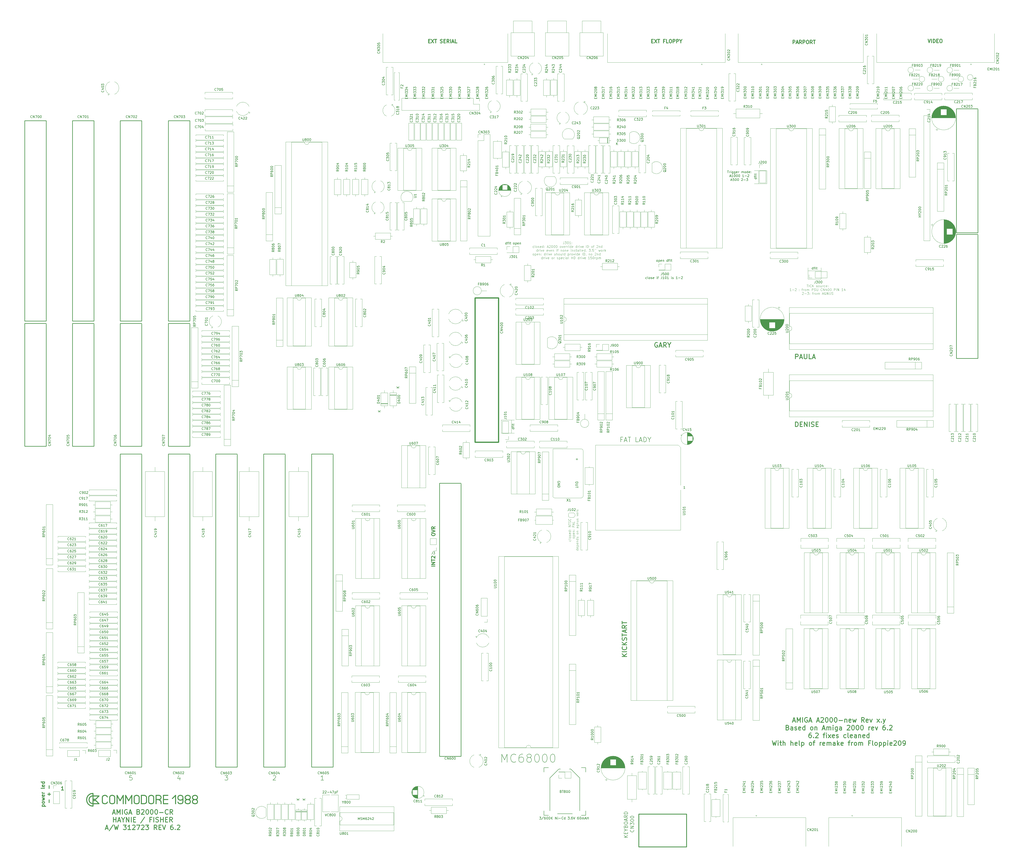
<source format=gbr>
G04 #@! TF.GenerationSoftware,KiCad,Pcbnew,(5.1.2-1)-1*
G04 #@! TF.CreationDate,2019-06-19T19:22:33+02:00*
G04 #@! TF.ProjectId,amiga2000,616d6967-6132-4303-9030-2e6b69636164,rev?*
G04 #@! TF.SameCoordinates,Original*
G04 #@! TF.FileFunction,Legend,Top*
G04 #@! TF.FilePolarity,Positive*
%FSLAX46Y46*%
G04 Gerber Fmt 4.6, Leading zero omitted, Abs format (unit mm)*
G04 Created by KiCad (PCBNEW (5.1.2-1)-1) date 2019-06-19 19:22:33*
%MOMM*%
%LPD*%
G04 APERTURE LIST*
%ADD10C,0.100000*%
%ADD11C,0.150000*%
%ADD12C,0.120000*%
%ADD13C,0.300000*%
%ADD14C,0.400000*%
%ADD15C,0.444000*%
%ADD16C,0.254000*%
%ADD17C,0.500000*%
%ADD18C,0.203200*%
G04 APERTURE END LIST*
D10*
X270528990Y-117704780D02*
X270528990Y-118419066D01*
X270481371Y-118561923D01*
X270386133Y-118657161D01*
X270243276Y-118704780D01*
X270148038Y-118704780D01*
X270909942Y-117704780D02*
X271528990Y-117704780D01*
X271195657Y-118085733D01*
X271338514Y-118085733D01*
X271433752Y-118133352D01*
X271481371Y-118180971D01*
X271528990Y-118276209D01*
X271528990Y-118514304D01*
X271481371Y-118609542D01*
X271433752Y-118657161D01*
X271338514Y-118704780D01*
X271052800Y-118704780D01*
X270957561Y-118657161D01*
X270909942Y-118609542D01*
X272148038Y-117704780D02*
X272243276Y-117704780D01*
X272338514Y-117752400D01*
X272386133Y-117800019D01*
X272433752Y-117895257D01*
X272481371Y-118085733D01*
X272481371Y-118323828D01*
X272433752Y-118514304D01*
X272386133Y-118609542D01*
X272338514Y-118657161D01*
X272243276Y-118704780D01*
X272148038Y-118704780D01*
X272052800Y-118657161D01*
X272005180Y-118609542D01*
X271957561Y-118514304D01*
X271909942Y-118323828D01*
X271909942Y-118085733D01*
X271957561Y-117895257D01*
X272005180Y-117800019D01*
X272052800Y-117752400D01*
X272148038Y-117704780D01*
X273433752Y-118704780D02*
X272862323Y-118704780D01*
X273148038Y-118704780D02*
X273148038Y-117704780D01*
X273052800Y-117847638D01*
X272957561Y-117942876D01*
X272862323Y-117990495D01*
X273862323Y-118609542D02*
X273909942Y-118657161D01*
X273862323Y-118704780D01*
X273814704Y-118657161D01*
X273862323Y-118609542D01*
X273862323Y-118704780D01*
X273862323Y-118085733D02*
X273909942Y-118133352D01*
X273862323Y-118180971D01*
X273814704Y-118133352D01*
X273862323Y-118085733D01*
X273862323Y-118180971D01*
X257767085Y-120257161D02*
X257671847Y-120304780D01*
X257481371Y-120304780D01*
X257386133Y-120257161D01*
X257338514Y-120209542D01*
X257290895Y-120114304D01*
X257290895Y-119828590D01*
X257338514Y-119733352D01*
X257386133Y-119685733D01*
X257481371Y-119638114D01*
X257671847Y-119638114D01*
X257767085Y-119685733D01*
X258338514Y-120304780D02*
X258243276Y-120257161D01*
X258195657Y-120161923D01*
X258195657Y-119304780D01*
X258862323Y-120304780D02*
X258767085Y-120257161D01*
X258719466Y-120209542D01*
X258671847Y-120114304D01*
X258671847Y-119828590D01*
X258719466Y-119733352D01*
X258767085Y-119685733D01*
X258862323Y-119638114D01*
X259005180Y-119638114D01*
X259100419Y-119685733D01*
X259148038Y-119733352D01*
X259195657Y-119828590D01*
X259195657Y-120114304D01*
X259148038Y-120209542D01*
X259100419Y-120257161D01*
X259005180Y-120304780D01*
X258862323Y-120304780D01*
X259576609Y-120257161D02*
X259671847Y-120304780D01*
X259862323Y-120304780D01*
X259957561Y-120257161D01*
X260005180Y-120161923D01*
X260005180Y-120114304D01*
X259957561Y-120019066D01*
X259862323Y-119971447D01*
X259719466Y-119971447D01*
X259624228Y-119923828D01*
X259576609Y-119828590D01*
X259576609Y-119780971D01*
X259624228Y-119685733D01*
X259719466Y-119638114D01*
X259862323Y-119638114D01*
X259957561Y-119685733D01*
X260814704Y-120257161D02*
X260719466Y-120304780D01*
X260528990Y-120304780D01*
X260433752Y-120257161D01*
X260386133Y-120161923D01*
X260386133Y-119780971D01*
X260433752Y-119685733D01*
X260528990Y-119638114D01*
X260719466Y-119638114D01*
X260814704Y-119685733D01*
X260862323Y-119780971D01*
X260862323Y-119876209D01*
X260386133Y-119971447D01*
X261719466Y-120304780D02*
X261719466Y-119304780D01*
X261719466Y-120257161D02*
X261624228Y-120304780D01*
X261433752Y-120304780D01*
X261338514Y-120257161D01*
X261290895Y-120209542D01*
X261243276Y-120114304D01*
X261243276Y-119828590D01*
X261290895Y-119733352D01*
X261338514Y-119685733D01*
X261433752Y-119638114D01*
X261624228Y-119638114D01*
X261719466Y-119685733D01*
X262195657Y-120209542D02*
X262243276Y-120257161D01*
X262195657Y-120304780D01*
X262148038Y-120257161D01*
X262195657Y-120209542D01*
X262195657Y-120304780D01*
X262195657Y-119685733D02*
X262243276Y-119733352D01*
X262195657Y-119780971D01*
X262148038Y-119733352D01*
X262195657Y-119685733D01*
X262195657Y-119780971D01*
X263386133Y-120019066D02*
X263862323Y-120019066D01*
X263290895Y-120304780D02*
X263624228Y-119304780D01*
X263957561Y-120304780D01*
X264243276Y-119400019D02*
X264290895Y-119352400D01*
X264386133Y-119304780D01*
X264624228Y-119304780D01*
X264719466Y-119352400D01*
X264767085Y-119400019D01*
X264814704Y-119495257D01*
X264814704Y-119590495D01*
X264767085Y-119733352D01*
X264195657Y-120304780D01*
X264814704Y-120304780D01*
X265433752Y-119304780D02*
X265528990Y-119304780D01*
X265624228Y-119352400D01*
X265671847Y-119400019D01*
X265719466Y-119495257D01*
X265767085Y-119685733D01*
X265767085Y-119923828D01*
X265719466Y-120114304D01*
X265671847Y-120209542D01*
X265624228Y-120257161D01*
X265528990Y-120304780D01*
X265433752Y-120304780D01*
X265338514Y-120257161D01*
X265290895Y-120209542D01*
X265243276Y-120114304D01*
X265195657Y-119923828D01*
X265195657Y-119685733D01*
X265243276Y-119495257D01*
X265290895Y-119400019D01*
X265338514Y-119352400D01*
X265433752Y-119304780D01*
X266386133Y-119304780D02*
X266481371Y-119304780D01*
X266576609Y-119352400D01*
X266624228Y-119400019D01*
X266671847Y-119495257D01*
X266719466Y-119685733D01*
X266719466Y-119923828D01*
X266671847Y-120114304D01*
X266624228Y-120209542D01*
X266576609Y-120257161D01*
X266481371Y-120304780D01*
X266386133Y-120304780D01*
X266290895Y-120257161D01*
X266243276Y-120209542D01*
X266195657Y-120114304D01*
X266148038Y-119923828D01*
X266148038Y-119685733D01*
X266195657Y-119495257D01*
X266243276Y-119400019D01*
X266290895Y-119352400D01*
X266386133Y-119304780D01*
X267338514Y-119304780D02*
X267433752Y-119304780D01*
X267528990Y-119352400D01*
X267576609Y-119400019D01*
X267624228Y-119495257D01*
X267671847Y-119685733D01*
X267671847Y-119923828D01*
X267624228Y-120114304D01*
X267576609Y-120209542D01*
X267528990Y-120257161D01*
X267433752Y-120304780D01*
X267338514Y-120304780D01*
X267243276Y-120257161D01*
X267195657Y-120209542D01*
X267148038Y-120114304D01*
X267100419Y-119923828D01*
X267100419Y-119685733D01*
X267148038Y-119495257D01*
X267195657Y-119400019D01*
X267243276Y-119352400D01*
X267338514Y-119304780D01*
X269005180Y-120304780D02*
X268909942Y-120257161D01*
X268862323Y-120209542D01*
X268814704Y-120114304D01*
X268814704Y-119828590D01*
X268862323Y-119733352D01*
X268909942Y-119685733D01*
X269005180Y-119638114D01*
X269148038Y-119638114D01*
X269243276Y-119685733D01*
X269290895Y-119733352D01*
X269338514Y-119828590D01*
X269338514Y-120114304D01*
X269290895Y-120209542D01*
X269243276Y-120257161D01*
X269148038Y-120304780D01*
X269005180Y-120304780D01*
X269671847Y-119638114D02*
X269909942Y-120304780D01*
X270148038Y-119638114D01*
X270909942Y-120257161D02*
X270814704Y-120304780D01*
X270624228Y-120304780D01*
X270528990Y-120257161D01*
X270481371Y-120161923D01*
X270481371Y-119780971D01*
X270528990Y-119685733D01*
X270624228Y-119638114D01*
X270814704Y-119638114D01*
X270909942Y-119685733D01*
X270957561Y-119780971D01*
X270957561Y-119876209D01*
X270481371Y-119971447D01*
X271386133Y-120304780D02*
X271386133Y-119638114D01*
X271386133Y-119828590D02*
X271433752Y-119733352D01*
X271481371Y-119685733D01*
X271576609Y-119638114D01*
X271671847Y-119638114D01*
X272005180Y-120304780D02*
X272005180Y-119638114D01*
X272005180Y-119828590D02*
X272052800Y-119733352D01*
X272100419Y-119685733D01*
X272195657Y-119638114D01*
X272290895Y-119638114D01*
X272624228Y-120304780D02*
X272624228Y-119638114D01*
X272624228Y-119304780D02*
X272576609Y-119352400D01*
X272624228Y-119400019D01*
X272671847Y-119352400D01*
X272624228Y-119304780D01*
X272624228Y-119400019D01*
X273528990Y-120304780D02*
X273528990Y-119304780D01*
X273528990Y-120257161D02*
X273433752Y-120304780D01*
X273243276Y-120304780D01*
X273148038Y-120257161D01*
X273100419Y-120209542D01*
X273052800Y-120114304D01*
X273052800Y-119828590D01*
X273100419Y-119733352D01*
X273148038Y-119685733D01*
X273243276Y-119638114D01*
X273433752Y-119638114D01*
X273528990Y-119685733D01*
X274386133Y-120257161D02*
X274290895Y-120304780D01*
X274100419Y-120304780D01*
X274005180Y-120257161D01*
X273957561Y-120161923D01*
X273957561Y-119780971D01*
X274005180Y-119685733D01*
X274100419Y-119638114D01*
X274290895Y-119638114D01*
X274386133Y-119685733D01*
X274433752Y-119780971D01*
X274433752Y-119876209D01*
X273957561Y-119971447D01*
X276052800Y-120304780D02*
X276052800Y-119304780D01*
X276052800Y-120257161D02*
X275957561Y-120304780D01*
X275767085Y-120304780D01*
X275671847Y-120257161D01*
X275624228Y-120209542D01*
X275576609Y-120114304D01*
X275576609Y-119828590D01*
X275624228Y-119733352D01*
X275671847Y-119685733D01*
X275767085Y-119638114D01*
X275957561Y-119638114D01*
X276052800Y-119685733D01*
X276528990Y-120304780D02*
X276528990Y-119638114D01*
X276528990Y-119828590D02*
X276576609Y-119733352D01*
X276624228Y-119685733D01*
X276719466Y-119638114D01*
X276814704Y-119638114D01*
X277148038Y-120304780D02*
X277148038Y-119638114D01*
X277148038Y-119304780D02*
X277100419Y-119352400D01*
X277148038Y-119400019D01*
X277195657Y-119352400D01*
X277148038Y-119304780D01*
X277148038Y-119400019D01*
X277528990Y-119638114D02*
X277767085Y-120304780D01*
X278005180Y-119638114D01*
X278767085Y-120257161D02*
X278671847Y-120304780D01*
X278481371Y-120304780D01*
X278386133Y-120257161D01*
X278338514Y-120161923D01*
X278338514Y-119780971D01*
X278386133Y-119685733D01*
X278481371Y-119638114D01*
X278671847Y-119638114D01*
X278767085Y-119685733D01*
X278814704Y-119780971D01*
X278814704Y-119876209D01*
X278338514Y-119971447D01*
X280005180Y-120304780D02*
X280005180Y-119304780D01*
X280481371Y-120304780D02*
X280481371Y-119304780D01*
X280719466Y-119304780D01*
X280862323Y-119352400D01*
X280957561Y-119447638D01*
X281005180Y-119542876D01*
X281052800Y-119733352D01*
X281052800Y-119876209D01*
X281005180Y-120066685D01*
X280957561Y-120161923D01*
X280862323Y-120257161D01*
X280719466Y-120304780D01*
X280481371Y-120304780D01*
X282386133Y-120304780D02*
X282290895Y-120257161D01*
X282243276Y-120209542D01*
X282195657Y-120114304D01*
X282195657Y-119828590D01*
X282243276Y-119733352D01*
X282290895Y-119685733D01*
X282386133Y-119638114D01*
X282528990Y-119638114D01*
X282624228Y-119685733D01*
X282671847Y-119733352D01*
X282719466Y-119828590D01*
X282719466Y-120114304D01*
X282671847Y-120209542D01*
X282624228Y-120257161D01*
X282528990Y-120304780D01*
X282386133Y-120304780D01*
X283005180Y-119638114D02*
X283386133Y-119638114D01*
X283148038Y-120304780D02*
X283148038Y-119447638D01*
X283195657Y-119352400D01*
X283290895Y-119304780D01*
X283386133Y-119304780D01*
X284433752Y-119400019D02*
X284481371Y-119352400D01*
X284576609Y-119304780D01*
X284814704Y-119304780D01*
X284909942Y-119352400D01*
X284957561Y-119400019D01*
X285005180Y-119495257D01*
X285005180Y-119590495D01*
X284957561Y-119733352D01*
X284386133Y-120304780D01*
X285005180Y-120304780D01*
X285433752Y-119638114D02*
X285433752Y-120304780D01*
X285433752Y-119733352D02*
X285481371Y-119685733D01*
X285576609Y-119638114D01*
X285719466Y-119638114D01*
X285814704Y-119685733D01*
X285862323Y-119780971D01*
X285862323Y-120304780D01*
X286767085Y-120304780D02*
X286767085Y-119304780D01*
X286767085Y-120257161D02*
X286671847Y-120304780D01*
X286481371Y-120304780D01*
X286386133Y-120257161D01*
X286338514Y-120209542D01*
X286290895Y-120114304D01*
X286290895Y-119828590D01*
X286338514Y-119733352D01*
X286386133Y-119685733D01*
X286481371Y-119638114D01*
X286671847Y-119638114D01*
X286767085Y-119685733D01*
X259314704Y-121904780D02*
X259314704Y-120904780D01*
X259314704Y-121857161D02*
X259219466Y-121904780D01*
X259028990Y-121904780D01*
X258933752Y-121857161D01*
X258886133Y-121809542D01*
X258838514Y-121714304D01*
X258838514Y-121428590D01*
X258886133Y-121333352D01*
X258933752Y-121285733D01*
X259028990Y-121238114D01*
X259219466Y-121238114D01*
X259314704Y-121285733D01*
X259790895Y-121904780D02*
X259790895Y-121238114D01*
X259790895Y-121428590D02*
X259838514Y-121333352D01*
X259886133Y-121285733D01*
X259981371Y-121238114D01*
X260076609Y-121238114D01*
X260409942Y-121904780D02*
X260409942Y-121238114D01*
X260409942Y-120904780D02*
X260362323Y-120952400D01*
X260409942Y-121000019D01*
X260457561Y-120952400D01*
X260409942Y-120904780D01*
X260409942Y-121000019D01*
X260790895Y-121238114D02*
X261028990Y-121904780D01*
X261267085Y-121238114D01*
X262028990Y-121857161D02*
X261933752Y-121904780D01*
X261743276Y-121904780D01*
X261648038Y-121857161D01*
X261600419Y-121761923D01*
X261600419Y-121380971D01*
X261648038Y-121285733D01*
X261743276Y-121238114D01*
X261933752Y-121238114D01*
X262028990Y-121285733D01*
X262076609Y-121380971D01*
X262076609Y-121476209D01*
X261600419Y-121571447D01*
X263648038Y-121857161D02*
X263552800Y-121904780D01*
X263362323Y-121904780D01*
X263267085Y-121857161D01*
X263219466Y-121761923D01*
X263219466Y-121380971D01*
X263267085Y-121285733D01*
X263362323Y-121238114D01*
X263552800Y-121238114D01*
X263648038Y-121285733D01*
X263695657Y-121380971D01*
X263695657Y-121476209D01*
X263219466Y-121571447D01*
X264028990Y-121238114D02*
X264267085Y-121904780D01*
X264505180Y-121238114D01*
X265267085Y-121857161D02*
X265171847Y-121904780D01*
X264981371Y-121904780D01*
X264886133Y-121857161D01*
X264838514Y-121761923D01*
X264838514Y-121380971D01*
X264886133Y-121285733D01*
X264981371Y-121238114D01*
X265171847Y-121238114D01*
X265267085Y-121285733D01*
X265314704Y-121380971D01*
X265314704Y-121476209D01*
X264838514Y-121571447D01*
X265743276Y-121238114D02*
X265743276Y-121904780D01*
X265743276Y-121333352D02*
X265790895Y-121285733D01*
X265886133Y-121238114D01*
X266028990Y-121238114D01*
X266124228Y-121285733D01*
X266171847Y-121380971D01*
X266171847Y-121904780D01*
X267409942Y-121904780D02*
X267409942Y-121238114D01*
X267409942Y-120904780D02*
X267362323Y-120952400D01*
X267409942Y-121000019D01*
X267457561Y-120952400D01*
X267409942Y-120904780D01*
X267409942Y-121000019D01*
X267743276Y-121238114D02*
X268124228Y-121238114D01*
X267886133Y-121904780D02*
X267886133Y-121047638D01*
X267933752Y-120952400D01*
X268028990Y-120904780D01*
X268124228Y-120904780D01*
X269219466Y-121238114D02*
X269219466Y-121904780D01*
X269219466Y-121333352D02*
X269267085Y-121285733D01*
X269362323Y-121238114D01*
X269505180Y-121238114D01*
X269600419Y-121285733D01*
X269648038Y-121380971D01*
X269648038Y-121904780D01*
X270267085Y-121904780D02*
X270171847Y-121857161D01*
X270124228Y-121809542D01*
X270076609Y-121714304D01*
X270076609Y-121428590D01*
X270124228Y-121333352D01*
X270171847Y-121285733D01*
X270267085Y-121238114D01*
X270409942Y-121238114D01*
X270505180Y-121285733D01*
X270552800Y-121333352D01*
X270600419Y-121428590D01*
X270600419Y-121714304D01*
X270552800Y-121809542D01*
X270505180Y-121857161D01*
X270409942Y-121904780D01*
X270267085Y-121904780D01*
X271028990Y-121238114D02*
X271028990Y-121904780D01*
X271028990Y-121333352D02*
X271076609Y-121285733D01*
X271171847Y-121238114D01*
X271314704Y-121238114D01*
X271409942Y-121285733D01*
X271457561Y-121380971D01*
X271457561Y-121904780D01*
X272314704Y-121857161D02*
X272219466Y-121904780D01*
X272028990Y-121904780D01*
X271933752Y-121857161D01*
X271886133Y-121761923D01*
X271886133Y-121380971D01*
X271933752Y-121285733D01*
X272028990Y-121238114D01*
X272219466Y-121238114D01*
X272314704Y-121285733D01*
X272362323Y-121380971D01*
X272362323Y-121476209D01*
X271886133Y-121571447D01*
X273552800Y-121904780D02*
X273552800Y-121238114D01*
X273552800Y-120904780D02*
X273505180Y-120952400D01*
X273552800Y-121000019D01*
X273600419Y-120952400D01*
X273552800Y-120904780D01*
X273552800Y-121000019D01*
X274028990Y-121238114D02*
X274028990Y-121904780D01*
X274028990Y-121333352D02*
X274076609Y-121285733D01*
X274171847Y-121238114D01*
X274314704Y-121238114D01*
X274409942Y-121285733D01*
X274457561Y-121380971D01*
X274457561Y-121904780D01*
X274886133Y-121857161D02*
X274981371Y-121904780D01*
X275171847Y-121904780D01*
X275267085Y-121857161D01*
X275314704Y-121761923D01*
X275314704Y-121714304D01*
X275267085Y-121619066D01*
X275171847Y-121571447D01*
X275028990Y-121571447D01*
X274933752Y-121523828D01*
X274886133Y-121428590D01*
X274886133Y-121380971D01*
X274933752Y-121285733D01*
X275028990Y-121238114D01*
X275171847Y-121238114D01*
X275267085Y-121285733D01*
X275600419Y-121238114D02*
X275981371Y-121238114D01*
X275743276Y-120904780D02*
X275743276Y-121761923D01*
X275790895Y-121857161D01*
X275886133Y-121904780D01*
X275981371Y-121904780D01*
X276743276Y-121904780D02*
X276743276Y-121380971D01*
X276695657Y-121285733D01*
X276600419Y-121238114D01*
X276409942Y-121238114D01*
X276314704Y-121285733D01*
X276743276Y-121857161D02*
X276648038Y-121904780D01*
X276409942Y-121904780D01*
X276314704Y-121857161D01*
X276267085Y-121761923D01*
X276267085Y-121666685D01*
X276314704Y-121571447D01*
X276409942Y-121523828D01*
X276648038Y-121523828D01*
X276743276Y-121476209D01*
X277362323Y-121904780D02*
X277267085Y-121857161D01*
X277219466Y-121761923D01*
X277219466Y-120904780D01*
X277886133Y-121904780D02*
X277790895Y-121857161D01*
X277743276Y-121761923D01*
X277743276Y-120904780D01*
X278648038Y-121857161D02*
X278552800Y-121904780D01*
X278362323Y-121904780D01*
X278267085Y-121857161D01*
X278219466Y-121761923D01*
X278219466Y-121380971D01*
X278267085Y-121285733D01*
X278362323Y-121238114D01*
X278552800Y-121238114D01*
X278648038Y-121285733D01*
X278695657Y-121380971D01*
X278695657Y-121476209D01*
X278219466Y-121571447D01*
X279552800Y-121904780D02*
X279552800Y-120904780D01*
X279552800Y-121857161D02*
X279457561Y-121904780D01*
X279267085Y-121904780D01*
X279171847Y-121857161D01*
X279124228Y-121809542D01*
X279076609Y-121714304D01*
X279076609Y-121428590D01*
X279124228Y-121333352D01*
X279171847Y-121285733D01*
X279267085Y-121238114D01*
X279457561Y-121238114D01*
X279552800Y-121285733D01*
X280028990Y-121809542D02*
X280076609Y-121857161D01*
X280028990Y-121904780D01*
X279981371Y-121857161D01*
X280028990Y-121809542D01*
X280028990Y-121904780D01*
X281171847Y-120904780D02*
X281790895Y-120904780D01*
X281457561Y-121285733D01*
X281600419Y-121285733D01*
X281695657Y-121333352D01*
X281743276Y-121380971D01*
X281790895Y-121476209D01*
X281790895Y-121714304D01*
X281743276Y-121809542D01*
X281695657Y-121857161D01*
X281600419Y-121904780D01*
X281314704Y-121904780D01*
X281219466Y-121857161D01*
X281171847Y-121809542D01*
X282219466Y-121809542D02*
X282267085Y-121857161D01*
X282219466Y-121904780D01*
X282171847Y-121857161D01*
X282219466Y-121809542D01*
X282219466Y-121904780D01*
X283171847Y-120904780D02*
X282695657Y-120904780D01*
X282648038Y-121380971D01*
X282695657Y-121333352D01*
X282790895Y-121285733D01*
X283028990Y-121285733D01*
X283124228Y-121333352D01*
X283171847Y-121380971D01*
X283219466Y-121476209D01*
X283219466Y-121714304D01*
X283171847Y-121809542D01*
X283124228Y-121857161D01*
X283028990Y-121904780D01*
X282790895Y-121904780D01*
X282695657Y-121857161D01*
X282648038Y-121809542D01*
X283695657Y-120904780D02*
X283695657Y-120952400D01*
X283648038Y-121047638D01*
X283600419Y-121095257D01*
X284171847Y-120904780D02*
X284171847Y-120952400D01*
X284124228Y-121047638D01*
X284076609Y-121095257D01*
X285267085Y-121238114D02*
X285457561Y-121904780D01*
X285648038Y-121428590D01*
X285838514Y-121904780D01*
X286028990Y-121238114D01*
X286552800Y-121904780D02*
X286457561Y-121857161D01*
X286409942Y-121809542D01*
X286362323Y-121714304D01*
X286362323Y-121428590D01*
X286409942Y-121333352D01*
X286457561Y-121285733D01*
X286552800Y-121238114D01*
X286695657Y-121238114D01*
X286790895Y-121285733D01*
X286838514Y-121333352D01*
X286886133Y-121428590D01*
X286886133Y-121714304D01*
X286838514Y-121809542D01*
X286790895Y-121857161D01*
X286695657Y-121904780D01*
X286552800Y-121904780D01*
X287314704Y-121904780D02*
X287314704Y-121238114D01*
X287314704Y-121428590D02*
X287362323Y-121333352D01*
X287409942Y-121285733D01*
X287505180Y-121238114D01*
X287600419Y-121238114D01*
X287933752Y-121904780D02*
X287933752Y-120904780D01*
X288028990Y-121523828D02*
X288314704Y-121904780D01*
X288314704Y-121238114D02*
X287933752Y-121619066D01*
X257481371Y-123504780D02*
X257386133Y-123457161D01*
X257338514Y-123409542D01*
X257290895Y-123314304D01*
X257290895Y-123028590D01*
X257338514Y-122933352D01*
X257386133Y-122885733D01*
X257481371Y-122838114D01*
X257624228Y-122838114D01*
X257719466Y-122885733D01*
X257767085Y-122933352D01*
X257814704Y-123028590D01*
X257814704Y-123314304D01*
X257767085Y-123409542D01*
X257719466Y-123457161D01*
X257624228Y-123504780D01*
X257481371Y-123504780D01*
X258243276Y-122838114D02*
X258243276Y-123838114D01*
X258243276Y-122885733D02*
X258338514Y-122838114D01*
X258528990Y-122838114D01*
X258624228Y-122885733D01*
X258671847Y-122933352D01*
X258719466Y-123028590D01*
X258719466Y-123314304D01*
X258671847Y-123409542D01*
X258624228Y-123457161D01*
X258528990Y-123504780D01*
X258338514Y-123504780D01*
X258243276Y-123457161D01*
X259528990Y-123457161D02*
X259433752Y-123504780D01*
X259243276Y-123504780D01*
X259148038Y-123457161D01*
X259100419Y-123361923D01*
X259100419Y-122980971D01*
X259148038Y-122885733D01*
X259243276Y-122838114D01*
X259433752Y-122838114D01*
X259528990Y-122885733D01*
X259576609Y-122980971D01*
X259576609Y-123076209D01*
X259100419Y-123171447D01*
X260005180Y-122838114D02*
X260005180Y-123504780D01*
X260005180Y-122933352D02*
X260052800Y-122885733D01*
X260148038Y-122838114D01*
X260290895Y-122838114D01*
X260386133Y-122885733D01*
X260433752Y-122980971D01*
X260433752Y-123504780D01*
X260909942Y-123409542D02*
X260957561Y-123457161D01*
X260909942Y-123504780D01*
X260862323Y-123457161D01*
X260909942Y-123409542D01*
X260909942Y-123504780D01*
X260909942Y-122885733D02*
X260957561Y-122933352D01*
X260909942Y-122980971D01*
X260862323Y-122933352D01*
X260909942Y-122885733D01*
X260909942Y-122980971D01*
X262576609Y-123504780D02*
X262576609Y-122504780D01*
X262576609Y-123457161D02*
X262481371Y-123504780D01*
X262290895Y-123504780D01*
X262195657Y-123457161D01*
X262148038Y-123409542D01*
X262100419Y-123314304D01*
X262100419Y-123028590D01*
X262148038Y-122933352D01*
X262195657Y-122885733D01*
X262290895Y-122838114D01*
X262481371Y-122838114D01*
X262576609Y-122885733D01*
X263052800Y-123504780D02*
X263052800Y-122838114D01*
X263052800Y-123028590D02*
X263100419Y-122933352D01*
X263148038Y-122885733D01*
X263243276Y-122838114D01*
X263338514Y-122838114D01*
X263671847Y-123504780D02*
X263671847Y-122838114D01*
X263671847Y-122504780D02*
X263624228Y-122552400D01*
X263671847Y-122600019D01*
X263719466Y-122552400D01*
X263671847Y-122504780D01*
X263671847Y-122600019D01*
X264052800Y-122838114D02*
X264290895Y-123504780D01*
X264528990Y-122838114D01*
X265290895Y-123457161D02*
X265195657Y-123504780D01*
X265005180Y-123504780D01*
X264909942Y-123457161D01*
X264862323Y-123361923D01*
X264862323Y-122980971D01*
X264909942Y-122885733D01*
X265005180Y-122838114D01*
X265195657Y-122838114D01*
X265290895Y-122885733D01*
X265338514Y-122980971D01*
X265338514Y-123076209D01*
X264862323Y-123171447D01*
X266481371Y-123457161D02*
X266576609Y-123504780D01*
X266767085Y-123504780D01*
X266862323Y-123457161D01*
X266909942Y-123361923D01*
X266909942Y-123314304D01*
X266862323Y-123219066D01*
X266767085Y-123171447D01*
X266624228Y-123171447D01*
X266528990Y-123123828D01*
X266481371Y-123028590D01*
X266481371Y-122980971D01*
X266528990Y-122885733D01*
X266624228Y-122838114D01*
X266767085Y-122838114D01*
X266862323Y-122885733D01*
X267338514Y-123504780D02*
X267338514Y-122504780D01*
X267767085Y-123504780D02*
X267767085Y-122980971D01*
X267719466Y-122885733D01*
X267624228Y-122838114D01*
X267481371Y-122838114D01*
X267386133Y-122885733D01*
X267338514Y-122933352D01*
X268386133Y-123504780D02*
X268290895Y-123457161D01*
X268243276Y-123409542D01*
X268195657Y-123314304D01*
X268195657Y-123028590D01*
X268243276Y-122933352D01*
X268290895Y-122885733D01*
X268386133Y-122838114D01*
X268528990Y-122838114D01*
X268624228Y-122885733D01*
X268671847Y-122933352D01*
X268719466Y-123028590D01*
X268719466Y-123314304D01*
X268671847Y-123409542D01*
X268624228Y-123457161D01*
X268528990Y-123504780D01*
X268386133Y-123504780D01*
X269576609Y-122838114D02*
X269576609Y-123504780D01*
X269148038Y-122838114D02*
X269148038Y-123361923D01*
X269195657Y-123457161D01*
X269290895Y-123504780D01*
X269433752Y-123504780D01*
X269528990Y-123457161D01*
X269576609Y-123409542D01*
X270195657Y-123504780D02*
X270100419Y-123457161D01*
X270052800Y-123361923D01*
X270052800Y-122504780D01*
X271005180Y-123504780D02*
X271005180Y-122504780D01*
X271005180Y-123457161D02*
X270909942Y-123504780D01*
X270719466Y-123504780D01*
X270624228Y-123457161D01*
X270576609Y-123409542D01*
X270528990Y-123314304D01*
X270528990Y-123028590D01*
X270576609Y-122933352D01*
X270624228Y-122885733D01*
X270719466Y-122838114D01*
X270909942Y-122838114D01*
X271005180Y-122885733D01*
X272243276Y-122838114D02*
X272243276Y-123838114D01*
X272243276Y-122885733D02*
X272338514Y-122838114D01*
X272528990Y-122838114D01*
X272624228Y-122885733D01*
X272671847Y-122933352D01*
X272719466Y-123028590D01*
X272719466Y-123314304D01*
X272671847Y-123409542D01*
X272624228Y-123457161D01*
X272528990Y-123504780D01*
X272338514Y-123504780D01*
X272243276Y-123457161D01*
X273148038Y-123504780D02*
X273148038Y-122838114D01*
X273148038Y-123028590D02*
X273195657Y-122933352D01*
X273243276Y-122885733D01*
X273338514Y-122838114D01*
X273433752Y-122838114D01*
X273909942Y-123504780D02*
X273814704Y-123457161D01*
X273767085Y-123409542D01*
X273719466Y-123314304D01*
X273719466Y-123028590D01*
X273767085Y-122933352D01*
X273814704Y-122885733D01*
X273909942Y-122838114D01*
X274052800Y-122838114D01*
X274148038Y-122885733D01*
X274195657Y-122933352D01*
X274243276Y-123028590D01*
X274243276Y-123314304D01*
X274195657Y-123409542D01*
X274148038Y-123457161D01*
X274052800Y-123504780D01*
X273909942Y-123504780D01*
X274576609Y-122838114D02*
X274814704Y-123504780D01*
X275052800Y-122838114D01*
X275433752Y-123504780D02*
X275433752Y-122838114D01*
X275433752Y-122504780D02*
X275386133Y-122552400D01*
X275433752Y-122600019D01*
X275481371Y-122552400D01*
X275433752Y-122504780D01*
X275433752Y-122600019D01*
X276338514Y-123504780D02*
X276338514Y-122504780D01*
X276338514Y-123457161D02*
X276243276Y-123504780D01*
X276052800Y-123504780D01*
X275957561Y-123457161D01*
X275909942Y-123409542D01*
X275862323Y-123314304D01*
X275862323Y-123028590D01*
X275909942Y-122933352D01*
X275957561Y-122885733D01*
X276052800Y-122838114D01*
X276243276Y-122838114D01*
X276338514Y-122885733D01*
X277195657Y-123457161D02*
X277100419Y-123504780D01*
X276909942Y-123504780D01*
X276814704Y-123457161D01*
X276767085Y-123361923D01*
X276767085Y-122980971D01*
X276814704Y-122885733D01*
X276909942Y-122838114D01*
X277100419Y-122838114D01*
X277195657Y-122885733D01*
X277243276Y-122980971D01*
X277243276Y-123076209D01*
X276767085Y-123171447D01*
X278433752Y-123504780D02*
X278433752Y-122504780D01*
X278909942Y-123504780D02*
X278909942Y-122504780D01*
X279148038Y-122504780D01*
X279290895Y-122552400D01*
X279386133Y-122647638D01*
X279433752Y-122742876D01*
X279481371Y-122933352D01*
X279481371Y-123076209D01*
X279433752Y-123266685D01*
X279386133Y-123361923D01*
X279290895Y-123457161D01*
X279148038Y-123504780D01*
X278909942Y-123504780D01*
X279957561Y-123457161D02*
X279957561Y-123504780D01*
X279909942Y-123600019D01*
X279862323Y-123647638D01*
X281148038Y-122838114D02*
X281148038Y-123504780D01*
X281148038Y-122933352D02*
X281195657Y-122885733D01*
X281290895Y-122838114D01*
X281433752Y-122838114D01*
X281528990Y-122885733D01*
X281576609Y-122980971D01*
X281576609Y-123504780D01*
X282195657Y-123504780D02*
X282100419Y-123457161D01*
X282052800Y-123409542D01*
X282005180Y-123314304D01*
X282005180Y-123028590D01*
X282052800Y-122933352D01*
X282100419Y-122885733D01*
X282195657Y-122838114D01*
X282338514Y-122838114D01*
X282433752Y-122885733D01*
X282481371Y-122933352D01*
X282528990Y-123028590D01*
X282528990Y-123314304D01*
X282481371Y-123409542D01*
X282433752Y-123457161D01*
X282338514Y-123504780D01*
X282195657Y-123504780D01*
X283671847Y-122600019D02*
X283719466Y-122552400D01*
X283814704Y-122504780D01*
X284052800Y-122504780D01*
X284148038Y-122552400D01*
X284195657Y-122600019D01*
X284243276Y-122695257D01*
X284243276Y-122790495D01*
X284195657Y-122933352D01*
X283624228Y-123504780D01*
X284243276Y-123504780D01*
X284671847Y-122838114D02*
X284671847Y-123504780D01*
X284671847Y-122933352D02*
X284719466Y-122885733D01*
X284814704Y-122838114D01*
X284957561Y-122838114D01*
X285052800Y-122885733D01*
X285100419Y-122980971D01*
X285100419Y-123504780D01*
X286005180Y-123504780D02*
X286005180Y-122504780D01*
X286005180Y-123457161D02*
X285909942Y-123504780D01*
X285719466Y-123504780D01*
X285624228Y-123457161D01*
X285576609Y-123409542D01*
X285528990Y-123314304D01*
X285528990Y-123028590D01*
X285576609Y-122933352D01*
X285624228Y-122885733D01*
X285719466Y-122838114D01*
X285909942Y-122838114D01*
X286005180Y-122885733D01*
X261409942Y-125104780D02*
X261409942Y-124104780D01*
X261409942Y-125057161D02*
X261314704Y-125104780D01*
X261124228Y-125104780D01*
X261028990Y-125057161D01*
X260981371Y-125009542D01*
X260933752Y-124914304D01*
X260933752Y-124628590D01*
X260981371Y-124533352D01*
X261028990Y-124485733D01*
X261124228Y-124438114D01*
X261314704Y-124438114D01*
X261409942Y-124485733D01*
X261886133Y-125104780D02*
X261886133Y-124438114D01*
X261886133Y-124628590D02*
X261933752Y-124533352D01*
X261981371Y-124485733D01*
X262076609Y-124438114D01*
X262171847Y-124438114D01*
X262505180Y-125104780D02*
X262505180Y-124438114D01*
X262505180Y-124104780D02*
X262457561Y-124152400D01*
X262505180Y-124200019D01*
X262552800Y-124152400D01*
X262505180Y-124104780D01*
X262505180Y-124200019D01*
X262886133Y-124438114D02*
X263124228Y-125104780D01*
X263362323Y-124438114D01*
X264124228Y-125057161D02*
X264028990Y-125104780D01*
X263838514Y-125104780D01*
X263743276Y-125057161D01*
X263695657Y-124961923D01*
X263695657Y-124580971D01*
X263743276Y-124485733D01*
X263838514Y-124438114D01*
X264028990Y-124438114D01*
X264124228Y-124485733D01*
X264171847Y-124580971D01*
X264171847Y-124676209D01*
X263695657Y-124771447D01*
X265505180Y-125104780D02*
X265409942Y-125057161D01*
X265362323Y-125009542D01*
X265314704Y-124914304D01*
X265314704Y-124628590D01*
X265362323Y-124533352D01*
X265409942Y-124485733D01*
X265505180Y-124438114D01*
X265648038Y-124438114D01*
X265743276Y-124485733D01*
X265790895Y-124533352D01*
X265838514Y-124628590D01*
X265838514Y-124914304D01*
X265790895Y-125009542D01*
X265743276Y-125057161D01*
X265648038Y-125104780D01*
X265505180Y-125104780D01*
X266267085Y-125104780D02*
X266267085Y-124438114D01*
X266267085Y-124628590D02*
X266314704Y-124533352D01*
X266362323Y-124485733D01*
X266457561Y-124438114D01*
X266552800Y-124438114D01*
X267600419Y-125057161D02*
X267695657Y-125104780D01*
X267886133Y-125104780D01*
X267981371Y-125057161D01*
X268028990Y-124961923D01*
X268028990Y-124914304D01*
X267981371Y-124819066D01*
X267886133Y-124771447D01*
X267743276Y-124771447D01*
X267648038Y-124723828D01*
X267600419Y-124628590D01*
X267600419Y-124580971D01*
X267648038Y-124485733D01*
X267743276Y-124438114D01*
X267886133Y-124438114D01*
X267981371Y-124485733D01*
X268457561Y-124438114D02*
X268457561Y-125438114D01*
X268457561Y-124485733D02*
X268552800Y-124438114D01*
X268743276Y-124438114D01*
X268838514Y-124485733D01*
X268886133Y-124533352D01*
X268933752Y-124628590D01*
X268933752Y-124914304D01*
X268886133Y-125009542D01*
X268838514Y-125057161D01*
X268743276Y-125104780D01*
X268552800Y-125104780D01*
X268457561Y-125057161D01*
X269743276Y-125057161D02*
X269648038Y-125104780D01*
X269457561Y-125104780D01*
X269362323Y-125057161D01*
X269314704Y-124961923D01*
X269314704Y-124580971D01*
X269362323Y-124485733D01*
X269457561Y-124438114D01*
X269648038Y-124438114D01*
X269743276Y-124485733D01*
X269790895Y-124580971D01*
X269790895Y-124676209D01*
X269314704Y-124771447D01*
X270648038Y-125057161D02*
X270552800Y-125104780D01*
X270362323Y-125104780D01*
X270267085Y-125057161D01*
X270219466Y-125009542D01*
X270171847Y-124914304D01*
X270171847Y-124628590D01*
X270219466Y-124533352D01*
X270267085Y-124485733D01*
X270362323Y-124438114D01*
X270552800Y-124438114D01*
X270648038Y-124485733D01*
X271076609Y-125104780D02*
X271076609Y-124438114D01*
X271076609Y-124104780D02*
X271028990Y-124152400D01*
X271076609Y-124200019D01*
X271124228Y-124152400D01*
X271076609Y-124104780D01*
X271076609Y-124200019D01*
X271981371Y-125104780D02*
X271981371Y-124580971D01*
X271933752Y-124485733D01*
X271838514Y-124438114D01*
X271648038Y-124438114D01*
X271552800Y-124485733D01*
X271981371Y-125057161D02*
X271886133Y-125104780D01*
X271648038Y-125104780D01*
X271552800Y-125057161D01*
X271505180Y-124961923D01*
X271505180Y-124866685D01*
X271552800Y-124771447D01*
X271648038Y-124723828D01*
X271886133Y-124723828D01*
X271981371Y-124676209D01*
X272600419Y-125104780D02*
X272505180Y-125057161D01*
X272457561Y-124961923D01*
X272457561Y-124104780D01*
X273743276Y-125104780D02*
X273743276Y-124104780D01*
X273743276Y-124580971D02*
X274314704Y-124580971D01*
X274314704Y-125104780D02*
X274314704Y-124104780D01*
X274790895Y-125104780D02*
X274790895Y-124104780D01*
X275028990Y-124104780D01*
X275171847Y-124152400D01*
X275267085Y-124247638D01*
X275314704Y-124342876D01*
X275362323Y-124533352D01*
X275362323Y-124676209D01*
X275314704Y-124866685D01*
X275267085Y-124961923D01*
X275171847Y-125057161D01*
X275028990Y-125104780D01*
X274790895Y-125104780D01*
X276981371Y-125104780D02*
X276981371Y-124104780D01*
X276981371Y-125057161D02*
X276886133Y-125104780D01*
X276695657Y-125104780D01*
X276600419Y-125057161D01*
X276552800Y-125009542D01*
X276505180Y-124914304D01*
X276505180Y-124628590D01*
X276552800Y-124533352D01*
X276600419Y-124485733D01*
X276695657Y-124438114D01*
X276886133Y-124438114D01*
X276981371Y-124485733D01*
X277457561Y-125104780D02*
X277457561Y-124438114D01*
X277457561Y-124628590D02*
X277505180Y-124533352D01*
X277552800Y-124485733D01*
X277648038Y-124438114D01*
X277743276Y-124438114D01*
X278076609Y-125104780D02*
X278076609Y-124438114D01*
X278076609Y-124104780D02*
X278028990Y-124152400D01*
X278076609Y-124200019D01*
X278124228Y-124152400D01*
X278076609Y-124104780D01*
X278076609Y-124200019D01*
X278457561Y-124438114D02*
X278695657Y-125104780D01*
X278933752Y-124438114D01*
X279695657Y-125057161D02*
X279600419Y-125104780D01*
X279409942Y-125104780D01*
X279314704Y-125057161D01*
X279267085Y-124961923D01*
X279267085Y-124580971D01*
X279314704Y-124485733D01*
X279409942Y-124438114D01*
X279600419Y-124438114D01*
X279695657Y-124485733D01*
X279743276Y-124580971D01*
X279743276Y-124676209D01*
X279267085Y-124771447D01*
X281457561Y-125104780D02*
X280886133Y-125104780D01*
X281171847Y-125104780D02*
X281171847Y-124104780D01*
X281076609Y-124247638D01*
X280981371Y-124342876D01*
X280886133Y-124390495D01*
X282362323Y-124104780D02*
X281886133Y-124104780D01*
X281838514Y-124580971D01*
X281886133Y-124533352D01*
X281981371Y-124485733D01*
X282219466Y-124485733D01*
X282314704Y-124533352D01*
X282362323Y-124580971D01*
X282409942Y-124676209D01*
X282409942Y-124914304D01*
X282362323Y-125009542D01*
X282314704Y-125057161D01*
X282219466Y-125104780D01*
X281981371Y-125104780D01*
X281886133Y-125057161D01*
X281838514Y-125009542D01*
X283028990Y-124104780D02*
X283124228Y-124104780D01*
X283219466Y-124152400D01*
X283267085Y-124200019D01*
X283314704Y-124295257D01*
X283362323Y-124485733D01*
X283362323Y-124723828D01*
X283314704Y-124914304D01*
X283267085Y-125009542D01*
X283219466Y-125057161D01*
X283124228Y-125104780D01*
X283028990Y-125104780D01*
X282933752Y-125057161D01*
X282886133Y-125009542D01*
X282838514Y-124914304D01*
X282790895Y-124723828D01*
X282790895Y-124485733D01*
X282838514Y-124295257D01*
X282886133Y-124200019D01*
X282933752Y-124152400D01*
X283028990Y-124104780D01*
X283790895Y-125104780D02*
X283790895Y-124438114D01*
X283790895Y-124628590D02*
X283838514Y-124533352D01*
X283886133Y-124485733D01*
X283981371Y-124438114D01*
X284076609Y-124438114D01*
X284409942Y-124438114D02*
X284409942Y-125438114D01*
X284409942Y-124485733D02*
X284505180Y-124438114D01*
X284695657Y-124438114D01*
X284790895Y-124485733D01*
X284838514Y-124533352D01*
X284886133Y-124628590D01*
X284886133Y-124914304D01*
X284838514Y-125009542D01*
X284790895Y-125057161D01*
X284695657Y-125104780D01*
X284505180Y-125104780D01*
X284409942Y-125057161D01*
X285314704Y-125104780D02*
X285314704Y-124438114D01*
X285314704Y-124533352D02*
X285362323Y-124485733D01*
X285457561Y-124438114D01*
X285600419Y-124438114D01*
X285695657Y-124485733D01*
X285743276Y-124580971D01*
X285743276Y-125104780D01*
X285743276Y-124580971D02*
X285790895Y-124485733D01*
X285886133Y-124438114D01*
X286028990Y-124438114D01*
X286124228Y-124485733D01*
X286171847Y-124580971D01*
X286171847Y-125104780D01*
D11*
X246153085Y-118856780D02*
X246153085Y-117856780D01*
X246153085Y-118809161D02*
X246057847Y-118856780D01*
X245867371Y-118856780D01*
X245772133Y-118809161D01*
X245724514Y-118761542D01*
X245676895Y-118666304D01*
X245676895Y-118380590D01*
X245724514Y-118285352D01*
X245772133Y-118237733D01*
X245867371Y-118190114D01*
X246057847Y-118190114D01*
X246153085Y-118237733D01*
X246486419Y-118190114D02*
X246867371Y-118190114D01*
X246629276Y-118856780D02*
X246629276Y-117999638D01*
X246676895Y-117904400D01*
X246772133Y-117856780D01*
X246867371Y-117856780D01*
X247343561Y-118856780D02*
X247248323Y-118809161D01*
X247200704Y-118713923D01*
X247200704Y-117856780D01*
X247581657Y-118190114D02*
X247962609Y-118190114D01*
X247724514Y-117856780D02*
X247724514Y-118713923D01*
X247772133Y-118809161D01*
X247867371Y-118856780D01*
X247962609Y-118856780D01*
X249200704Y-118856780D02*
X249105466Y-118809161D01*
X249057847Y-118761542D01*
X249010228Y-118666304D01*
X249010228Y-118380590D01*
X249057847Y-118285352D01*
X249105466Y-118237733D01*
X249200704Y-118190114D01*
X249343561Y-118190114D01*
X249438800Y-118237733D01*
X249486419Y-118285352D01*
X249534038Y-118380590D01*
X249534038Y-118666304D01*
X249486419Y-118761542D01*
X249438800Y-118809161D01*
X249343561Y-118856780D01*
X249200704Y-118856780D01*
X249962609Y-118190114D02*
X249962609Y-119190114D01*
X249962609Y-118237733D02*
X250057847Y-118190114D01*
X250248323Y-118190114D01*
X250343561Y-118237733D01*
X250391180Y-118285352D01*
X250438800Y-118380590D01*
X250438800Y-118666304D01*
X250391180Y-118761542D01*
X250343561Y-118809161D01*
X250248323Y-118856780D01*
X250057847Y-118856780D01*
X249962609Y-118809161D01*
X251248323Y-118809161D02*
X251153085Y-118856780D01*
X250962609Y-118856780D01*
X250867371Y-118809161D01*
X250819752Y-118713923D01*
X250819752Y-118332971D01*
X250867371Y-118237733D01*
X250962609Y-118190114D01*
X251153085Y-118190114D01*
X251248323Y-118237733D01*
X251295942Y-118332971D01*
X251295942Y-118428209D01*
X250819752Y-118523447D01*
X251724514Y-118190114D02*
X251724514Y-118856780D01*
X251724514Y-118285352D02*
X251772133Y-118237733D01*
X251867371Y-118190114D01*
X252010228Y-118190114D01*
X252105466Y-118237733D01*
X252153085Y-118332971D01*
X252153085Y-118856780D01*
D10*
X373859752Y-136068780D02*
X374431180Y-136068780D01*
X374145466Y-137068780D02*
X374145466Y-136068780D01*
X374764514Y-137068780D02*
X374764514Y-136068780D01*
X375812133Y-136973542D02*
X375764514Y-137021161D01*
X375621657Y-137068780D01*
X375526419Y-137068780D01*
X375383561Y-137021161D01*
X375288323Y-136925923D01*
X375240704Y-136830685D01*
X375193085Y-136640209D01*
X375193085Y-136497352D01*
X375240704Y-136306876D01*
X375288323Y-136211638D01*
X375383561Y-136116400D01*
X375526419Y-136068780D01*
X375621657Y-136068780D01*
X375764514Y-136116400D01*
X375812133Y-136164019D01*
X376240704Y-137068780D02*
X376240704Y-136068780D01*
X376812133Y-137068780D02*
X376383561Y-136497352D01*
X376812133Y-136068780D02*
X376240704Y-136640209D01*
X377954990Y-137021161D02*
X378050228Y-137068780D01*
X378240704Y-137068780D01*
X378335942Y-137021161D01*
X378383561Y-136925923D01*
X378383561Y-136878304D01*
X378335942Y-136783066D01*
X378240704Y-136735447D01*
X378097847Y-136735447D01*
X378002609Y-136687828D01*
X377954990Y-136592590D01*
X377954990Y-136544971D01*
X378002609Y-136449733D01*
X378097847Y-136402114D01*
X378240704Y-136402114D01*
X378335942Y-136449733D01*
X378954990Y-137068780D02*
X378859752Y-137021161D01*
X378812133Y-136973542D01*
X378764514Y-136878304D01*
X378764514Y-136592590D01*
X378812133Y-136497352D01*
X378859752Y-136449733D01*
X378954990Y-136402114D01*
X379097847Y-136402114D01*
X379193085Y-136449733D01*
X379240704Y-136497352D01*
X379288323Y-136592590D01*
X379288323Y-136878304D01*
X379240704Y-136973542D01*
X379193085Y-137021161D01*
X379097847Y-137068780D01*
X378954990Y-137068780D01*
X380145466Y-136402114D02*
X380145466Y-137068780D01*
X379716895Y-136402114D02*
X379716895Y-136925923D01*
X379764514Y-137021161D01*
X379859752Y-137068780D01*
X380002609Y-137068780D01*
X380097847Y-137021161D01*
X380145466Y-136973542D01*
X380621657Y-137068780D02*
X380621657Y-136402114D01*
X380621657Y-136592590D02*
X380669276Y-136497352D01*
X380716895Y-136449733D01*
X380812133Y-136402114D01*
X380907371Y-136402114D01*
X381669276Y-137021161D02*
X381574038Y-137068780D01*
X381383561Y-137068780D01*
X381288323Y-137021161D01*
X381240704Y-136973542D01*
X381193085Y-136878304D01*
X381193085Y-136592590D01*
X381240704Y-136497352D01*
X381288323Y-136449733D01*
X381383561Y-136402114D01*
X381574038Y-136402114D01*
X381669276Y-136449733D01*
X382478800Y-137021161D02*
X382383561Y-137068780D01*
X382193085Y-137068780D01*
X382097847Y-137021161D01*
X382050228Y-136925923D01*
X382050228Y-136544971D01*
X382097847Y-136449733D01*
X382193085Y-136402114D01*
X382383561Y-136402114D01*
X382478800Y-136449733D01*
X382526419Y-136544971D01*
X382526419Y-136640209D01*
X382050228Y-136735447D01*
X382954990Y-136973542D02*
X383002609Y-137021161D01*
X382954990Y-137068780D01*
X382907371Y-137021161D01*
X382954990Y-136973542D01*
X382954990Y-137068780D01*
X382954990Y-136449733D02*
X383002609Y-136497352D01*
X382954990Y-136544971D01*
X382907371Y-136497352D01*
X382954990Y-136449733D01*
X382954990Y-136544971D01*
X367264514Y-138668780D02*
X366693085Y-138668780D01*
X366978800Y-138668780D02*
X366978800Y-137668780D01*
X366883561Y-137811638D01*
X366788323Y-137906876D01*
X366693085Y-137954495D01*
X367693085Y-138287828D02*
X368454990Y-138287828D01*
X368883561Y-137764019D02*
X368931180Y-137716400D01*
X369026419Y-137668780D01*
X369264514Y-137668780D01*
X369359752Y-137716400D01*
X369407371Y-137764019D01*
X369454990Y-137859257D01*
X369454990Y-137954495D01*
X369407371Y-138097352D01*
X368835942Y-138668780D01*
X369454990Y-138668780D01*
X370645466Y-138573542D02*
X370693085Y-138621161D01*
X370645466Y-138668780D01*
X370597847Y-138621161D01*
X370645466Y-138573542D01*
X370645466Y-138668780D01*
X370645466Y-138049733D02*
X370693085Y-138097352D01*
X370645466Y-138144971D01*
X370597847Y-138097352D01*
X370645466Y-138049733D01*
X370645466Y-138144971D01*
X371740704Y-138002114D02*
X372121657Y-138002114D01*
X371883561Y-138668780D02*
X371883561Y-137811638D01*
X371931180Y-137716400D01*
X372026419Y-137668780D01*
X372121657Y-137668780D01*
X372454990Y-138668780D02*
X372454990Y-138002114D01*
X372454990Y-138192590D02*
X372502609Y-138097352D01*
X372550228Y-138049733D01*
X372645466Y-138002114D01*
X372740704Y-138002114D01*
X373216895Y-138668780D02*
X373121657Y-138621161D01*
X373074038Y-138573542D01*
X373026419Y-138478304D01*
X373026419Y-138192590D01*
X373074038Y-138097352D01*
X373121657Y-138049733D01*
X373216895Y-138002114D01*
X373359752Y-138002114D01*
X373454990Y-138049733D01*
X373502609Y-138097352D01*
X373550228Y-138192590D01*
X373550228Y-138478304D01*
X373502609Y-138573542D01*
X373454990Y-138621161D01*
X373359752Y-138668780D01*
X373216895Y-138668780D01*
X373978800Y-138668780D02*
X373978800Y-138002114D01*
X373978800Y-138097352D02*
X374026419Y-138049733D01*
X374121657Y-138002114D01*
X374264514Y-138002114D01*
X374359752Y-138049733D01*
X374407371Y-138144971D01*
X374407371Y-138668780D01*
X374407371Y-138144971D02*
X374454990Y-138049733D01*
X374550228Y-138002114D01*
X374693085Y-138002114D01*
X374788323Y-138049733D01*
X374835942Y-138144971D01*
X374835942Y-138668780D01*
X376074038Y-138668780D02*
X376074038Y-137668780D01*
X376454990Y-137668780D01*
X376550228Y-137716400D01*
X376597847Y-137764019D01*
X376645466Y-137859257D01*
X376645466Y-138002114D01*
X376597847Y-138097352D01*
X376550228Y-138144971D01*
X376454990Y-138192590D01*
X376074038Y-138192590D01*
X377026419Y-138621161D02*
X377169276Y-138668780D01*
X377407371Y-138668780D01*
X377502609Y-138621161D01*
X377550228Y-138573542D01*
X377597847Y-138478304D01*
X377597847Y-138383066D01*
X377550228Y-138287828D01*
X377502609Y-138240209D01*
X377407371Y-138192590D01*
X377216895Y-138144971D01*
X377121657Y-138097352D01*
X377074038Y-138049733D01*
X377026419Y-137954495D01*
X377026419Y-137859257D01*
X377074038Y-137764019D01*
X377121657Y-137716400D01*
X377216895Y-137668780D01*
X377454990Y-137668780D01*
X377597847Y-137716400D01*
X378026419Y-137668780D02*
X378026419Y-138478304D01*
X378074038Y-138573542D01*
X378121657Y-138621161D01*
X378216895Y-138668780D01*
X378407371Y-138668780D01*
X378502609Y-138621161D01*
X378550228Y-138573542D01*
X378597847Y-138478304D01*
X378597847Y-137668780D01*
X380407371Y-138573542D02*
X380359752Y-138621161D01*
X380216895Y-138668780D01*
X380121657Y-138668780D01*
X379978800Y-138621161D01*
X379883561Y-138525923D01*
X379835942Y-138430685D01*
X379788323Y-138240209D01*
X379788323Y-138097352D01*
X379835942Y-137906876D01*
X379883561Y-137811638D01*
X379978800Y-137716400D01*
X380121657Y-137668780D01*
X380216895Y-137668780D01*
X380359752Y-137716400D01*
X380407371Y-137764019D01*
X380835942Y-138668780D02*
X380835942Y-137668780D01*
X381407371Y-138668780D01*
X381407371Y-137668780D01*
X382312133Y-138002114D02*
X382312133Y-138668780D01*
X382074038Y-137621161D02*
X381835942Y-138335447D01*
X382454990Y-138335447D01*
X383026419Y-137668780D02*
X383121657Y-137668780D01*
X383216895Y-137716400D01*
X383264514Y-137764019D01*
X383312133Y-137859257D01*
X383359752Y-138049733D01*
X383359752Y-138287828D01*
X383312133Y-138478304D01*
X383264514Y-138573542D01*
X383216895Y-138621161D01*
X383121657Y-138668780D01*
X383026419Y-138668780D01*
X382931180Y-138621161D01*
X382883561Y-138573542D01*
X382835942Y-138478304D01*
X382788323Y-138287828D01*
X382788323Y-138049733D01*
X382835942Y-137859257D01*
X382883561Y-137764019D01*
X382931180Y-137716400D01*
X383026419Y-137668780D01*
X383978800Y-137668780D02*
X384074038Y-137668780D01*
X384169276Y-137716400D01*
X384216895Y-137764019D01*
X384264514Y-137859257D01*
X384312133Y-138049733D01*
X384312133Y-138287828D01*
X384264514Y-138478304D01*
X384216895Y-138573542D01*
X384169276Y-138621161D01*
X384074038Y-138668780D01*
X383978800Y-138668780D01*
X383883561Y-138621161D01*
X383835942Y-138573542D01*
X383788323Y-138478304D01*
X383740704Y-138287828D01*
X383740704Y-138049733D01*
X383788323Y-137859257D01*
X383835942Y-137764019D01*
X383883561Y-137716400D01*
X383978800Y-137668780D01*
X385502609Y-138668780D02*
X385502609Y-137668780D01*
X385883561Y-137668780D01*
X385978800Y-137716400D01*
X386026419Y-137764019D01*
X386074038Y-137859257D01*
X386074038Y-138002114D01*
X386026419Y-138097352D01*
X385978800Y-138144971D01*
X385883561Y-138192590D01*
X385502609Y-138192590D01*
X386502609Y-138668780D02*
X386502609Y-137668780D01*
X386978800Y-138668780D02*
X386978800Y-137668780D01*
X387550228Y-138668780D01*
X387550228Y-137668780D01*
X389312133Y-138668780D02*
X388740704Y-138668780D01*
X389026419Y-138668780D02*
X389026419Y-137668780D01*
X388931180Y-137811638D01*
X388835942Y-137906876D01*
X388740704Y-137954495D01*
X390169276Y-138002114D02*
X390169276Y-138668780D01*
X389931180Y-137621161D02*
X389693085Y-138335447D01*
X390312133Y-138335447D01*
X371931180Y-139364019D02*
X371978800Y-139316400D01*
X372074038Y-139268780D01*
X372312133Y-139268780D01*
X372407371Y-139316400D01*
X372454990Y-139364019D01*
X372502609Y-139459257D01*
X372502609Y-139554495D01*
X372454990Y-139697352D01*
X371883561Y-140268780D01*
X372502609Y-140268780D01*
X372931180Y-139887828D02*
X373693085Y-139887828D01*
X374074038Y-139268780D02*
X374693085Y-139268780D01*
X374359752Y-139649733D01*
X374502609Y-139649733D01*
X374597847Y-139697352D01*
X374645466Y-139744971D01*
X374693085Y-139840209D01*
X374693085Y-140078304D01*
X374645466Y-140173542D01*
X374597847Y-140221161D01*
X374502609Y-140268780D01*
X374216895Y-140268780D01*
X374121657Y-140221161D01*
X374074038Y-140173542D01*
X375121657Y-140173542D02*
X375169276Y-140221161D01*
X375121657Y-140268780D01*
X375074038Y-140221161D01*
X375121657Y-140173542D01*
X375121657Y-140268780D01*
X375121657Y-139649733D02*
X375169276Y-139697352D01*
X375121657Y-139744971D01*
X375074038Y-139697352D01*
X375121657Y-139649733D01*
X375121657Y-139744971D01*
X376216895Y-139602114D02*
X376597847Y-139602114D01*
X376359752Y-140268780D02*
X376359752Y-139411638D01*
X376407371Y-139316400D01*
X376502609Y-139268780D01*
X376597847Y-139268780D01*
X376931180Y-140268780D02*
X376931180Y-139602114D01*
X376931180Y-139792590D02*
X376978800Y-139697352D01*
X377026419Y-139649733D01*
X377121657Y-139602114D01*
X377216895Y-139602114D01*
X377693085Y-140268780D02*
X377597847Y-140221161D01*
X377550228Y-140173542D01*
X377502609Y-140078304D01*
X377502609Y-139792590D01*
X377550228Y-139697352D01*
X377597847Y-139649733D01*
X377693085Y-139602114D01*
X377835942Y-139602114D01*
X377931180Y-139649733D01*
X377978800Y-139697352D01*
X378026419Y-139792590D01*
X378026419Y-140078304D01*
X377978800Y-140173542D01*
X377931180Y-140221161D01*
X377835942Y-140268780D01*
X377693085Y-140268780D01*
X378454990Y-140268780D02*
X378454990Y-139602114D01*
X378454990Y-139697352D02*
X378502609Y-139649733D01*
X378597847Y-139602114D01*
X378740704Y-139602114D01*
X378835942Y-139649733D01*
X378883561Y-139744971D01*
X378883561Y-140268780D01*
X378883561Y-139744971D02*
X378931180Y-139649733D01*
X379026419Y-139602114D01*
X379169276Y-139602114D01*
X379264514Y-139649733D01*
X379312133Y-139744971D01*
X379312133Y-140268780D01*
X380502609Y-139983066D02*
X380978800Y-139983066D01*
X380407371Y-140268780D02*
X380740704Y-139268780D01*
X381074038Y-140268780D01*
X381931180Y-139316400D02*
X381835942Y-139268780D01*
X381693085Y-139268780D01*
X381550228Y-139316400D01*
X381454990Y-139411638D01*
X381407371Y-139506876D01*
X381359752Y-139697352D01*
X381359752Y-139840209D01*
X381407371Y-140030685D01*
X381454990Y-140125923D01*
X381550228Y-140221161D01*
X381693085Y-140268780D01*
X381788323Y-140268780D01*
X381931180Y-140221161D01*
X381978800Y-140173542D01*
X381978800Y-139840209D01*
X381788323Y-139840209D01*
X382407371Y-140268780D02*
X382407371Y-139268780D01*
X382978800Y-140268780D01*
X382978800Y-139268780D01*
X383454990Y-139268780D02*
X383454990Y-140078304D01*
X383502609Y-140173542D01*
X383550228Y-140221161D01*
X383645466Y-140268780D01*
X383835942Y-140268780D01*
X383931180Y-140221161D01*
X383978800Y-140173542D01*
X384026419Y-140078304D01*
X384026419Y-139268780D01*
X384454990Y-140221161D02*
X384597847Y-140268780D01*
X384835942Y-140268780D01*
X384931180Y-140221161D01*
X384978800Y-140173542D01*
X385026419Y-140078304D01*
X385026419Y-139983066D01*
X384978800Y-139887828D01*
X384931180Y-139840209D01*
X384835942Y-139792590D01*
X384645466Y-139744971D01*
X384550228Y-139697352D01*
X384502609Y-139649733D01*
X384454990Y-139554495D01*
X384454990Y-139459257D01*
X384502609Y-139364019D01*
X384550228Y-139316400D01*
X384645466Y-139268780D01*
X384883561Y-139268780D01*
X385026419Y-139316400D01*
D11*
X376589752Y-129524780D02*
X376589752Y-128524780D01*
X376589752Y-129477161D02*
X376494514Y-129524780D01*
X376304038Y-129524780D01*
X376208800Y-129477161D01*
X376161180Y-129429542D01*
X376113561Y-129334304D01*
X376113561Y-129048590D01*
X376161180Y-128953352D01*
X376208800Y-128905733D01*
X376304038Y-128858114D01*
X376494514Y-128858114D01*
X376589752Y-128905733D01*
X376923085Y-128858114D02*
X377304038Y-128858114D01*
X377065942Y-129524780D02*
X377065942Y-128667638D01*
X377113561Y-128572400D01*
X377208800Y-128524780D01*
X377304038Y-128524780D01*
X377780228Y-129524780D02*
X377684990Y-129477161D01*
X377637371Y-129381923D01*
X377637371Y-128524780D01*
X378018323Y-128858114D02*
X378399276Y-128858114D01*
X378161180Y-128524780D02*
X378161180Y-129381923D01*
X378208800Y-129477161D01*
X378304038Y-129524780D01*
X378399276Y-129524780D01*
D12*
X374414800Y-130088400D02*
X380002800Y-130088400D01*
X380002800Y-133644400D02*
X380002800Y-128818400D01*
X374414800Y-133644400D02*
X380002800Y-133644400D01*
X374414800Y-128818400D02*
X374414800Y-133644400D01*
D11*
X340109561Y-87504780D02*
X340680990Y-87504780D01*
X340395276Y-88504780D02*
X340395276Y-87504780D01*
X341014323Y-88504780D02*
X341014323Y-87838114D01*
X341014323Y-88028590D02*
X341061942Y-87933352D01*
X341109561Y-87885733D01*
X341204800Y-87838114D01*
X341300038Y-87838114D01*
X341633371Y-88504780D02*
X341633371Y-87838114D01*
X341633371Y-87504780D02*
X341585752Y-87552400D01*
X341633371Y-87600019D01*
X341680990Y-87552400D01*
X341633371Y-87504780D01*
X341633371Y-87600019D01*
X342538133Y-87838114D02*
X342538133Y-88647638D01*
X342490514Y-88742876D01*
X342442895Y-88790495D01*
X342347657Y-88838114D01*
X342204800Y-88838114D01*
X342109561Y-88790495D01*
X342538133Y-88457161D02*
X342442895Y-88504780D01*
X342252419Y-88504780D01*
X342157180Y-88457161D01*
X342109561Y-88409542D01*
X342061942Y-88314304D01*
X342061942Y-88028590D01*
X342109561Y-87933352D01*
X342157180Y-87885733D01*
X342252419Y-87838114D01*
X342442895Y-87838114D01*
X342538133Y-87885733D01*
X343442895Y-87838114D02*
X343442895Y-88647638D01*
X343395276Y-88742876D01*
X343347657Y-88790495D01*
X343252419Y-88838114D01*
X343109561Y-88838114D01*
X343014323Y-88790495D01*
X343442895Y-88457161D02*
X343347657Y-88504780D01*
X343157180Y-88504780D01*
X343061942Y-88457161D01*
X343014323Y-88409542D01*
X342966704Y-88314304D01*
X342966704Y-88028590D01*
X343014323Y-87933352D01*
X343061942Y-87885733D01*
X343157180Y-87838114D01*
X343347657Y-87838114D01*
X343442895Y-87885733D01*
X344300038Y-88457161D02*
X344204800Y-88504780D01*
X344014323Y-88504780D01*
X343919085Y-88457161D01*
X343871466Y-88361923D01*
X343871466Y-87980971D01*
X343919085Y-87885733D01*
X344014323Y-87838114D01*
X344204800Y-87838114D01*
X344300038Y-87885733D01*
X344347657Y-87980971D01*
X344347657Y-88076209D01*
X343871466Y-88171447D01*
X344776228Y-88504780D02*
X344776228Y-87838114D01*
X344776228Y-88028590D02*
X344823847Y-87933352D01*
X344871466Y-87885733D01*
X344966704Y-87838114D01*
X345061942Y-87838114D01*
X346157180Y-88504780D02*
X346157180Y-87838114D01*
X346157180Y-87933352D02*
X346204800Y-87885733D01*
X346300038Y-87838114D01*
X346442895Y-87838114D01*
X346538133Y-87885733D01*
X346585752Y-87980971D01*
X346585752Y-88504780D01*
X346585752Y-87980971D02*
X346633371Y-87885733D01*
X346728609Y-87838114D01*
X346871466Y-87838114D01*
X346966704Y-87885733D01*
X347014323Y-87980971D01*
X347014323Y-88504780D01*
X347633371Y-88504780D02*
X347538133Y-88457161D01*
X347490514Y-88409542D01*
X347442895Y-88314304D01*
X347442895Y-88028590D01*
X347490514Y-87933352D01*
X347538133Y-87885733D01*
X347633371Y-87838114D01*
X347776228Y-87838114D01*
X347871466Y-87885733D01*
X347919085Y-87933352D01*
X347966704Y-88028590D01*
X347966704Y-88314304D01*
X347919085Y-88409542D01*
X347871466Y-88457161D01*
X347776228Y-88504780D01*
X347633371Y-88504780D01*
X348823847Y-88504780D02*
X348823847Y-87504780D01*
X348823847Y-88457161D02*
X348728609Y-88504780D01*
X348538133Y-88504780D01*
X348442895Y-88457161D01*
X348395276Y-88409542D01*
X348347657Y-88314304D01*
X348347657Y-88028590D01*
X348395276Y-87933352D01*
X348442895Y-87885733D01*
X348538133Y-87838114D01*
X348728609Y-87838114D01*
X348823847Y-87885733D01*
X349680990Y-88457161D02*
X349585752Y-88504780D01*
X349395276Y-88504780D01*
X349300038Y-88457161D01*
X349252419Y-88361923D01*
X349252419Y-87980971D01*
X349300038Y-87885733D01*
X349395276Y-87838114D01*
X349585752Y-87838114D01*
X349680990Y-87885733D01*
X349728609Y-87980971D01*
X349728609Y-88076209D01*
X349252419Y-88171447D01*
X350157180Y-88409542D02*
X350204800Y-88457161D01*
X350157180Y-88504780D01*
X350109561Y-88457161D01*
X350157180Y-88409542D01*
X350157180Y-88504780D01*
X350157180Y-87885733D02*
X350204800Y-87933352D01*
X350157180Y-87980971D01*
X350109561Y-87933352D01*
X350157180Y-87885733D01*
X350157180Y-87980971D01*
X341109561Y-89869066D02*
X341585752Y-89869066D01*
X341014323Y-90154780D02*
X341347657Y-89154780D01*
X341680990Y-90154780D01*
X342538133Y-90154780D02*
X341966704Y-90154780D01*
X342252419Y-90154780D02*
X342252419Y-89154780D01*
X342157180Y-89297638D01*
X342061942Y-89392876D01*
X341966704Y-89440495D01*
X343157180Y-89154780D02*
X343252419Y-89154780D01*
X343347657Y-89202400D01*
X343395276Y-89250019D01*
X343442895Y-89345257D01*
X343490514Y-89535733D01*
X343490514Y-89773828D01*
X343442895Y-89964304D01*
X343395276Y-90059542D01*
X343347657Y-90107161D01*
X343252419Y-90154780D01*
X343157180Y-90154780D01*
X343061942Y-90107161D01*
X343014323Y-90059542D01*
X342966704Y-89964304D01*
X342919085Y-89773828D01*
X342919085Y-89535733D01*
X342966704Y-89345257D01*
X343014323Y-89250019D01*
X343061942Y-89202400D01*
X343157180Y-89154780D01*
X344109561Y-89154780D02*
X344204800Y-89154780D01*
X344300038Y-89202400D01*
X344347657Y-89250019D01*
X344395276Y-89345257D01*
X344442895Y-89535733D01*
X344442895Y-89773828D01*
X344395276Y-89964304D01*
X344347657Y-90059542D01*
X344300038Y-90107161D01*
X344204800Y-90154780D01*
X344109561Y-90154780D01*
X344014323Y-90107161D01*
X343966704Y-90059542D01*
X343919085Y-89964304D01*
X343871466Y-89773828D01*
X343871466Y-89535733D01*
X343919085Y-89345257D01*
X343966704Y-89250019D01*
X344014323Y-89202400D01*
X344109561Y-89154780D01*
X345061942Y-89154780D02*
X345157180Y-89154780D01*
X345252419Y-89202400D01*
X345300038Y-89250019D01*
X345347657Y-89345257D01*
X345395276Y-89535733D01*
X345395276Y-89773828D01*
X345347657Y-89964304D01*
X345300038Y-90059542D01*
X345252419Y-90107161D01*
X345157180Y-90154780D01*
X345061942Y-90154780D01*
X344966704Y-90107161D01*
X344919085Y-90059542D01*
X344871466Y-89964304D01*
X344823847Y-89773828D01*
X344823847Y-89535733D01*
X344871466Y-89345257D01*
X344919085Y-89250019D01*
X344966704Y-89202400D01*
X345061942Y-89154780D01*
X347109561Y-90154780D02*
X346538133Y-90154780D01*
X346823847Y-90154780D02*
X346823847Y-89154780D01*
X346728609Y-89297638D01*
X346633371Y-89392876D01*
X346538133Y-89440495D01*
X347538133Y-89773828D02*
X348300038Y-89773828D01*
X348728609Y-89250019D02*
X348776228Y-89202400D01*
X348871466Y-89154780D01*
X349109561Y-89154780D01*
X349204800Y-89202400D01*
X349252419Y-89250019D01*
X349300038Y-89345257D01*
X349300038Y-89440495D01*
X349252419Y-89583352D01*
X348680990Y-90154780D01*
X349300038Y-90154780D01*
X341585752Y-91519066D02*
X342061942Y-91519066D01*
X341490514Y-91804780D02*
X341823847Y-90804780D01*
X342157180Y-91804780D01*
X342966704Y-90804780D02*
X342490514Y-90804780D01*
X342442895Y-91280971D01*
X342490514Y-91233352D01*
X342585752Y-91185733D01*
X342823847Y-91185733D01*
X342919085Y-91233352D01*
X342966704Y-91280971D01*
X343014323Y-91376209D01*
X343014323Y-91614304D01*
X342966704Y-91709542D01*
X342919085Y-91757161D01*
X342823847Y-91804780D01*
X342585752Y-91804780D01*
X342490514Y-91757161D01*
X342442895Y-91709542D01*
X343633371Y-90804780D02*
X343728609Y-90804780D01*
X343823847Y-90852400D01*
X343871466Y-90900019D01*
X343919085Y-90995257D01*
X343966704Y-91185733D01*
X343966704Y-91423828D01*
X343919085Y-91614304D01*
X343871466Y-91709542D01*
X343823847Y-91757161D01*
X343728609Y-91804780D01*
X343633371Y-91804780D01*
X343538133Y-91757161D01*
X343490514Y-91709542D01*
X343442895Y-91614304D01*
X343395276Y-91423828D01*
X343395276Y-91185733D01*
X343442895Y-90995257D01*
X343490514Y-90900019D01*
X343538133Y-90852400D01*
X343633371Y-90804780D01*
X344585752Y-90804780D02*
X344680990Y-90804780D01*
X344776228Y-90852400D01*
X344823847Y-90900019D01*
X344871466Y-90995257D01*
X344919085Y-91185733D01*
X344919085Y-91423828D01*
X344871466Y-91614304D01*
X344823847Y-91709542D01*
X344776228Y-91757161D01*
X344680990Y-91804780D01*
X344585752Y-91804780D01*
X344490514Y-91757161D01*
X344442895Y-91709542D01*
X344395276Y-91614304D01*
X344347657Y-91423828D01*
X344347657Y-91185733D01*
X344395276Y-90995257D01*
X344442895Y-90900019D01*
X344490514Y-90852400D01*
X344585752Y-90804780D01*
X346061942Y-90900019D02*
X346109561Y-90852400D01*
X346204800Y-90804780D01*
X346442895Y-90804780D01*
X346538133Y-90852400D01*
X346585752Y-90900019D01*
X346633371Y-90995257D01*
X346633371Y-91090495D01*
X346585752Y-91233352D01*
X346014323Y-91804780D01*
X346633371Y-91804780D01*
X347061942Y-91423828D02*
X347823847Y-91423828D01*
X348204800Y-90804780D02*
X348823847Y-90804780D01*
X348490514Y-91185733D01*
X348633371Y-91185733D01*
X348728609Y-91233352D01*
X348776228Y-91280971D01*
X348823847Y-91376209D01*
X348823847Y-91614304D01*
X348776228Y-91709542D01*
X348728609Y-91757161D01*
X348633371Y-91804780D01*
X348347657Y-91804780D01*
X348252419Y-91757161D01*
X348204800Y-91709542D01*
X352515180Y-90575447D02*
X351515180Y-90575447D01*
X352467561Y-90575447D02*
X352515180Y-90670685D01*
X352515180Y-90861161D01*
X352467561Y-90956400D01*
X352419942Y-91004019D01*
X352324704Y-91051638D01*
X352038990Y-91051638D01*
X351943752Y-91004019D01*
X351896133Y-90956400D01*
X351848514Y-90861161D01*
X351848514Y-90670685D01*
X351896133Y-90575447D01*
X351848514Y-90242114D02*
X351848514Y-89861161D01*
X352515180Y-90099257D02*
X351658038Y-90099257D01*
X351562800Y-90051638D01*
X351515180Y-89956400D01*
X351515180Y-89861161D01*
X352515180Y-89384971D02*
X352467561Y-89480209D01*
X352372323Y-89527828D01*
X351515180Y-89527828D01*
X351848514Y-89146876D02*
X351848514Y-88765923D01*
X351515180Y-89004019D02*
X352372323Y-89004019D01*
X352467561Y-88956400D01*
X352515180Y-88861161D01*
X352515180Y-88765923D01*
D12*
X353332800Y-93004400D02*
X353332800Y-87416400D01*
X356888800Y-93004400D02*
X351554800Y-93004400D01*
X356888800Y-87416400D02*
X356888800Y-93004400D01*
X351554800Y-87416400D02*
X356888800Y-87416400D01*
D11*
X305819847Y-133541161D02*
X305724609Y-133588780D01*
X305534133Y-133588780D01*
X305438895Y-133541161D01*
X305391276Y-133493542D01*
X305343657Y-133398304D01*
X305343657Y-133112590D01*
X305391276Y-133017352D01*
X305438895Y-132969733D01*
X305534133Y-132922114D01*
X305724609Y-132922114D01*
X305819847Y-132969733D01*
X306391276Y-133588780D02*
X306296038Y-133541161D01*
X306248419Y-133445923D01*
X306248419Y-132588780D01*
X306915085Y-133588780D02*
X306819847Y-133541161D01*
X306772228Y-133493542D01*
X306724609Y-133398304D01*
X306724609Y-133112590D01*
X306772228Y-133017352D01*
X306819847Y-132969733D01*
X306915085Y-132922114D01*
X307057942Y-132922114D01*
X307153180Y-132969733D01*
X307200800Y-133017352D01*
X307248419Y-133112590D01*
X307248419Y-133398304D01*
X307200800Y-133493542D01*
X307153180Y-133541161D01*
X307057942Y-133588780D01*
X306915085Y-133588780D01*
X307629371Y-133541161D02*
X307724609Y-133588780D01*
X307915085Y-133588780D01*
X308010323Y-133541161D01*
X308057942Y-133445923D01*
X308057942Y-133398304D01*
X308010323Y-133303066D01*
X307915085Y-133255447D01*
X307772228Y-133255447D01*
X307676990Y-133207828D01*
X307629371Y-133112590D01*
X307629371Y-133064971D01*
X307676990Y-132969733D01*
X307772228Y-132922114D01*
X307915085Y-132922114D01*
X308010323Y-132969733D01*
X308867466Y-133541161D02*
X308772228Y-133588780D01*
X308581752Y-133588780D01*
X308486514Y-133541161D01*
X308438895Y-133445923D01*
X308438895Y-133064971D01*
X308486514Y-132969733D01*
X308581752Y-132922114D01*
X308772228Y-132922114D01*
X308867466Y-132969733D01*
X308915085Y-133064971D01*
X308915085Y-133160209D01*
X308438895Y-133255447D01*
X310105561Y-133588780D02*
X310105561Y-132922114D01*
X310105561Y-132588780D02*
X310057942Y-132636400D01*
X310105561Y-132684019D01*
X310153180Y-132636400D01*
X310105561Y-132588780D01*
X310105561Y-132684019D01*
X310438895Y-132922114D02*
X310819847Y-132922114D01*
X310581752Y-133588780D02*
X310581752Y-132731638D01*
X310629371Y-132636400D01*
X310724609Y-132588780D01*
X310819847Y-132588780D01*
X312200800Y-132588780D02*
X312200800Y-133303066D01*
X312153180Y-133445923D01*
X312057942Y-133541161D01*
X311915085Y-133588780D01*
X311819847Y-133588780D01*
X313200800Y-133588780D02*
X312629371Y-133588780D01*
X312915085Y-133588780D02*
X312915085Y-132588780D01*
X312819847Y-132731638D01*
X312724609Y-132826876D01*
X312629371Y-132874495D01*
X313819847Y-132588780D02*
X313915085Y-132588780D01*
X314010323Y-132636400D01*
X314057942Y-132684019D01*
X314105561Y-132779257D01*
X314153180Y-132969733D01*
X314153180Y-133207828D01*
X314105561Y-133398304D01*
X314057942Y-133493542D01*
X314010323Y-133541161D01*
X313915085Y-133588780D01*
X313819847Y-133588780D01*
X313724609Y-133541161D01*
X313676990Y-133493542D01*
X313629371Y-133398304D01*
X313581752Y-133207828D01*
X313581752Y-132969733D01*
X313629371Y-132779257D01*
X313676990Y-132684019D01*
X313724609Y-132636400D01*
X313819847Y-132588780D01*
X315105561Y-133588780D02*
X314534133Y-133588780D01*
X314819847Y-133588780D02*
X314819847Y-132588780D01*
X314724609Y-132731638D01*
X314629371Y-132826876D01*
X314534133Y-132874495D01*
X316296038Y-133588780D02*
X316296038Y-132922114D01*
X316296038Y-132588780D02*
X316248419Y-132636400D01*
X316296038Y-132684019D01*
X316343657Y-132636400D01*
X316296038Y-132588780D01*
X316296038Y-132684019D01*
X316724609Y-133541161D02*
X316819847Y-133588780D01*
X317010323Y-133588780D01*
X317105561Y-133541161D01*
X317153180Y-133445923D01*
X317153180Y-133398304D01*
X317105561Y-133303066D01*
X317010323Y-133255447D01*
X316867466Y-133255447D01*
X316772228Y-133207828D01*
X316724609Y-133112590D01*
X316724609Y-133064971D01*
X316772228Y-132969733D01*
X316867466Y-132922114D01*
X317010323Y-132922114D01*
X317105561Y-132969733D01*
X318867466Y-133588780D02*
X318296038Y-133588780D01*
X318581752Y-133588780D02*
X318581752Y-132588780D01*
X318486514Y-132731638D01*
X318391276Y-132826876D01*
X318296038Y-132874495D01*
X319296038Y-133207828D02*
X320057942Y-133207828D01*
X320486514Y-132684019D02*
X320534133Y-132636400D01*
X320629371Y-132588780D01*
X320867466Y-132588780D01*
X320962704Y-132636400D01*
X321010323Y-132684019D01*
X321057942Y-132779257D01*
X321057942Y-132874495D01*
X321010323Y-133017352D01*
X320438895Y-133588780D01*
X321057942Y-133588780D01*
X310129371Y-126222780D02*
X310034133Y-126175161D01*
X309986514Y-126127542D01*
X309938895Y-126032304D01*
X309938895Y-125746590D01*
X309986514Y-125651352D01*
X310034133Y-125603733D01*
X310129371Y-125556114D01*
X310272228Y-125556114D01*
X310367466Y-125603733D01*
X310415085Y-125651352D01*
X310462704Y-125746590D01*
X310462704Y-126032304D01*
X310415085Y-126127542D01*
X310367466Y-126175161D01*
X310272228Y-126222780D01*
X310129371Y-126222780D01*
X310891276Y-125556114D02*
X310891276Y-126556114D01*
X310891276Y-125603733D02*
X310986514Y-125556114D01*
X311176990Y-125556114D01*
X311272228Y-125603733D01*
X311319847Y-125651352D01*
X311367466Y-125746590D01*
X311367466Y-126032304D01*
X311319847Y-126127542D01*
X311272228Y-126175161D01*
X311176990Y-126222780D01*
X310986514Y-126222780D01*
X310891276Y-126175161D01*
X312176990Y-126175161D02*
X312081752Y-126222780D01*
X311891276Y-126222780D01*
X311796038Y-126175161D01*
X311748419Y-126079923D01*
X311748419Y-125698971D01*
X311796038Y-125603733D01*
X311891276Y-125556114D01*
X312081752Y-125556114D01*
X312176990Y-125603733D01*
X312224609Y-125698971D01*
X312224609Y-125794209D01*
X311748419Y-125889447D01*
X312653180Y-125556114D02*
X312653180Y-126222780D01*
X312653180Y-125651352D02*
X312700800Y-125603733D01*
X312796038Y-125556114D01*
X312938895Y-125556114D01*
X313034133Y-125603733D01*
X313081752Y-125698971D01*
X313081752Y-126222780D01*
X314748419Y-126222780D02*
X314748419Y-125222780D01*
X314748419Y-126175161D02*
X314653180Y-126222780D01*
X314462704Y-126222780D01*
X314367466Y-126175161D01*
X314319847Y-126127542D01*
X314272228Y-126032304D01*
X314272228Y-125746590D01*
X314319847Y-125651352D01*
X314367466Y-125603733D01*
X314462704Y-125556114D01*
X314653180Y-125556114D01*
X314748419Y-125603733D01*
X315081752Y-125556114D02*
X315462704Y-125556114D01*
X315224609Y-126222780D02*
X315224609Y-125365638D01*
X315272228Y-125270400D01*
X315367466Y-125222780D01*
X315462704Y-125222780D01*
X315938895Y-126222780D02*
X315843657Y-126175161D01*
X315796038Y-126079923D01*
X315796038Y-125222780D01*
X316176990Y-125556114D02*
X316557942Y-125556114D01*
X316319847Y-125222780D02*
X316319847Y-126079923D01*
X316367466Y-126175161D01*
X316462704Y-126222780D01*
X316557942Y-126222780D01*
D12*
X243838800Y-193716400D02*
X243838800Y-199304400D01*
D11*
X249371180Y-197129447D02*
X248371180Y-197129447D01*
X249323561Y-197129447D02*
X249371180Y-197224685D01*
X249371180Y-197415161D01*
X249323561Y-197510400D01*
X249275942Y-197558019D01*
X249180704Y-197605638D01*
X248894990Y-197605638D01*
X248799752Y-197558019D01*
X248752133Y-197510400D01*
X248704514Y-197415161D01*
X248704514Y-197224685D01*
X248752133Y-197129447D01*
X248704514Y-196796114D02*
X248704514Y-196415161D01*
X249371180Y-196653257D02*
X248514038Y-196653257D01*
X248418800Y-196605638D01*
X248371180Y-196510400D01*
X248371180Y-196415161D01*
X249371180Y-195938971D02*
X249323561Y-196034209D01*
X249228323Y-196081828D01*
X248371180Y-196081828D01*
X248704514Y-195700876D02*
X248704514Y-195319923D01*
X248371180Y-195558019D02*
X249228323Y-195558019D01*
X249323561Y-195510400D01*
X249371180Y-195415161D01*
X249371180Y-195319923D01*
D12*
X248156800Y-199304400D02*
X249426800Y-199304400D01*
X248156800Y-193716400D02*
X249426800Y-193716400D01*
X248156800Y-199304400D02*
X243838800Y-199304400D01*
X248156800Y-193716400D02*
X248156800Y-199304400D01*
X243838800Y-193716400D02*
X248156800Y-193716400D01*
D10*
X273397561Y-244840304D02*
X273445180Y-244935542D01*
X273445180Y-245126019D01*
X273397561Y-245221257D01*
X273349942Y-245268876D01*
X273254704Y-245316495D01*
X272968990Y-245316495D01*
X272873752Y-245268876D01*
X272826133Y-245221257D01*
X272778514Y-245126019D01*
X272778514Y-244935542D01*
X272826133Y-244840304D01*
X273445180Y-244268876D02*
X273397561Y-244364114D01*
X273302323Y-244411733D01*
X272445180Y-244411733D01*
X273445180Y-243745066D02*
X273397561Y-243840304D01*
X273349942Y-243887923D01*
X273254704Y-243935542D01*
X272968990Y-243935542D01*
X272873752Y-243887923D01*
X272826133Y-243840304D01*
X272778514Y-243745066D01*
X272778514Y-243602209D01*
X272826133Y-243506971D01*
X272873752Y-243459352D01*
X272968990Y-243411733D01*
X273254704Y-243411733D01*
X273349942Y-243459352D01*
X273397561Y-243506971D01*
X273445180Y-243602209D01*
X273445180Y-243745066D01*
X273397561Y-243030780D02*
X273445180Y-242935542D01*
X273445180Y-242745066D01*
X273397561Y-242649828D01*
X273302323Y-242602209D01*
X273254704Y-242602209D01*
X273159466Y-242649828D01*
X273111847Y-242745066D01*
X273111847Y-242887923D01*
X273064228Y-242983161D01*
X272968990Y-243030780D01*
X272921371Y-243030780D01*
X272826133Y-242983161D01*
X272778514Y-242887923D01*
X272778514Y-242745066D01*
X272826133Y-242649828D01*
X273397561Y-241792685D02*
X273445180Y-241887923D01*
X273445180Y-242078400D01*
X273397561Y-242173638D01*
X273302323Y-242221257D01*
X272921371Y-242221257D01*
X272826133Y-242173638D01*
X272778514Y-242078400D01*
X272778514Y-241887923D01*
X272826133Y-241792685D01*
X272921371Y-241745066D01*
X273016609Y-241745066D01*
X273111847Y-242221257D01*
X273445180Y-240887923D02*
X272445180Y-240887923D01*
X273397561Y-240887923D02*
X273445180Y-240983161D01*
X273445180Y-241173638D01*
X273397561Y-241268876D01*
X273349942Y-241316495D01*
X273254704Y-241364114D01*
X272968990Y-241364114D01*
X272873752Y-241316495D01*
X272826133Y-241268876D01*
X272778514Y-241173638D01*
X272778514Y-240983161D01*
X272826133Y-240887923D01*
X273349942Y-240411733D02*
X273397561Y-240364114D01*
X273445180Y-240411733D01*
X273397561Y-240459352D01*
X273349942Y-240411733D01*
X273445180Y-240411733D01*
X272826133Y-240411733D02*
X272873752Y-240364114D01*
X272921371Y-240411733D01*
X272873752Y-240459352D01*
X272826133Y-240411733D01*
X272921371Y-240411733D01*
X273445180Y-239173638D02*
X272445180Y-239173638D01*
X273445180Y-238602209D01*
X272445180Y-238602209D01*
X272445180Y-238268876D02*
X272445180Y-237697447D01*
X273445180Y-237983161D02*
X272445180Y-237983161D01*
X273397561Y-237411733D02*
X273445180Y-237268876D01*
X273445180Y-237030780D01*
X273397561Y-236935542D01*
X273349942Y-236887923D01*
X273254704Y-236840304D01*
X273159466Y-236840304D01*
X273064228Y-236887923D01*
X273016609Y-236935542D01*
X272968990Y-237030780D01*
X272921371Y-237221257D01*
X272873752Y-237316495D01*
X272826133Y-237364114D01*
X272730895Y-237411733D01*
X272635657Y-237411733D01*
X272540419Y-237364114D01*
X272492800Y-237316495D01*
X272445180Y-237221257D01*
X272445180Y-236983161D01*
X272492800Y-236840304D01*
X273349942Y-235840304D02*
X273397561Y-235887923D01*
X273445180Y-236030780D01*
X273445180Y-236126019D01*
X273397561Y-236268876D01*
X273302323Y-236364114D01*
X273207085Y-236411733D01*
X273016609Y-236459352D01*
X272873752Y-236459352D01*
X272683276Y-236411733D01*
X272588038Y-236364114D01*
X272492800Y-236268876D01*
X272445180Y-236126019D01*
X272445180Y-236030780D01*
X272492800Y-235887923D01*
X272540419Y-235840304D01*
X275045180Y-243935542D02*
X274997561Y-244030780D01*
X274949942Y-244078400D01*
X274854704Y-244126019D01*
X274568990Y-244126019D01*
X274473752Y-244078400D01*
X274426133Y-244030780D01*
X274378514Y-243935542D01*
X274378514Y-243792685D01*
X274426133Y-243697447D01*
X274473752Y-243649828D01*
X274568990Y-243602209D01*
X274854704Y-243602209D01*
X274949942Y-243649828D01*
X274997561Y-243697447D01*
X275045180Y-243792685D01*
X275045180Y-243935542D01*
X274378514Y-243173638D02*
X275378514Y-243173638D01*
X274426133Y-243173638D02*
X274378514Y-243078400D01*
X274378514Y-242887923D01*
X274426133Y-242792685D01*
X274473752Y-242745066D01*
X274568990Y-242697447D01*
X274854704Y-242697447D01*
X274949942Y-242745066D01*
X274997561Y-242792685D01*
X275045180Y-242887923D01*
X275045180Y-243078400D01*
X274997561Y-243173638D01*
X274997561Y-241887923D02*
X275045180Y-241983161D01*
X275045180Y-242173638D01*
X274997561Y-242268876D01*
X274902323Y-242316495D01*
X274521371Y-242316495D01*
X274426133Y-242268876D01*
X274378514Y-242173638D01*
X274378514Y-241983161D01*
X274426133Y-241887923D01*
X274521371Y-241840304D01*
X274616609Y-241840304D01*
X274711847Y-242316495D01*
X274378514Y-241411733D02*
X275045180Y-241411733D01*
X274473752Y-241411733D02*
X274426133Y-241364114D01*
X274378514Y-241268876D01*
X274378514Y-241126019D01*
X274426133Y-241030780D01*
X274521371Y-240983161D01*
X275045180Y-240983161D01*
X274949942Y-240506971D02*
X274997561Y-240459352D01*
X275045180Y-240506971D01*
X274997561Y-240554590D01*
X274949942Y-240506971D01*
X275045180Y-240506971D01*
X274426133Y-240506971D02*
X274473752Y-240459352D01*
X274521371Y-240506971D01*
X274473752Y-240554590D01*
X274426133Y-240506971D01*
X274521371Y-240506971D01*
X275045180Y-239268876D02*
X274045180Y-239268876D01*
X274045180Y-238887923D01*
X274092800Y-238792685D01*
X274140419Y-238745066D01*
X274235657Y-238697447D01*
X274378514Y-238697447D01*
X274473752Y-238745066D01*
X274521371Y-238792685D01*
X274568990Y-238887923D01*
X274568990Y-239268876D01*
X274759466Y-238316495D02*
X274759466Y-237840304D01*
X275045180Y-238411733D02*
X274045180Y-238078400D01*
X275045180Y-237745066D01*
X275045180Y-236935542D02*
X275045180Y-237411733D01*
X274045180Y-237411733D01*
X276645180Y-248768876D02*
X275645180Y-248768876D01*
X276597561Y-248768876D02*
X276645180Y-248864114D01*
X276645180Y-249054590D01*
X276597561Y-249149828D01*
X276549942Y-249197447D01*
X276454704Y-249245066D01*
X276168990Y-249245066D01*
X276073752Y-249197447D01*
X276026133Y-249149828D01*
X275978514Y-249054590D01*
X275978514Y-248864114D01*
X276026133Y-248768876D01*
X276597561Y-247911733D02*
X276645180Y-248006971D01*
X276645180Y-248197447D01*
X276597561Y-248292685D01*
X276502323Y-248340304D01*
X276121371Y-248340304D01*
X276026133Y-248292685D01*
X275978514Y-248197447D01*
X275978514Y-248006971D01*
X276026133Y-247911733D01*
X276121371Y-247864114D01*
X276216609Y-247864114D01*
X276311847Y-248340304D01*
X275978514Y-247435542D02*
X276978514Y-247435542D01*
X276026133Y-247435542D02*
X275978514Y-247340304D01*
X275978514Y-247149828D01*
X276026133Y-247054590D01*
X276073752Y-247006971D01*
X276168990Y-246959352D01*
X276454704Y-246959352D01*
X276549942Y-247006971D01*
X276597561Y-247054590D01*
X276645180Y-247149828D01*
X276645180Y-247340304D01*
X276597561Y-247435542D01*
X276597561Y-246149828D02*
X276645180Y-246245066D01*
X276645180Y-246435542D01*
X276597561Y-246530780D01*
X276502323Y-246578400D01*
X276121371Y-246578400D01*
X276026133Y-246530780D01*
X275978514Y-246435542D01*
X275978514Y-246245066D01*
X276026133Y-246149828D01*
X276121371Y-246102209D01*
X276216609Y-246102209D01*
X276311847Y-246578400D01*
X275978514Y-245673638D02*
X276645180Y-245673638D01*
X276073752Y-245673638D02*
X276026133Y-245626019D01*
X275978514Y-245530780D01*
X275978514Y-245387923D01*
X276026133Y-245292685D01*
X276121371Y-245245066D01*
X276645180Y-245245066D01*
X276645180Y-244340304D02*
X275645180Y-244340304D01*
X276597561Y-244340304D02*
X276645180Y-244435542D01*
X276645180Y-244626019D01*
X276597561Y-244721257D01*
X276549942Y-244768876D01*
X276454704Y-244816495D01*
X276168990Y-244816495D01*
X276073752Y-244768876D01*
X276026133Y-244721257D01*
X275978514Y-244626019D01*
X275978514Y-244435542D01*
X276026133Y-244340304D01*
X276597561Y-243911733D02*
X276645180Y-243816495D01*
X276645180Y-243626019D01*
X276597561Y-243530780D01*
X276502323Y-243483161D01*
X276454704Y-243483161D01*
X276359466Y-243530780D01*
X276311847Y-243626019D01*
X276311847Y-243768876D01*
X276264228Y-243864114D01*
X276168990Y-243911733D01*
X276121371Y-243911733D01*
X276026133Y-243864114D01*
X275978514Y-243768876D01*
X275978514Y-243626019D01*
X276026133Y-243530780D01*
X276645180Y-242149828D02*
X276597561Y-242245066D01*
X276549942Y-242292685D01*
X276454704Y-242340304D01*
X276168990Y-242340304D01*
X276073752Y-242292685D01*
X276026133Y-242245066D01*
X275978514Y-242149828D01*
X275978514Y-242006971D01*
X276026133Y-241911733D01*
X276073752Y-241864114D01*
X276168990Y-241816495D01*
X276454704Y-241816495D01*
X276549942Y-241864114D01*
X276597561Y-241911733D01*
X276645180Y-242006971D01*
X276645180Y-242149828D01*
X275978514Y-241387923D02*
X276645180Y-241387923D01*
X276073752Y-241387923D02*
X276026133Y-241340304D01*
X275978514Y-241245066D01*
X275978514Y-241102209D01*
X276026133Y-241006971D01*
X276121371Y-240959352D01*
X276645180Y-240959352D01*
X276645180Y-239292685D02*
X276121371Y-239292685D01*
X276026133Y-239340304D01*
X275978514Y-239435542D01*
X275978514Y-239626019D01*
X276026133Y-239721257D01*
X276597561Y-239292685D02*
X276645180Y-239387923D01*
X276645180Y-239626019D01*
X276597561Y-239721257D01*
X276502323Y-239768876D01*
X276407085Y-239768876D01*
X276311847Y-239721257D01*
X276264228Y-239626019D01*
X276264228Y-239387923D01*
X276216609Y-239292685D01*
X275978514Y-238387923D02*
X276788038Y-238387923D01*
X276883276Y-238435542D01*
X276930895Y-238483161D01*
X276978514Y-238578400D01*
X276978514Y-238721257D01*
X276930895Y-238816495D01*
X276597561Y-238387923D02*
X276645180Y-238483161D01*
X276645180Y-238673638D01*
X276597561Y-238768876D01*
X276549942Y-238816495D01*
X276454704Y-238864114D01*
X276168990Y-238864114D01*
X276073752Y-238816495D01*
X276026133Y-238768876D01*
X275978514Y-238673638D01*
X275978514Y-238483161D01*
X276026133Y-238387923D01*
X275978514Y-237911733D02*
X276645180Y-237911733D01*
X276073752Y-237911733D02*
X276026133Y-237864114D01*
X275978514Y-237768876D01*
X275978514Y-237626019D01*
X276026133Y-237530780D01*
X276121371Y-237483161D01*
X276645180Y-237483161D01*
X275978514Y-236578400D02*
X276645180Y-236578400D01*
X275978514Y-237006971D02*
X276502323Y-237006971D01*
X276597561Y-236959352D01*
X276645180Y-236864114D01*
X276645180Y-236721257D01*
X276597561Y-236626019D01*
X276549942Y-236578400D01*
X276597561Y-236149828D02*
X276645180Y-236054590D01*
X276645180Y-235864114D01*
X276597561Y-235768876D01*
X276502323Y-235721257D01*
X276454704Y-235721257D01*
X276359466Y-235768876D01*
X276311847Y-235864114D01*
X276311847Y-236006971D01*
X276264228Y-236102209D01*
X276168990Y-236149828D01*
X276121371Y-236149828D01*
X276026133Y-236102209D01*
X275978514Y-236006971D01*
X275978514Y-235864114D01*
X276026133Y-235768876D01*
X275978514Y-234626019D02*
X276645180Y-234387923D01*
X275978514Y-234149828D01*
X276597561Y-233387923D02*
X276645180Y-233483161D01*
X276645180Y-233673638D01*
X276597561Y-233768876D01*
X276502323Y-233816495D01*
X276121371Y-233816495D01*
X276026133Y-233768876D01*
X275978514Y-233673638D01*
X275978514Y-233483161D01*
X276026133Y-233387923D01*
X276121371Y-233340304D01*
X276216609Y-233340304D01*
X276311847Y-233816495D01*
X276645180Y-232911733D02*
X275978514Y-232911733D01*
X276168990Y-232911733D02*
X276073752Y-232864114D01*
X276026133Y-232816495D01*
X275978514Y-232721257D01*
X275978514Y-232626019D01*
X276597561Y-232340304D02*
X276645180Y-232245066D01*
X276645180Y-232054590D01*
X276597561Y-231959352D01*
X276502323Y-231911733D01*
X276454704Y-231911733D01*
X276359466Y-231959352D01*
X276311847Y-232054590D01*
X276311847Y-232197447D01*
X276264228Y-232292685D01*
X276168990Y-232340304D01*
X276121371Y-232340304D01*
X276026133Y-232292685D01*
X275978514Y-232197447D01*
X275978514Y-232054590D01*
X276026133Y-231959352D01*
D13*
X215681371Y-255939828D02*
X214181371Y-255939828D01*
X215681371Y-255225542D02*
X214181371Y-255225542D01*
X215681371Y-254368400D01*
X214181371Y-254368400D01*
X214181371Y-253868400D02*
X214181371Y-253011257D01*
X215681371Y-253439828D02*
X214181371Y-253439828D01*
X214324228Y-252582685D02*
X214252800Y-252511257D01*
X214181371Y-252368400D01*
X214181371Y-252011257D01*
X214252800Y-251868400D01*
X214324228Y-251796971D01*
X214467085Y-251725542D01*
X214609942Y-251725542D01*
X214824228Y-251796971D01*
X215681371Y-252654114D01*
X215681371Y-251725542D01*
X214211371Y-242594114D02*
X214211371Y-242308400D01*
X214282800Y-242165542D01*
X214425657Y-242022685D01*
X214711371Y-241951257D01*
X215211371Y-241951257D01*
X215497085Y-242022685D01*
X215639942Y-242165542D01*
X215711371Y-242308400D01*
X215711371Y-242594114D01*
X215639942Y-242736971D01*
X215497085Y-242879828D01*
X215211371Y-242951257D01*
X214711371Y-242951257D01*
X214425657Y-242879828D01*
X214282800Y-242736971D01*
X214211371Y-242594114D01*
X214211371Y-241522685D02*
X215711371Y-241022685D01*
X214211371Y-240522685D01*
X215711371Y-239165542D02*
X214997085Y-239665542D01*
X215711371Y-240022685D02*
X214211371Y-240022685D01*
X214211371Y-239451257D01*
X214282800Y-239308400D01*
X214354228Y-239236971D01*
X214497085Y-239165542D01*
X214711371Y-239165542D01*
X214854228Y-239236971D01*
X214925657Y-239308400D01*
X214997085Y-239451257D01*
X214997085Y-240022685D01*
X425491371Y-31506971D02*
X425991371Y-33006971D01*
X426491371Y-31506971D01*
X426991371Y-33006971D02*
X426991371Y-31506971D01*
X427705657Y-33006971D02*
X427705657Y-31506971D01*
X428062800Y-31506971D01*
X428277085Y-31578400D01*
X428419942Y-31721257D01*
X428491371Y-31864114D01*
X428562800Y-32149828D01*
X428562800Y-32364114D01*
X428491371Y-32649828D01*
X428419942Y-32792685D01*
X428277085Y-32935542D01*
X428062800Y-33006971D01*
X427705657Y-33006971D01*
X429205657Y-32221257D02*
X429705657Y-32221257D01*
X429919942Y-33006971D02*
X429205657Y-33006971D01*
X429205657Y-31506971D01*
X429919942Y-31506971D01*
X430848514Y-31506971D02*
X431134228Y-31506971D01*
X431277085Y-31578400D01*
X431419942Y-31721257D01*
X431491371Y-32006971D01*
X431491371Y-32506971D01*
X431419942Y-32792685D01*
X431277085Y-32935542D01*
X431134228Y-33006971D01*
X430848514Y-33006971D01*
X430705657Y-32935542D01*
X430562800Y-32792685D01*
X430491371Y-32506971D01*
X430491371Y-32006971D01*
X430562800Y-31721257D01*
X430705657Y-31578400D01*
X430848514Y-31506971D01*
X368009942Y-33436971D02*
X368009942Y-31936971D01*
X368581371Y-31936971D01*
X368724228Y-32008400D01*
X368795657Y-32079828D01*
X368867085Y-32222685D01*
X368867085Y-32436971D01*
X368795657Y-32579828D01*
X368724228Y-32651257D01*
X368581371Y-32722685D01*
X368009942Y-32722685D01*
X369438514Y-33008400D02*
X370152800Y-33008400D01*
X369295657Y-33436971D02*
X369795657Y-31936971D01*
X370295657Y-33436971D01*
X371652800Y-33436971D02*
X371152800Y-32722685D01*
X370795657Y-33436971D02*
X370795657Y-31936971D01*
X371367085Y-31936971D01*
X371509942Y-32008400D01*
X371581371Y-32079828D01*
X371652800Y-32222685D01*
X371652800Y-32436971D01*
X371581371Y-32579828D01*
X371509942Y-32651257D01*
X371367085Y-32722685D01*
X370795657Y-32722685D01*
X372295657Y-33436971D02*
X372295657Y-31936971D01*
X372867085Y-31936971D01*
X373009942Y-32008400D01*
X373081371Y-32079828D01*
X373152800Y-32222685D01*
X373152800Y-32436971D01*
X373081371Y-32579828D01*
X373009942Y-32651257D01*
X372867085Y-32722685D01*
X372295657Y-32722685D01*
X374081371Y-31936971D02*
X374367085Y-31936971D01*
X374509942Y-32008400D01*
X374652800Y-32151257D01*
X374724228Y-32436971D01*
X374724228Y-32936971D01*
X374652800Y-33222685D01*
X374509942Y-33365542D01*
X374367085Y-33436971D01*
X374081371Y-33436971D01*
X373938514Y-33365542D01*
X373795657Y-33222685D01*
X373724228Y-32936971D01*
X373724228Y-32436971D01*
X373795657Y-32151257D01*
X373938514Y-32008400D01*
X374081371Y-31936971D01*
X376224228Y-33436971D02*
X375724228Y-32722685D01*
X375367085Y-33436971D02*
X375367085Y-31936971D01*
X375938514Y-31936971D01*
X376081371Y-32008400D01*
X376152800Y-32079828D01*
X376224228Y-32222685D01*
X376224228Y-32436971D01*
X376152800Y-32579828D01*
X376081371Y-32651257D01*
X375938514Y-32722685D01*
X375367085Y-32722685D01*
X376652800Y-31936971D02*
X377509942Y-31936971D01*
X377081371Y-33436971D02*
X377081371Y-31936971D01*
X307875657Y-32301257D02*
X308375657Y-32301257D01*
X308589942Y-33086971D02*
X307875657Y-33086971D01*
X307875657Y-31586971D01*
X308589942Y-31586971D01*
X309089942Y-31586971D02*
X310089942Y-33086971D01*
X310089942Y-31586971D02*
X309089942Y-33086971D01*
X310447085Y-31586971D02*
X311304228Y-31586971D01*
X310875657Y-33086971D02*
X310875657Y-31586971D01*
X313447085Y-32301257D02*
X312947085Y-32301257D01*
X312947085Y-33086971D02*
X312947085Y-31586971D01*
X313661371Y-31586971D01*
X314947085Y-33086971D02*
X314232800Y-33086971D01*
X314232800Y-31586971D01*
X315732800Y-31586971D02*
X316018514Y-31586971D01*
X316161371Y-31658400D01*
X316304228Y-31801257D01*
X316375657Y-32086971D01*
X316375657Y-32586971D01*
X316304228Y-32872685D01*
X316161371Y-33015542D01*
X316018514Y-33086971D01*
X315732800Y-33086971D01*
X315589942Y-33015542D01*
X315447085Y-32872685D01*
X315375657Y-32586971D01*
X315375657Y-32086971D01*
X315447085Y-31801257D01*
X315589942Y-31658400D01*
X315732800Y-31586971D01*
X317018514Y-33086971D02*
X317018514Y-31586971D01*
X317589942Y-31586971D01*
X317732800Y-31658400D01*
X317804228Y-31729828D01*
X317875657Y-31872685D01*
X317875657Y-32086971D01*
X317804228Y-32229828D01*
X317732800Y-32301257D01*
X317589942Y-32372685D01*
X317018514Y-32372685D01*
X318518514Y-33086971D02*
X318518514Y-31586971D01*
X319089942Y-31586971D01*
X319232800Y-31658400D01*
X319304228Y-31729828D01*
X319375657Y-31872685D01*
X319375657Y-32086971D01*
X319304228Y-32229828D01*
X319232800Y-32301257D01*
X319089942Y-32372685D01*
X318518514Y-32372685D01*
X320304228Y-32372685D02*
X320304228Y-33086971D01*
X319804228Y-31586971D02*
X320304228Y-32372685D01*
X320804228Y-31586971D01*
X212944228Y-32281257D02*
X213444228Y-32281257D01*
X213658514Y-33066971D02*
X212944228Y-33066971D01*
X212944228Y-31566971D01*
X213658514Y-31566971D01*
X214158514Y-31566971D02*
X215158514Y-33066971D01*
X215158514Y-31566971D02*
X214158514Y-33066971D01*
X215515657Y-31566971D02*
X216372800Y-31566971D01*
X215944228Y-33066971D02*
X215944228Y-31566971D01*
X217944228Y-32995542D02*
X218158514Y-33066971D01*
X218515657Y-33066971D01*
X218658514Y-32995542D01*
X218729942Y-32924114D01*
X218801371Y-32781257D01*
X218801371Y-32638400D01*
X218729942Y-32495542D01*
X218658514Y-32424114D01*
X218515657Y-32352685D01*
X218229942Y-32281257D01*
X218087085Y-32209828D01*
X218015657Y-32138400D01*
X217944228Y-31995542D01*
X217944228Y-31852685D01*
X218015657Y-31709828D01*
X218087085Y-31638400D01*
X218229942Y-31566971D01*
X218587085Y-31566971D01*
X218801371Y-31638400D01*
X219444228Y-32281257D02*
X219944228Y-32281257D01*
X220158514Y-33066971D02*
X219444228Y-33066971D01*
X219444228Y-31566971D01*
X220158514Y-31566971D01*
X221658514Y-33066971D02*
X221158514Y-32352685D01*
X220801371Y-33066971D02*
X220801371Y-31566971D01*
X221372800Y-31566971D01*
X221515657Y-31638400D01*
X221587085Y-31709828D01*
X221658514Y-31852685D01*
X221658514Y-32066971D01*
X221587085Y-32209828D01*
X221515657Y-32281257D01*
X221372800Y-32352685D01*
X220801371Y-32352685D01*
X222301371Y-33066971D02*
X222301371Y-31566971D01*
X222944228Y-32638400D02*
X223658514Y-32638400D01*
X222801371Y-33066971D02*
X223301371Y-31566971D01*
X223801371Y-33066971D01*
X225015657Y-33066971D02*
X224301371Y-33066971D01*
X224301371Y-31566971D01*
X310322323Y-160798400D02*
X310131847Y-160703161D01*
X309846133Y-160703161D01*
X309560419Y-160798400D01*
X309369942Y-160988876D01*
X309274704Y-161179352D01*
X309179466Y-161560304D01*
X309179466Y-161846019D01*
X309274704Y-162226971D01*
X309369942Y-162417447D01*
X309560419Y-162607923D01*
X309846133Y-162703161D01*
X310036609Y-162703161D01*
X310322323Y-162607923D01*
X310417561Y-162512685D01*
X310417561Y-161846019D01*
X310036609Y-161846019D01*
X311179466Y-162131733D02*
X312131847Y-162131733D01*
X310988990Y-162703161D02*
X311655657Y-160703161D01*
X312322323Y-162703161D01*
X314131847Y-162703161D02*
X313465180Y-161750780D01*
X312988990Y-162703161D02*
X312988990Y-160703161D01*
X313750895Y-160703161D01*
X313941371Y-160798400D01*
X314036609Y-160893638D01*
X314131847Y-161084114D01*
X314131847Y-161369828D01*
X314036609Y-161560304D01*
X313941371Y-161655542D01*
X313750895Y-161750780D01*
X312988990Y-161750780D01*
X315369942Y-161750780D02*
X315369942Y-162703161D01*
X314703276Y-160703161D02*
X315369942Y-161750780D01*
X316036609Y-160703161D01*
X369087561Y-167653161D02*
X369087561Y-165653161D01*
X369849466Y-165653161D01*
X370039942Y-165748400D01*
X370135180Y-165843638D01*
X370230419Y-166034114D01*
X370230419Y-166319828D01*
X370135180Y-166510304D01*
X370039942Y-166605542D01*
X369849466Y-166700780D01*
X369087561Y-166700780D01*
X370992323Y-167081733D02*
X371944704Y-167081733D01*
X370801847Y-167653161D02*
X371468514Y-165653161D01*
X372135180Y-167653161D01*
X372801847Y-165653161D02*
X372801847Y-167272209D01*
X372897085Y-167462685D01*
X372992323Y-167557923D01*
X373182800Y-167653161D01*
X373563752Y-167653161D01*
X373754228Y-167557923D01*
X373849466Y-167462685D01*
X373944704Y-167272209D01*
X373944704Y-165653161D01*
X375849466Y-167653161D02*
X374897085Y-167653161D01*
X374897085Y-165653161D01*
X376420895Y-167081733D02*
X377373276Y-167081733D01*
X376230419Y-167653161D02*
X376897085Y-165653161D01*
X377563752Y-167653161D01*
X369087562Y-196513161D02*
X369087562Y-194513161D01*
X369563752Y-194513161D01*
X369849466Y-194608400D01*
X370039943Y-194798876D01*
X370135181Y-194989352D01*
X370230419Y-195370304D01*
X370230419Y-195656019D01*
X370135181Y-196036971D01*
X370039943Y-196227447D01*
X369849466Y-196417923D01*
X369563752Y-196513161D01*
X369087562Y-196513161D01*
X371087562Y-195465542D02*
X371754228Y-195465542D01*
X372039943Y-196513161D02*
X371087562Y-196513161D01*
X371087562Y-194513161D01*
X372039943Y-194513161D01*
X372897086Y-196513161D02*
X372897086Y-194513161D01*
X374039943Y-196513161D01*
X374039943Y-194513161D01*
X374992324Y-196513161D02*
X374992324Y-194513161D01*
X375849466Y-196417923D02*
X376135181Y-196513161D01*
X376611371Y-196513161D01*
X376801847Y-196417923D01*
X376897086Y-196322685D01*
X376992324Y-196132209D01*
X376992324Y-195941733D01*
X376897086Y-195751257D01*
X376801847Y-195656019D01*
X376611371Y-195560780D01*
X376230419Y-195465542D01*
X376039943Y-195370304D01*
X375944705Y-195275066D01*
X375849466Y-195084590D01*
X375849466Y-194894114D01*
X375944705Y-194703638D01*
X376039943Y-194608400D01*
X376230419Y-194513161D01*
X376706609Y-194513161D01*
X376992324Y-194608400D01*
X377849466Y-195465542D02*
X378516133Y-195465542D01*
X378801847Y-196513161D02*
X377849466Y-196513161D01*
X377849466Y-194513161D01*
X378801847Y-194513161D01*
X297277561Y-294426733D02*
X295277561Y-294426733D01*
X297277561Y-293283876D02*
X296134704Y-294141019D01*
X295277561Y-293283876D02*
X296420419Y-294426733D01*
X297277561Y-292426733D02*
X295277561Y-292426733D01*
X297087085Y-290331495D02*
X297182323Y-290426733D01*
X297277561Y-290712447D01*
X297277561Y-290902923D01*
X297182323Y-291188638D01*
X296991847Y-291379114D01*
X296801371Y-291474352D01*
X296420419Y-291569590D01*
X296134704Y-291569590D01*
X295753752Y-291474352D01*
X295563276Y-291379114D01*
X295372800Y-291188638D01*
X295277561Y-290902923D01*
X295277561Y-290712447D01*
X295372800Y-290426733D01*
X295468038Y-290331495D01*
X297277561Y-289474352D02*
X295277561Y-289474352D01*
X297277561Y-288331495D02*
X296134704Y-289188638D01*
X295277561Y-288331495D02*
X296420419Y-289474352D01*
X297182323Y-287569590D02*
X297277561Y-287283876D01*
X297277561Y-286807685D01*
X297182323Y-286617209D01*
X297087085Y-286521971D01*
X296896609Y-286426733D01*
X296706133Y-286426733D01*
X296515657Y-286521971D01*
X296420419Y-286617209D01*
X296325180Y-286807685D01*
X296229942Y-287188638D01*
X296134704Y-287379114D01*
X296039466Y-287474352D01*
X295848990Y-287569590D01*
X295658514Y-287569590D01*
X295468038Y-287474352D01*
X295372800Y-287379114D01*
X295277561Y-287188638D01*
X295277561Y-286712447D01*
X295372800Y-286426733D01*
X295277561Y-285855304D02*
X295277561Y-284712447D01*
X297277561Y-285283876D02*
X295277561Y-285283876D01*
X296706133Y-284141019D02*
X296706133Y-283188638D01*
X297277561Y-284331495D02*
X295277561Y-283664828D01*
X297277561Y-282998161D01*
X297277561Y-281188638D02*
X296325180Y-281855304D01*
X297277561Y-282331495D02*
X295277561Y-282331495D01*
X295277561Y-281569590D01*
X295372800Y-281379114D01*
X295468038Y-281283876D01*
X295658514Y-281188638D01*
X295944228Y-281188638D01*
X296134704Y-281283876D01*
X296229942Y-281379114D01*
X296325180Y-281569590D01*
X296325180Y-282331495D01*
X295277561Y-280617209D02*
X295277561Y-279474352D01*
X297277561Y-280045780D02*
X295277561Y-280045780D01*
X48501371Y-358271971D02*
X50001371Y-358271971D01*
X48572800Y-358271971D02*
X48501371Y-358129114D01*
X48501371Y-357843400D01*
X48572800Y-357700542D01*
X48644228Y-357629114D01*
X48787085Y-357557685D01*
X49215657Y-357557685D01*
X49358514Y-357629114D01*
X49429942Y-357700542D01*
X49501371Y-357843400D01*
X49501371Y-358129114D01*
X49429942Y-358271971D01*
X49501371Y-356700542D02*
X49429942Y-356843400D01*
X49358514Y-356914828D01*
X49215657Y-356986257D01*
X48787085Y-356986257D01*
X48644228Y-356914828D01*
X48572800Y-356843400D01*
X48501371Y-356700542D01*
X48501371Y-356486257D01*
X48572800Y-356343400D01*
X48644228Y-356271971D01*
X48787085Y-356200542D01*
X49215657Y-356200542D01*
X49358514Y-356271971D01*
X49429942Y-356343400D01*
X49501371Y-356486257D01*
X49501371Y-356700542D01*
X48501371Y-355700542D02*
X49501371Y-355414828D01*
X48787085Y-355129114D01*
X49501371Y-354843400D01*
X48501371Y-354557685D01*
X49429942Y-353414828D02*
X49501371Y-353557685D01*
X49501371Y-353843400D01*
X49429942Y-353986257D01*
X49287085Y-354057685D01*
X48715657Y-354057685D01*
X48572800Y-353986257D01*
X48501371Y-353843400D01*
X48501371Y-353557685D01*
X48572800Y-353414828D01*
X48715657Y-353343400D01*
X48858514Y-353343400D01*
X49001371Y-354057685D01*
X49501371Y-352700542D02*
X48501371Y-352700542D01*
X48787085Y-352700542D02*
X48644228Y-352629114D01*
X48572800Y-352557685D01*
X48501371Y-352414828D01*
X48501371Y-352271971D01*
X49501371Y-350414828D02*
X49429942Y-350557685D01*
X49287085Y-350629114D01*
X48001371Y-350629114D01*
X49429942Y-349271971D02*
X49501371Y-349414828D01*
X49501371Y-349700542D01*
X49429942Y-349843400D01*
X49287085Y-349914828D01*
X48715657Y-349914828D01*
X48572800Y-349843400D01*
X48501371Y-349700542D01*
X48501371Y-349414828D01*
X48572800Y-349271971D01*
X48715657Y-349200542D01*
X48858514Y-349200542D01*
X49001371Y-349914828D01*
X49501371Y-347914828D02*
X48001371Y-347914828D01*
X49429942Y-347914828D02*
X49501371Y-348057685D01*
X49501371Y-348343400D01*
X49429942Y-348486257D01*
X49358514Y-348557685D01*
X49215657Y-348629114D01*
X48787085Y-348629114D01*
X48644228Y-348557685D01*
X48572800Y-348486257D01*
X48501371Y-348343400D01*
X48501371Y-348057685D01*
X48572800Y-347914828D01*
X51479942Y-356664828D02*
X51479942Y-355521971D01*
X51479942Y-353664828D02*
X51479942Y-352521971D01*
X52051371Y-353093400D02*
X50908514Y-353093400D01*
X51479942Y-350664828D02*
X51479942Y-349521971D01*
X78560895Y-361076733D02*
X79513276Y-361076733D01*
X78370419Y-361648161D02*
X79037085Y-359648161D01*
X79703752Y-361648161D01*
X80370419Y-361648161D02*
X80370419Y-359648161D01*
X81037085Y-361076733D01*
X81703752Y-359648161D01*
X81703752Y-361648161D01*
X82656133Y-361648161D02*
X82656133Y-359648161D01*
X84656133Y-359743400D02*
X84465657Y-359648161D01*
X84179942Y-359648161D01*
X83894228Y-359743400D01*
X83703752Y-359933876D01*
X83608514Y-360124352D01*
X83513276Y-360505304D01*
X83513276Y-360791019D01*
X83608514Y-361171971D01*
X83703752Y-361362447D01*
X83894228Y-361552923D01*
X84179942Y-361648161D01*
X84370419Y-361648161D01*
X84656133Y-361552923D01*
X84751371Y-361457685D01*
X84751371Y-360791019D01*
X84370419Y-360791019D01*
X85513276Y-361076733D02*
X86465657Y-361076733D01*
X85322800Y-361648161D02*
X85989466Y-359648161D01*
X86656133Y-361648161D01*
X89513276Y-360600542D02*
X89798990Y-360695780D01*
X89894228Y-360791019D01*
X89989466Y-360981495D01*
X89989466Y-361267209D01*
X89894228Y-361457685D01*
X89798990Y-361552923D01*
X89608514Y-361648161D01*
X88846609Y-361648161D01*
X88846609Y-359648161D01*
X89513276Y-359648161D01*
X89703752Y-359743400D01*
X89798990Y-359838638D01*
X89894228Y-360029114D01*
X89894228Y-360219590D01*
X89798990Y-360410066D01*
X89703752Y-360505304D01*
X89513276Y-360600542D01*
X88846609Y-360600542D01*
X90751371Y-359838638D02*
X90846609Y-359743400D01*
X91037085Y-359648161D01*
X91513276Y-359648161D01*
X91703752Y-359743400D01*
X91798990Y-359838638D01*
X91894228Y-360029114D01*
X91894228Y-360219590D01*
X91798990Y-360505304D01*
X90656133Y-361648161D01*
X91894228Y-361648161D01*
X93132323Y-359648161D02*
X93322800Y-359648161D01*
X93513276Y-359743400D01*
X93608514Y-359838638D01*
X93703752Y-360029114D01*
X93798990Y-360410066D01*
X93798990Y-360886257D01*
X93703752Y-361267209D01*
X93608514Y-361457685D01*
X93513276Y-361552923D01*
X93322800Y-361648161D01*
X93132323Y-361648161D01*
X92941847Y-361552923D01*
X92846609Y-361457685D01*
X92751371Y-361267209D01*
X92656133Y-360886257D01*
X92656133Y-360410066D01*
X92751371Y-360029114D01*
X92846609Y-359838638D01*
X92941847Y-359743400D01*
X93132323Y-359648161D01*
X95037085Y-359648161D02*
X95227561Y-359648161D01*
X95418038Y-359743400D01*
X95513276Y-359838638D01*
X95608514Y-360029114D01*
X95703752Y-360410066D01*
X95703752Y-360886257D01*
X95608514Y-361267209D01*
X95513276Y-361457685D01*
X95418038Y-361552923D01*
X95227561Y-361648161D01*
X95037085Y-361648161D01*
X94846609Y-361552923D01*
X94751371Y-361457685D01*
X94656133Y-361267209D01*
X94560895Y-360886257D01*
X94560895Y-360410066D01*
X94656133Y-360029114D01*
X94751371Y-359838638D01*
X94846609Y-359743400D01*
X95037085Y-359648161D01*
X96941847Y-359648161D02*
X97132323Y-359648161D01*
X97322800Y-359743400D01*
X97418038Y-359838638D01*
X97513276Y-360029114D01*
X97608514Y-360410066D01*
X97608514Y-360886257D01*
X97513276Y-361267209D01*
X97418038Y-361457685D01*
X97322800Y-361552923D01*
X97132323Y-361648161D01*
X96941847Y-361648161D01*
X96751371Y-361552923D01*
X96656133Y-361457685D01*
X96560895Y-361267209D01*
X96465657Y-360886257D01*
X96465657Y-360410066D01*
X96560895Y-360029114D01*
X96656133Y-359838638D01*
X96751371Y-359743400D01*
X96941847Y-359648161D01*
X98465657Y-360886257D02*
X99989466Y-360886257D01*
X102084704Y-361457685D02*
X101989466Y-361552923D01*
X101703752Y-361648161D01*
X101513276Y-361648161D01*
X101227561Y-361552923D01*
X101037085Y-361362447D01*
X100941847Y-361171971D01*
X100846609Y-360791019D01*
X100846609Y-360505304D01*
X100941847Y-360124352D01*
X101037085Y-359933876D01*
X101227561Y-359743400D01*
X101513276Y-359648161D01*
X101703752Y-359648161D01*
X101989466Y-359743400D01*
X102084704Y-359838638D01*
X104084704Y-361648161D02*
X103418038Y-360695780D01*
X102941847Y-361648161D02*
X102941847Y-359648161D01*
X103703752Y-359648161D01*
X103894228Y-359743400D01*
X103989466Y-359838638D01*
X104084704Y-360029114D01*
X104084704Y-360314828D01*
X103989466Y-360505304D01*
X103894228Y-360600542D01*
X103703752Y-360695780D01*
X102941847Y-360695780D01*
X78798990Y-364948161D02*
X78798990Y-362948161D01*
X78798990Y-363900542D02*
X79941847Y-363900542D01*
X79941847Y-364948161D02*
X79941847Y-362948161D01*
X80798990Y-364376733D02*
X81751371Y-364376733D01*
X80608514Y-364948161D02*
X81275180Y-362948161D01*
X81941847Y-364948161D01*
X82989466Y-363995780D02*
X82989466Y-364948161D01*
X82322800Y-362948161D02*
X82989466Y-363995780D01*
X83656133Y-362948161D01*
X84322800Y-364948161D02*
X84322800Y-362948161D01*
X85465657Y-364948161D01*
X85465657Y-362948161D01*
X86418038Y-364948161D02*
X86418038Y-362948161D01*
X87370419Y-363900542D02*
X88037085Y-363900542D01*
X88322800Y-364948161D02*
X87370419Y-364948161D01*
X87370419Y-362948161D01*
X88322800Y-362948161D01*
X92132323Y-362852923D02*
X90418038Y-365424352D01*
X94989466Y-363900542D02*
X94322800Y-363900542D01*
X94322800Y-364948161D02*
X94322800Y-362948161D01*
X95275180Y-362948161D01*
X96037085Y-364948161D02*
X96037085Y-362948161D01*
X96894228Y-364852923D02*
X97179942Y-364948161D01*
X97656133Y-364948161D01*
X97846609Y-364852923D01*
X97941847Y-364757685D01*
X98037085Y-364567209D01*
X98037085Y-364376733D01*
X97941847Y-364186257D01*
X97846609Y-364091019D01*
X97656133Y-363995780D01*
X97275180Y-363900542D01*
X97084704Y-363805304D01*
X96989466Y-363710066D01*
X96894228Y-363519590D01*
X96894228Y-363329114D01*
X96989466Y-363138638D01*
X97084704Y-363043400D01*
X97275180Y-362948161D01*
X97751371Y-362948161D01*
X98037085Y-363043400D01*
X98894228Y-364948161D02*
X98894228Y-362948161D01*
X98894228Y-363900542D02*
X100037085Y-363900542D01*
X100037085Y-364948161D02*
X100037085Y-362948161D01*
X100989466Y-363900542D02*
X101656133Y-363900542D01*
X101941847Y-364948161D02*
X100989466Y-364948161D01*
X100989466Y-362948161D01*
X101941847Y-362948161D01*
X103941847Y-364948161D02*
X103275180Y-363995780D01*
X102798990Y-364948161D02*
X102798990Y-362948161D01*
X103560895Y-362948161D01*
X103751371Y-363043400D01*
X103846609Y-363138638D01*
X103941847Y-363329114D01*
X103941847Y-363614828D01*
X103846609Y-363805304D01*
X103751371Y-363900542D01*
X103560895Y-363995780D01*
X102798990Y-363995780D01*
X75513276Y-367676733D02*
X76465657Y-367676733D01*
X75322800Y-368248161D02*
X75989466Y-366248161D01*
X76656133Y-368248161D01*
X78751371Y-366152923D02*
X77037085Y-368724352D01*
X79227561Y-366248161D02*
X79703752Y-368248161D01*
X80084704Y-366819590D01*
X80465657Y-368248161D01*
X80941847Y-366248161D01*
X83037085Y-366248161D02*
X84275180Y-366248161D01*
X83608514Y-367010066D01*
X83894228Y-367010066D01*
X84084704Y-367105304D01*
X84179942Y-367200542D01*
X84275180Y-367391019D01*
X84275180Y-367867209D01*
X84179942Y-368057685D01*
X84084704Y-368152923D01*
X83894228Y-368248161D01*
X83322800Y-368248161D01*
X83132323Y-368152923D01*
X83037085Y-368057685D01*
X86179942Y-368248161D02*
X85037085Y-368248161D01*
X85608514Y-368248161D02*
X85608514Y-366248161D01*
X85418038Y-366533876D01*
X85227561Y-366724352D01*
X85037085Y-366819590D01*
X86941847Y-366438638D02*
X87037085Y-366343400D01*
X87227561Y-366248161D01*
X87703752Y-366248161D01*
X87894228Y-366343400D01*
X87989466Y-366438638D01*
X88084704Y-366629114D01*
X88084704Y-366819590D01*
X87989466Y-367105304D01*
X86846609Y-368248161D01*
X88084704Y-368248161D01*
X88751371Y-366248161D02*
X90084704Y-366248161D01*
X89227561Y-368248161D01*
X90751371Y-366438638D02*
X90846609Y-366343400D01*
X91037085Y-366248161D01*
X91513276Y-366248161D01*
X91703752Y-366343400D01*
X91798990Y-366438638D01*
X91894228Y-366629114D01*
X91894228Y-366819590D01*
X91798990Y-367105304D01*
X90656133Y-368248161D01*
X91894228Y-368248161D01*
X92560895Y-366248161D02*
X93798990Y-366248161D01*
X93132323Y-367010066D01*
X93418038Y-367010066D01*
X93608514Y-367105304D01*
X93703752Y-367200542D01*
X93798990Y-367391019D01*
X93798990Y-367867209D01*
X93703752Y-368057685D01*
X93608514Y-368152923D01*
X93418038Y-368248161D01*
X92846609Y-368248161D01*
X92656133Y-368152923D01*
X92560895Y-368057685D01*
X97322800Y-368248161D02*
X96656133Y-367295780D01*
X96179942Y-368248161D02*
X96179942Y-366248161D01*
X96941847Y-366248161D01*
X97132323Y-366343400D01*
X97227561Y-366438638D01*
X97322800Y-366629114D01*
X97322800Y-366914828D01*
X97227561Y-367105304D01*
X97132323Y-367200542D01*
X96941847Y-367295780D01*
X96179942Y-367295780D01*
X98179942Y-367200542D02*
X98846609Y-367200542D01*
X99132323Y-368248161D02*
X98179942Y-368248161D01*
X98179942Y-366248161D01*
X99132323Y-366248161D01*
X99703752Y-366248161D02*
X100370419Y-368248161D01*
X101037085Y-366248161D01*
X104084704Y-366248161D02*
X103703752Y-366248161D01*
X103513276Y-366343400D01*
X103418038Y-366438638D01*
X103227561Y-366724352D01*
X103132323Y-367105304D01*
X103132323Y-367867209D01*
X103227561Y-368057685D01*
X103322799Y-368152923D01*
X103513276Y-368248161D01*
X103894228Y-368248161D01*
X104084704Y-368152923D01*
X104179942Y-368057685D01*
X104275180Y-367867209D01*
X104275180Y-367391019D01*
X104179942Y-367200542D01*
X104084704Y-367105304D01*
X103894228Y-367010066D01*
X103513276Y-367010066D01*
X103322799Y-367105304D01*
X103227561Y-367200542D01*
X103132323Y-367391019D01*
X105132323Y-368057685D02*
X105227561Y-368152923D01*
X105132323Y-368248161D01*
X105037085Y-368152923D01*
X105132323Y-368057685D01*
X105132323Y-368248161D01*
X105989466Y-366438638D02*
X106084704Y-366343400D01*
X106275180Y-366248161D01*
X106751371Y-366248161D01*
X106941847Y-366343400D01*
X107037085Y-366438638D01*
X107132323Y-366629114D01*
X107132323Y-366819590D01*
X107037085Y-367105304D01*
X105894228Y-368248161D01*
X107132323Y-368248161D01*
X368003752Y-321876733D02*
X368956133Y-321876733D01*
X367813276Y-322448161D02*
X368479942Y-320448161D01*
X369146609Y-322448161D01*
X369813276Y-322448161D02*
X369813276Y-320448161D01*
X370479942Y-321876733D01*
X371146609Y-320448161D01*
X371146609Y-322448161D01*
X372098990Y-322448161D02*
X372098990Y-320448161D01*
X374098990Y-320543400D02*
X373908514Y-320448161D01*
X373622800Y-320448161D01*
X373337085Y-320543400D01*
X373146609Y-320733876D01*
X373051371Y-320924352D01*
X372956133Y-321305304D01*
X372956133Y-321591019D01*
X373051371Y-321971971D01*
X373146609Y-322162447D01*
X373337085Y-322352923D01*
X373622800Y-322448161D01*
X373813276Y-322448161D01*
X374098990Y-322352923D01*
X374194228Y-322257685D01*
X374194228Y-321591019D01*
X373813276Y-321591019D01*
X374956133Y-321876733D02*
X375908514Y-321876733D01*
X374765657Y-322448161D02*
X375432323Y-320448161D01*
X376098990Y-322448161D01*
X378194228Y-321876733D02*
X379146609Y-321876733D01*
X378003752Y-322448161D02*
X378670419Y-320448161D01*
X379337085Y-322448161D01*
X379908514Y-320638638D02*
X380003752Y-320543400D01*
X380194228Y-320448161D01*
X380670419Y-320448161D01*
X380860895Y-320543400D01*
X380956133Y-320638638D01*
X381051371Y-320829114D01*
X381051371Y-321019590D01*
X380956133Y-321305304D01*
X379813276Y-322448161D01*
X381051371Y-322448161D01*
X382289466Y-320448161D02*
X382479942Y-320448161D01*
X382670419Y-320543400D01*
X382765657Y-320638638D01*
X382860895Y-320829114D01*
X382956133Y-321210066D01*
X382956133Y-321686257D01*
X382860895Y-322067209D01*
X382765657Y-322257685D01*
X382670419Y-322352923D01*
X382479942Y-322448161D01*
X382289466Y-322448161D01*
X382098990Y-322352923D01*
X382003752Y-322257685D01*
X381908514Y-322067209D01*
X381813276Y-321686257D01*
X381813276Y-321210066D01*
X381908514Y-320829114D01*
X382003752Y-320638638D01*
X382098990Y-320543400D01*
X382289466Y-320448161D01*
X384194228Y-320448161D02*
X384384704Y-320448161D01*
X384575180Y-320543400D01*
X384670419Y-320638638D01*
X384765657Y-320829114D01*
X384860895Y-321210066D01*
X384860895Y-321686257D01*
X384765657Y-322067209D01*
X384670419Y-322257685D01*
X384575180Y-322352923D01*
X384384704Y-322448161D01*
X384194228Y-322448161D01*
X384003752Y-322352923D01*
X383908514Y-322257685D01*
X383813276Y-322067209D01*
X383718038Y-321686257D01*
X383718038Y-321210066D01*
X383813276Y-320829114D01*
X383908514Y-320638638D01*
X384003752Y-320543400D01*
X384194228Y-320448161D01*
X386098990Y-320448161D02*
X386289466Y-320448161D01*
X386479942Y-320543400D01*
X386575180Y-320638638D01*
X386670419Y-320829114D01*
X386765657Y-321210066D01*
X386765657Y-321686257D01*
X386670419Y-322067209D01*
X386575180Y-322257685D01*
X386479942Y-322352923D01*
X386289466Y-322448161D01*
X386098990Y-322448161D01*
X385908514Y-322352923D01*
X385813276Y-322257685D01*
X385718038Y-322067209D01*
X385622800Y-321686257D01*
X385622800Y-321210066D01*
X385718038Y-320829114D01*
X385813276Y-320638638D01*
X385908514Y-320543400D01*
X386098990Y-320448161D01*
X387622800Y-321686257D02*
X389146609Y-321686257D01*
X390098990Y-321114828D02*
X390098990Y-322448161D01*
X390098990Y-321305304D02*
X390194228Y-321210066D01*
X390384704Y-321114828D01*
X390670419Y-321114828D01*
X390860895Y-321210066D01*
X390956133Y-321400542D01*
X390956133Y-322448161D01*
X392670419Y-322352923D02*
X392479942Y-322448161D01*
X392098990Y-322448161D01*
X391908514Y-322352923D01*
X391813276Y-322162447D01*
X391813276Y-321400542D01*
X391908514Y-321210066D01*
X392098990Y-321114828D01*
X392479942Y-321114828D01*
X392670419Y-321210066D01*
X392765657Y-321400542D01*
X392765657Y-321591019D01*
X391813276Y-321781495D01*
X393432323Y-321114828D02*
X393813276Y-322448161D01*
X394194228Y-321495780D01*
X394575180Y-322448161D01*
X394956133Y-321114828D01*
X398384704Y-322448161D02*
X397718038Y-321495780D01*
X397241847Y-322448161D02*
X397241847Y-320448161D01*
X398003752Y-320448161D01*
X398194228Y-320543400D01*
X398289466Y-320638638D01*
X398384704Y-320829114D01*
X398384704Y-321114828D01*
X398289466Y-321305304D01*
X398194228Y-321400542D01*
X398003752Y-321495780D01*
X397241847Y-321495780D01*
X400003752Y-322352923D02*
X399813276Y-322448161D01*
X399432323Y-322448161D01*
X399241847Y-322352923D01*
X399146609Y-322162447D01*
X399146609Y-321400542D01*
X399241847Y-321210066D01*
X399432323Y-321114828D01*
X399813276Y-321114828D01*
X400003752Y-321210066D01*
X400098990Y-321400542D01*
X400098990Y-321591019D01*
X399146609Y-321781495D01*
X400765657Y-321114828D02*
X401241847Y-322448161D01*
X401718038Y-321114828D01*
X403813276Y-322448161D02*
X404860895Y-321114828D01*
X403813276Y-321114828D02*
X404860895Y-322448161D01*
X405622800Y-322257685D02*
X405718038Y-322352923D01*
X405622800Y-322448161D01*
X405527561Y-322352923D01*
X405622800Y-322257685D01*
X405622800Y-322448161D01*
X406384704Y-321114828D02*
X406860895Y-322448161D01*
X407337085Y-321114828D02*
X406860895Y-322448161D01*
X406670419Y-322924352D01*
X406575180Y-323019590D01*
X406384704Y-323114828D01*
X365765657Y-324700542D02*
X366051371Y-324795780D01*
X366146609Y-324891019D01*
X366241847Y-325081495D01*
X366241847Y-325367209D01*
X366146609Y-325557685D01*
X366051371Y-325652923D01*
X365860895Y-325748161D01*
X365098990Y-325748161D01*
X365098990Y-323748161D01*
X365765657Y-323748161D01*
X365956133Y-323843400D01*
X366051371Y-323938638D01*
X366146609Y-324129114D01*
X366146609Y-324319590D01*
X366051371Y-324510066D01*
X365956133Y-324605304D01*
X365765657Y-324700542D01*
X365098990Y-324700542D01*
X367956133Y-325748161D02*
X367956133Y-324700542D01*
X367860895Y-324510066D01*
X367670419Y-324414828D01*
X367289466Y-324414828D01*
X367098990Y-324510066D01*
X367956133Y-325652923D02*
X367765657Y-325748161D01*
X367289466Y-325748161D01*
X367098990Y-325652923D01*
X367003752Y-325462447D01*
X367003752Y-325271971D01*
X367098990Y-325081495D01*
X367289466Y-324986257D01*
X367765657Y-324986257D01*
X367956133Y-324891019D01*
X368813276Y-325652923D02*
X369003752Y-325748161D01*
X369384704Y-325748161D01*
X369575180Y-325652923D01*
X369670419Y-325462447D01*
X369670419Y-325367209D01*
X369575180Y-325176733D01*
X369384704Y-325081495D01*
X369098990Y-325081495D01*
X368908514Y-324986257D01*
X368813276Y-324795780D01*
X368813276Y-324700542D01*
X368908514Y-324510066D01*
X369098990Y-324414828D01*
X369384704Y-324414828D01*
X369575180Y-324510066D01*
X371289466Y-325652923D02*
X371098990Y-325748161D01*
X370718038Y-325748161D01*
X370527561Y-325652923D01*
X370432323Y-325462447D01*
X370432323Y-324700542D01*
X370527561Y-324510066D01*
X370718038Y-324414828D01*
X371098990Y-324414828D01*
X371289466Y-324510066D01*
X371384704Y-324700542D01*
X371384704Y-324891019D01*
X370432323Y-325081495D01*
X373098990Y-325748161D02*
X373098990Y-323748161D01*
X373098990Y-325652923D02*
X372908514Y-325748161D01*
X372527561Y-325748161D01*
X372337085Y-325652923D01*
X372241847Y-325557685D01*
X372146609Y-325367209D01*
X372146609Y-324795780D01*
X372241847Y-324605304D01*
X372337085Y-324510066D01*
X372527561Y-324414828D01*
X372908514Y-324414828D01*
X373098990Y-324510066D01*
X375860895Y-325748161D02*
X375670419Y-325652923D01*
X375575180Y-325557685D01*
X375479942Y-325367209D01*
X375479942Y-324795780D01*
X375575180Y-324605304D01*
X375670419Y-324510066D01*
X375860895Y-324414828D01*
X376146609Y-324414828D01*
X376337085Y-324510066D01*
X376432323Y-324605304D01*
X376527561Y-324795780D01*
X376527561Y-325367209D01*
X376432323Y-325557685D01*
X376337085Y-325652923D01*
X376146609Y-325748161D01*
X375860895Y-325748161D01*
X377384704Y-324414828D02*
X377384704Y-325748161D01*
X377384704Y-324605304D02*
X377479942Y-324510066D01*
X377670419Y-324414828D01*
X377956133Y-324414828D01*
X378146609Y-324510066D01*
X378241847Y-324700542D01*
X378241847Y-325748161D01*
X380622800Y-325176733D02*
X381575180Y-325176733D01*
X380432323Y-325748161D02*
X381098990Y-323748161D01*
X381765657Y-325748161D01*
X382432323Y-325748161D02*
X382432323Y-324414828D01*
X382432323Y-324605304D02*
X382527561Y-324510066D01*
X382718038Y-324414828D01*
X383003752Y-324414828D01*
X383194228Y-324510066D01*
X383289466Y-324700542D01*
X383289466Y-325748161D01*
X383289466Y-324700542D02*
X383384704Y-324510066D01*
X383575180Y-324414828D01*
X383860895Y-324414828D01*
X384051371Y-324510066D01*
X384146609Y-324700542D01*
X384146609Y-325748161D01*
X385098990Y-325748161D02*
X385098990Y-324414828D01*
X385098990Y-323748161D02*
X385003752Y-323843400D01*
X385098990Y-323938638D01*
X385194228Y-323843400D01*
X385098990Y-323748161D01*
X385098990Y-323938638D01*
X386908514Y-324414828D02*
X386908514Y-326033876D01*
X386813276Y-326224352D01*
X386718038Y-326319590D01*
X386527561Y-326414828D01*
X386241847Y-326414828D01*
X386051371Y-326319590D01*
X386908514Y-325652923D02*
X386718038Y-325748161D01*
X386337085Y-325748161D01*
X386146609Y-325652923D01*
X386051371Y-325557685D01*
X385956133Y-325367209D01*
X385956133Y-324795780D01*
X386051371Y-324605304D01*
X386146609Y-324510066D01*
X386337085Y-324414828D01*
X386718038Y-324414828D01*
X386908514Y-324510066D01*
X388718038Y-325748161D02*
X388718038Y-324700542D01*
X388622800Y-324510066D01*
X388432323Y-324414828D01*
X388051371Y-324414828D01*
X387860895Y-324510066D01*
X388718038Y-325652923D02*
X388527561Y-325748161D01*
X388051371Y-325748161D01*
X387860895Y-325652923D01*
X387765657Y-325462447D01*
X387765657Y-325271971D01*
X387860895Y-325081495D01*
X388051371Y-324986257D01*
X388527561Y-324986257D01*
X388718038Y-324891019D01*
X391098990Y-323938638D02*
X391194228Y-323843400D01*
X391384704Y-323748161D01*
X391860895Y-323748161D01*
X392051371Y-323843400D01*
X392146609Y-323938638D01*
X392241847Y-324129114D01*
X392241847Y-324319590D01*
X392146609Y-324605304D01*
X391003752Y-325748161D01*
X392241847Y-325748161D01*
X393479942Y-323748161D02*
X393670419Y-323748161D01*
X393860895Y-323843400D01*
X393956133Y-323938638D01*
X394051371Y-324129114D01*
X394146609Y-324510066D01*
X394146609Y-324986257D01*
X394051371Y-325367209D01*
X393956133Y-325557685D01*
X393860895Y-325652923D01*
X393670419Y-325748161D01*
X393479942Y-325748161D01*
X393289466Y-325652923D01*
X393194228Y-325557685D01*
X393098990Y-325367209D01*
X393003752Y-324986257D01*
X393003752Y-324510066D01*
X393098990Y-324129114D01*
X393194228Y-323938638D01*
X393289466Y-323843400D01*
X393479942Y-323748161D01*
X395384704Y-323748161D02*
X395575180Y-323748161D01*
X395765657Y-323843400D01*
X395860895Y-323938638D01*
X395956133Y-324129114D01*
X396051371Y-324510066D01*
X396051371Y-324986257D01*
X395956133Y-325367209D01*
X395860895Y-325557685D01*
X395765657Y-325652923D01*
X395575180Y-325748161D01*
X395384704Y-325748161D01*
X395194228Y-325652923D01*
X395098990Y-325557685D01*
X395003752Y-325367209D01*
X394908514Y-324986257D01*
X394908514Y-324510066D01*
X395003752Y-324129114D01*
X395098990Y-323938638D01*
X395194228Y-323843400D01*
X395384704Y-323748161D01*
X397289466Y-323748161D02*
X397479942Y-323748161D01*
X397670419Y-323843400D01*
X397765657Y-323938638D01*
X397860895Y-324129114D01*
X397956133Y-324510066D01*
X397956133Y-324986257D01*
X397860895Y-325367209D01*
X397765657Y-325557685D01*
X397670419Y-325652923D01*
X397479942Y-325748161D01*
X397289466Y-325748161D01*
X397098990Y-325652923D01*
X397003752Y-325557685D01*
X396908514Y-325367209D01*
X396813276Y-324986257D01*
X396813276Y-324510066D01*
X396908514Y-324129114D01*
X397003752Y-323938638D01*
X397098990Y-323843400D01*
X397289466Y-323748161D01*
X400337085Y-325748161D02*
X400337085Y-324414828D01*
X400337085Y-324795780D02*
X400432323Y-324605304D01*
X400527561Y-324510066D01*
X400718038Y-324414828D01*
X400908514Y-324414828D01*
X402337085Y-325652923D02*
X402146609Y-325748161D01*
X401765657Y-325748161D01*
X401575180Y-325652923D01*
X401479942Y-325462447D01*
X401479942Y-324700542D01*
X401575180Y-324510066D01*
X401765657Y-324414828D01*
X402146609Y-324414828D01*
X402337085Y-324510066D01*
X402432323Y-324700542D01*
X402432323Y-324891019D01*
X401479942Y-325081495D01*
X403098990Y-324414828D02*
X403575180Y-325748161D01*
X404051371Y-324414828D01*
X407194228Y-323748161D02*
X406813276Y-323748161D01*
X406622800Y-323843400D01*
X406527561Y-323938638D01*
X406337085Y-324224352D01*
X406241847Y-324605304D01*
X406241847Y-325367209D01*
X406337085Y-325557685D01*
X406432323Y-325652923D01*
X406622800Y-325748161D01*
X407003752Y-325748161D01*
X407194228Y-325652923D01*
X407289466Y-325557685D01*
X407384704Y-325367209D01*
X407384704Y-324891019D01*
X407289466Y-324700542D01*
X407194228Y-324605304D01*
X407003752Y-324510066D01*
X406622800Y-324510066D01*
X406432323Y-324605304D01*
X406337085Y-324700542D01*
X406241847Y-324891019D01*
X408241847Y-325557685D02*
X408337085Y-325652923D01*
X408241847Y-325748161D01*
X408146609Y-325652923D01*
X408241847Y-325557685D01*
X408241847Y-325748161D01*
X409098990Y-323938638D02*
X409194228Y-323843400D01*
X409384704Y-323748161D01*
X409860895Y-323748161D01*
X410051371Y-323843400D01*
X410146609Y-323938638D01*
X410241847Y-324129114D01*
X410241847Y-324319590D01*
X410146609Y-324605304D01*
X409003752Y-325748161D01*
X410241847Y-325748161D01*
X375718038Y-327048161D02*
X375337085Y-327048161D01*
X375146609Y-327143400D01*
X375051371Y-327238638D01*
X374860895Y-327524352D01*
X374765657Y-327905304D01*
X374765657Y-328667209D01*
X374860895Y-328857685D01*
X374956133Y-328952923D01*
X375146609Y-329048161D01*
X375527561Y-329048161D01*
X375718038Y-328952923D01*
X375813276Y-328857685D01*
X375908514Y-328667209D01*
X375908514Y-328191019D01*
X375813276Y-328000542D01*
X375718038Y-327905304D01*
X375527561Y-327810066D01*
X375146609Y-327810066D01*
X374956133Y-327905304D01*
X374860895Y-328000542D01*
X374765657Y-328191019D01*
X376765657Y-328857685D02*
X376860895Y-328952923D01*
X376765657Y-329048161D01*
X376670419Y-328952923D01*
X376765657Y-328857685D01*
X376765657Y-329048161D01*
X377622800Y-327238638D02*
X377718038Y-327143400D01*
X377908514Y-327048161D01*
X378384704Y-327048161D01*
X378575180Y-327143400D01*
X378670419Y-327238638D01*
X378765657Y-327429114D01*
X378765657Y-327619590D01*
X378670419Y-327905304D01*
X377527561Y-329048161D01*
X378765657Y-329048161D01*
X380860895Y-327714828D02*
X381622800Y-327714828D01*
X381146609Y-329048161D02*
X381146609Y-327333876D01*
X381241847Y-327143400D01*
X381432323Y-327048161D01*
X381622800Y-327048161D01*
X382289466Y-329048161D02*
X382289466Y-327714828D01*
X382289466Y-327048161D02*
X382194228Y-327143400D01*
X382289466Y-327238638D01*
X382384704Y-327143400D01*
X382289466Y-327048161D01*
X382289466Y-327238638D01*
X383051371Y-329048161D02*
X384098990Y-327714828D01*
X383051371Y-327714828D02*
X384098990Y-329048161D01*
X385622800Y-328952923D02*
X385432323Y-329048161D01*
X385051371Y-329048161D01*
X384860895Y-328952923D01*
X384765657Y-328762447D01*
X384765657Y-328000542D01*
X384860895Y-327810066D01*
X385051371Y-327714828D01*
X385432323Y-327714828D01*
X385622800Y-327810066D01*
X385718038Y-328000542D01*
X385718038Y-328191019D01*
X384765657Y-328381495D01*
X386479942Y-328952923D02*
X386670419Y-329048161D01*
X387051371Y-329048161D01*
X387241847Y-328952923D01*
X387337085Y-328762447D01*
X387337085Y-328667209D01*
X387241847Y-328476733D01*
X387051371Y-328381495D01*
X386765657Y-328381495D01*
X386575180Y-328286257D01*
X386479942Y-328095780D01*
X386479942Y-328000542D01*
X386575180Y-327810066D01*
X386765657Y-327714828D01*
X387051371Y-327714828D01*
X387241847Y-327810066D01*
X390575180Y-328952923D02*
X390384704Y-329048161D01*
X390003752Y-329048161D01*
X389813276Y-328952923D01*
X389718038Y-328857685D01*
X389622800Y-328667209D01*
X389622800Y-328095780D01*
X389718038Y-327905304D01*
X389813276Y-327810066D01*
X390003752Y-327714828D01*
X390384704Y-327714828D01*
X390575180Y-327810066D01*
X391718038Y-329048161D02*
X391527561Y-328952923D01*
X391432323Y-328762447D01*
X391432323Y-327048161D01*
X393241847Y-328952923D02*
X393051371Y-329048161D01*
X392670419Y-329048161D01*
X392479942Y-328952923D01*
X392384704Y-328762447D01*
X392384704Y-328000542D01*
X392479942Y-327810066D01*
X392670419Y-327714828D01*
X393051371Y-327714828D01*
X393241847Y-327810066D01*
X393337085Y-328000542D01*
X393337085Y-328191019D01*
X392384704Y-328381495D01*
X395051371Y-329048161D02*
X395051371Y-328000542D01*
X394956133Y-327810066D01*
X394765657Y-327714828D01*
X394384704Y-327714828D01*
X394194228Y-327810066D01*
X395051371Y-328952923D02*
X394860895Y-329048161D01*
X394384704Y-329048161D01*
X394194228Y-328952923D01*
X394098990Y-328762447D01*
X394098990Y-328571971D01*
X394194228Y-328381495D01*
X394384704Y-328286257D01*
X394860895Y-328286257D01*
X395051371Y-328191019D01*
X396003752Y-327714828D02*
X396003752Y-329048161D01*
X396003752Y-327905304D02*
X396098990Y-327810066D01*
X396289466Y-327714828D01*
X396575180Y-327714828D01*
X396765657Y-327810066D01*
X396860895Y-328000542D01*
X396860895Y-329048161D01*
X398575180Y-328952923D02*
X398384704Y-329048161D01*
X398003752Y-329048161D01*
X397813276Y-328952923D01*
X397718038Y-328762447D01*
X397718038Y-328000542D01*
X397813276Y-327810066D01*
X398003752Y-327714828D01*
X398384704Y-327714828D01*
X398575180Y-327810066D01*
X398670419Y-328000542D01*
X398670419Y-328191019D01*
X397718038Y-328381495D01*
X400384704Y-329048161D02*
X400384704Y-327048161D01*
X400384704Y-328952923D02*
X400194228Y-329048161D01*
X399813276Y-329048161D01*
X399622800Y-328952923D01*
X399527561Y-328857685D01*
X399432323Y-328667209D01*
X399432323Y-328095780D01*
X399527561Y-327905304D01*
X399622800Y-327810066D01*
X399813276Y-327714828D01*
X400194228Y-327714828D01*
X400384704Y-327810066D01*
X359241847Y-330348161D02*
X359718038Y-332348161D01*
X360098990Y-330919590D01*
X360479942Y-332348161D01*
X360956133Y-330348161D01*
X361718038Y-332348161D02*
X361718038Y-331014828D01*
X361718038Y-330348161D02*
X361622800Y-330443400D01*
X361718038Y-330538638D01*
X361813276Y-330443400D01*
X361718038Y-330348161D01*
X361718038Y-330538638D01*
X362384704Y-331014828D02*
X363146609Y-331014828D01*
X362670419Y-330348161D02*
X362670419Y-332062447D01*
X362765657Y-332252923D01*
X362956133Y-332348161D01*
X363146609Y-332348161D01*
X363813276Y-332348161D02*
X363813276Y-330348161D01*
X364670419Y-332348161D02*
X364670419Y-331300542D01*
X364575180Y-331110066D01*
X364384704Y-331014828D01*
X364098990Y-331014828D01*
X363908514Y-331110066D01*
X363813276Y-331205304D01*
X367146609Y-332348161D02*
X367146609Y-330348161D01*
X368003752Y-332348161D02*
X368003752Y-331300542D01*
X367908514Y-331110066D01*
X367718038Y-331014828D01*
X367432323Y-331014828D01*
X367241847Y-331110066D01*
X367146609Y-331205304D01*
X369718038Y-332252923D02*
X369527561Y-332348161D01*
X369146609Y-332348161D01*
X368956133Y-332252923D01*
X368860895Y-332062447D01*
X368860895Y-331300542D01*
X368956133Y-331110066D01*
X369146609Y-331014828D01*
X369527561Y-331014828D01*
X369718038Y-331110066D01*
X369813276Y-331300542D01*
X369813276Y-331491019D01*
X368860895Y-331681495D01*
X370956133Y-332348161D02*
X370765657Y-332252923D01*
X370670419Y-332062447D01*
X370670419Y-330348161D01*
X371718038Y-331014828D02*
X371718038Y-333014828D01*
X371718038Y-331110066D02*
X371908514Y-331014828D01*
X372289466Y-331014828D01*
X372479942Y-331110066D01*
X372575180Y-331205304D01*
X372670419Y-331395780D01*
X372670419Y-331967209D01*
X372575180Y-332157685D01*
X372479942Y-332252923D01*
X372289466Y-332348161D01*
X371908514Y-332348161D01*
X371718038Y-332252923D01*
X375337085Y-332348161D02*
X375146609Y-332252923D01*
X375051371Y-332157685D01*
X374956133Y-331967209D01*
X374956133Y-331395780D01*
X375051371Y-331205304D01*
X375146609Y-331110066D01*
X375337085Y-331014828D01*
X375622800Y-331014828D01*
X375813276Y-331110066D01*
X375908514Y-331205304D01*
X376003752Y-331395780D01*
X376003752Y-331967209D01*
X375908514Y-332157685D01*
X375813276Y-332252923D01*
X375622800Y-332348161D01*
X375337085Y-332348161D01*
X376575180Y-331014828D02*
X377337085Y-331014828D01*
X376860895Y-332348161D02*
X376860895Y-330633876D01*
X376956133Y-330443400D01*
X377146609Y-330348161D01*
X377337085Y-330348161D01*
X379527561Y-332348161D02*
X379527561Y-331014828D01*
X379527561Y-331395780D02*
X379622800Y-331205304D01*
X379718038Y-331110066D01*
X379908514Y-331014828D01*
X380098990Y-331014828D01*
X381527561Y-332252923D02*
X381337085Y-332348161D01*
X380956133Y-332348161D01*
X380765657Y-332252923D01*
X380670419Y-332062447D01*
X380670419Y-331300542D01*
X380765657Y-331110066D01*
X380956133Y-331014828D01*
X381337085Y-331014828D01*
X381527561Y-331110066D01*
X381622800Y-331300542D01*
X381622800Y-331491019D01*
X380670419Y-331681495D01*
X382479942Y-332348161D02*
X382479942Y-331014828D01*
X382479942Y-331205304D02*
X382575180Y-331110066D01*
X382765657Y-331014828D01*
X383051371Y-331014828D01*
X383241847Y-331110066D01*
X383337085Y-331300542D01*
X383337085Y-332348161D01*
X383337085Y-331300542D02*
X383432323Y-331110066D01*
X383622800Y-331014828D01*
X383908514Y-331014828D01*
X384098990Y-331110066D01*
X384194228Y-331300542D01*
X384194228Y-332348161D01*
X386003752Y-332348161D02*
X386003752Y-331300542D01*
X385908514Y-331110066D01*
X385718038Y-331014828D01*
X385337085Y-331014828D01*
X385146609Y-331110066D01*
X386003752Y-332252923D02*
X385813276Y-332348161D01*
X385337085Y-332348161D01*
X385146609Y-332252923D01*
X385051371Y-332062447D01*
X385051371Y-331871971D01*
X385146609Y-331681495D01*
X385337085Y-331586257D01*
X385813276Y-331586257D01*
X386003752Y-331491019D01*
X386956133Y-332348161D02*
X386956133Y-330348161D01*
X387146609Y-331586257D02*
X387718038Y-332348161D01*
X387718038Y-331014828D02*
X386956133Y-331776733D01*
X389337085Y-332252923D02*
X389146609Y-332348161D01*
X388765657Y-332348161D01*
X388575180Y-332252923D01*
X388479942Y-332062447D01*
X388479942Y-331300542D01*
X388575180Y-331110066D01*
X388765657Y-331014828D01*
X389146609Y-331014828D01*
X389337085Y-331110066D01*
X389432323Y-331300542D01*
X389432323Y-331491019D01*
X388479942Y-331681495D01*
X391527561Y-331014828D02*
X392289466Y-331014828D01*
X391813276Y-332348161D02*
X391813276Y-330633876D01*
X391908514Y-330443400D01*
X392098990Y-330348161D01*
X392289466Y-330348161D01*
X392956133Y-332348161D02*
X392956133Y-331014828D01*
X392956133Y-331395780D02*
X393051371Y-331205304D01*
X393146609Y-331110066D01*
X393337085Y-331014828D01*
X393527561Y-331014828D01*
X394479942Y-332348161D02*
X394289466Y-332252923D01*
X394194228Y-332157685D01*
X394098990Y-331967209D01*
X394098990Y-331395780D01*
X394194228Y-331205304D01*
X394289466Y-331110066D01*
X394479942Y-331014828D01*
X394765657Y-331014828D01*
X394956133Y-331110066D01*
X395051371Y-331205304D01*
X395146609Y-331395780D01*
X395146609Y-331967209D01*
X395051371Y-332157685D01*
X394956133Y-332252923D01*
X394765657Y-332348161D01*
X394479942Y-332348161D01*
X396003752Y-332348161D02*
X396003752Y-331014828D01*
X396003752Y-331205304D02*
X396098990Y-331110066D01*
X396289466Y-331014828D01*
X396575180Y-331014828D01*
X396765657Y-331110066D01*
X396860895Y-331300542D01*
X396860895Y-332348161D01*
X396860895Y-331300542D02*
X396956133Y-331110066D01*
X397146609Y-331014828D01*
X397432323Y-331014828D01*
X397622800Y-331110066D01*
X397718038Y-331300542D01*
X397718038Y-332348161D01*
X400860895Y-331300542D02*
X400194228Y-331300542D01*
X400194228Y-332348161D02*
X400194228Y-330348161D01*
X401146609Y-330348161D01*
X402194228Y-332348161D02*
X402003752Y-332252923D01*
X401908514Y-332062447D01*
X401908514Y-330348161D01*
X403241847Y-332348161D02*
X403051371Y-332252923D01*
X402956133Y-332157685D01*
X402860895Y-331967209D01*
X402860895Y-331395780D01*
X402956133Y-331205304D01*
X403051371Y-331110066D01*
X403241847Y-331014828D01*
X403527561Y-331014828D01*
X403718038Y-331110066D01*
X403813276Y-331205304D01*
X403908514Y-331395780D01*
X403908514Y-331967209D01*
X403813276Y-332157685D01*
X403718038Y-332252923D01*
X403527561Y-332348161D01*
X403241847Y-332348161D01*
X404765657Y-331014828D02*
X404765657Y-333014828D01*
X404765657Y-331110066D02*
X404956133Y-331014828D01*
X405337085Y-331014828D01*
X405527561Y-331110066D01*
X405622799Y-331205304D01*
X405718038Y-331395780D01*
X405718038Y-331967209D01*
X405622799Y-332157685D01*
X405527561Y-332252923D01*
X405337085Y-332348161D01*
X404956133Y-332348161D01*
X404765657Y-332252923D01*
X406575180Y-331014828D02*
X406575180Y-333014828D01*
X406575180Y-331110066D02*
X406765657Y-331014828D01*
X407146609Y-331014828D01*
X407337085Y-331110066D01*
X407432323Y-331205304D01*
X407527561Y-331395780D01*
X407527561Y-331967209D01*
X407432323Y-332157685D01*
X407337085Y-332252923D01*
X407146609Y-332348161D01*
X406765657Y-332348161D01*
X406575180Y-332252923D01*
X408384704Y-332348161D02*
X408384704Y-331014828D01*
X408384704Y-330348161D02*
X408289466Y-330443400D01*
X408384704Y-330538638D01*
X408479942Y-330443400D01*
X408384704Y-330348161D01*
X408384704Y-330538638D01*
X410098990Y-332252923D02*
X409908514Y-332348161D01*
X409527561Y-332348161D01*
X409337085Y-332252923D01*
X409241847Y-332062447D01*
X409241847Y-331300542D01*
X409337085Y-331110066D01*
X409527561Y-331014828D01*
X409908514Y-331014828D01*
X410098990Y-331110066D01*
X410194228Y-331300542D01*
X410194228Y-331491019D01*
X409241847Y-331681495D01*
X410956133Y-330538638D02*
X411051371Y-330443400D01*
X411241847Y-330348161D01*
X411718038Y-330348161D01*
X411908514Y-330443400D01*
X412003752Y-330538638D01*
X412098990Y-330729114D01*
X412098990Y-330919590D01*
X412003752Y-331205304D01*
X410860895Y-332348161D01*
X412098990Y-332348161D01*
X413337085Y-330348161D02*
X413527561Y-330348161D01*
X413718038Y-330443400D01*
X413813276Y-330538638D01*
X413908514Y-330729114D01*
X414003752Y-331110066D01*
X414003752Y-331586257D01*
X413908514Y-331967209D01*
X413813276Y-332157685D01*
X413718038Y-332252923D01*
X413527561Y-332348161D01*
X413337085Y-332348161D01*
X413146609Y-332252923D01*
X413051371Y-332157685D01*
X412956133Y-331967209D01*
X412860895Y-331586257D01*
X412860895Y-331110066D01*
X412956133Y-330729114D01*
X413051371Y-330538638D01*
X413146609Y-330443400D01*
X413337085Y-330348161D01*
X414956133Y-332348161D02*
X415337085Y-332348161D01*
X415527561Y-332252923D01*
X415622799Y-332157685D01*
X415813276Y-331871971D01*
X415908514Y-331491019D01*
X415908514Y-330729114D01*
X415813276Y-330538638D01*
X415718038Y-330443400D01*
X415527561Y-330348161D01*
X415146609Y-330348161D01*
X414956133Y-330443400D01*
X414860895Y-330538638D01*
X414765657Y-330729114D01*
X414765657Y-331205304D01*
X414860895Y-331395780D01*
X414956133Y-331491019D01*
X415146609Y-331586257D01*
X415527561Y-331586257D01*
X415718038Y-331491019D01*
X415813276Y-331395780D01*
X415908514Y-331205304D01*
D11*
X276545419Y-220243400D02*
X276545419Y-220433876D01*
X276497800Y-220529114D01*
X276402561Y-220624352D01*
X276212085Y-220671971D01*
X275878752Y-220671971D01*
X275688276Y-220624352D01*
X275593038Y-220529114D01*
X275545419Y-220433876D01*
X275545419Y-220243400D01*
X275593038Y-220148161D01*
X275688276Y-220052923D01*
X275878752Y-220005304D01*
X276212085Y-220005304D01*
X276402561Y-220052923D01*
X276497800Y-220148161D01*
X276545419Y-220243400D01*
X276545419Y-221100542D02*
X275735895Y-221100542D01*
X275640657Y-221148161D01*
X275593038Y-221195780D01*
X275545419Y-221291019D01*
X275545419Y-221481495D01*
X275593038Y-221576733D01*
X275640657Y-221624352D01*
X275735895Y-221671971D01*
X276545419Y-221671971D01*
X276545419Y-222005304D02*
X276545419Y-222576733D01*
X275545419Y-222291019D02*
X276545419Y-222291019D01*
X268847800Y-220331495D02*
X268895419Y-220236257D01*
X268895419Y-220093400D01*
X268847800Y-219950542D01*
X268752561Y-219855304D01*
X268657323Y-219807685D01*
X268466847Y-219760066D01*
X268323990Y-219760066D01*
X268133514Y-219807685D01*
X268038276Y-219855304D01*
X267943038Y-219950542D01*
X267895419Y-220093400D01*
X267895419Y-220188638D01*
X267943038Y-220331495D01*
X267990657Y-220379114D01*
X268323990Y-220379114D01*
X268323990Y-220188638D01*
X267895419Y-220807685D02*
X268895419Y-220807685D01*
X267895419Y-221379114D01*
X268895419Y-221379114D01*
X267895419Y-221855304D02*
X268895419Y-221855304D01*
X268895419Y-222093400D01*
X268847800Y-222236257D01*
X268752561Y-222331495D01*
X268657323Y-222379114D01*
X268466847Y-222426733D01*
X268323990Y-222426733D01*
X268133514Y-222379114D01*
X268038276Y-222331495D01*
X267943038Y-222236257D01*
X267895419Y-222093400D01*
X267895419Y-221855304D01*
X276094228Y-210799352D02*
X276094228Y-210037447D01*
X276475180Y-210418400D02*
X275713276Y-210418400D01*
X322083514Y-222920780D02*
X321512085Y-222920780D01*
X321797800Y-222920780D02*
X321797800Y-221920780D01*
X321702561Y-222063638D01*
X321607323Y-222158876D01*
X321512085Y-222206495D01*
X295378752Y-201975542D02*
X294712085Y-201975542D01*
X294712085Y-203023161D02*
X294712085Y-201023161D01*
X295664466Y-201023161D01*
X296331133Y-202451733D02*
X297283514Y-202451733D01*
X296140657Y-203023161D02*
X296807323Y-201023161D01*
X297473990Y-203023161D01*
X297854942Y-201023161D02*
X298997800Y-201023161D01*
X298426371Y-203023161D02*
X298426371Y-201023161D01*
X302140657Y-203023161D02*
X301188276Y-203023161D01*
X301188276Y-201023161D01*
X302712085Y-202451733D02*
X303664466Y-202451733D01*
X302521609Y-203023161D02*
X303188276Y-201023161D01*
X303854942Y-203023161D01*
X304521609Y-203023161D02*
X304521609Y-201023161D01*
X304997800Y-201023161D01*
X305283514Y-201118400D01*
X305473990Y-201308876D01*
X305569228Y-201499352D01*
X305664466Y-201880304D01*
X305664466Y-202166019D01*
X305569228Y-202546971D01*
X305473990Y-202737447D01*
X305283514Y-202927923D01*
X304997800Y-203023161D01*
X304521609Y-203023161D01*
X306902561Y-202070780D02*
X306902561Y-203023161D01*
X306235895Y-201023161D02*
X306902561Y-202070780D01*
X307569228Y-201023161D01*
X168279228Y-347148161D02*
X167136371Y-347148161D01*
X167707800Y-347148161D02*
X167707800Y-345148161D01*
X167517323Y-345433876D01*
X167326847Y-345624352D01*
X167136371Y-345719590D01*
X107138752Y-345814828D02*
X107138752Y-347148161D01*
X106662561Y-345052923D02*
X106186371Y-346481495D01*
X107424466Y-346481495D01*
X146786371Y-345338638D02*
X146881609Y-345243400D01*
X147072085Y-345148161D01*
X147548276Y-345148161D01*
X147738752Y-345243400D01*
X147833990Y-345338638D01*
X147929228Y-345529114D01*
X147929228Y-345719590D01*
X147833990Y-346005304D01*
X146691133Y-347148161D01*
X147929228Y-347148161D01*
X126266133Y-345148161D02*
X127504228Y-345148161D01*
X126837561Y-345910066D01*
X127123276Y-345910066D01*
X127313752Y-346005304D01*
X127408990Y-346100542D01*
X127504228Y-346291019D01*
X127504228Y-346767209D01*
X127408990Y-346957685D01*
X127313752Y-347052923D01*
X127123276Y-347148161D01*
X126551847Y-347148161D01*
X126361371Y-347052923D01*
X126266133Y-346957685D01*
X86733990Y-345148161D02*
X85781609Y-345148161D01*
X85686371Y-346100542D01*
X85781609Y-346005304D01*
X85972085Y-345910066D01*
X86448276Y-345910066D01*
X86638752Y-346005304D01*
X86733990Y-346100542D01*
X86829228Y-346291019D01*
X86829228Y-346767209D01*
X86733990Y-346957685D01*
X86638752Y-347052923D01*
X86448276Y-347148161D01*
X85972085Y-347148161D01*
X85781609Y-347052923D01*
X85686371Y-346957685D01*
D13*
X57601371Y-351346971D02*
X56744228Y-351346971D01*
X57172800Y-351346971D02*
X57172800Y-349846971D01*
X57029942Y-350061257D01*
X56887085Y-350204114D01*
X56744228Y-350275542D01*
D11*
X277926600Y-362101500D02*
X279831600Y-362101500D01*
X277926600Y-341781500D02*
X279831600Y-341781500D01*
X262051600Y-362101500D02*
X262051600Y-360196500D01*
X268401600Y-342416500D02*
X269036600Y-342416500D01*
X263956600Y-362101500D02*
X262051600Y-362101500D01*
X264591600Y-360196500D02*
X264591600Y-346226500D01*
X279831600Y-362101500D02*
X279831600Y-360196500D01*
X262051600Y-341781500D02*
X263956600Y-341781500D01*
X262051600Y-343686500D02*
X262051600Y-341781500D01*
X267766600Y-361466500D02*
X274116600Y-361466500D01*
X272846600Y-342416500D02*
X273481600Y-342416500D01*
X277291600Y-360196500D02*
X277291600Y-346226500D01*
X277291600Y-346226500D02*
X273481600Y-342416500D01*
X279831600Y-341781500D02*
X279831600Y-343686500D01*
X264591600Y-346226500D02*
X268401600Y-342416500D01*
D14*
X71273800Y-355751600D02*
X72662800Y-357140600D01*
X70678500Y-355751600D02*
X71273800Y-355751600D01*
X71234100Y-355235600D02*
X72662800Y-353806900D01*
X70678500Y-355235600D02*
X71234100Y-355235600D01*
X70122800Y-355751600D02*
X70678500Y-355751600D01*
X70122800Y-355235600D02*
X70678500Y-355235600D01*
X70122800Y-357140600D02*
X72662800Y-357140600D01*
X70122800Y-353806800D02*
X72662800Y-353806900D01*
X70122800Y-352774900D02*
X70122800Y-358172500D01*
X70122800Y-353806800D02*
G75*
G03X70122800Y-357140600I0J-1666900D01*
G01*
X70122800Y-352774900D02*
G75*
G03X70122800Y-358172500I0J-2698800D01*
G01*
D15*
X112722800Y-355585000D02*
X113256100Y-355362800D01*
X112456100Y-356029500D02*
X112722800Y-355585000D01*
X112456100Y-356473900D02*
X112456100Y-356029500D01*
X112722800Y-356918400D02*
X112456100Y-356473900D01*
X113256100Y-357140600D02*
X112722800Y-356918400D01*
X113789400Y-357140600D02*
X113256100Y-357140600D01*
X114322800Y-356918400D02*
X113789400Y-357140600D01*
X114589400Y-356473900D02*
X114322800Y-356918400D01*
X114589400Y-356029500D02*
X114589400Y-356473900D01*
X114322800Y-355585000D02*
X114589400Y-356029500D01*
X113789400Y-355362800D02*
X114322800Y-355585000D01*
X114322800Y-355140600D02*
X113789400Y-355362800D01*
X114589400Y-354696200D02*
X114322800Y-355140600D01*
X114589400Y-354251700D02*
X114589400Y-354696200D01*
X114322800Y-353807300D02*
X114589400Y-354251700D01*
X113789400Y-353585000D02*
X114322800Y-353807300D01*
X113256100Y-353585000D02*
X113789400Y-353585000D01*
X112722800Y-353807300D02*
X113256100Y-353585000D01*
X112456100Y-354251700D02*
X112722800Y-353807300D01*
X112456100Y-354696200D02*
X112456100Y-354251700D01*
X112722800Y-355140600D02*
X112456100Y-354696200D01*
X113256100Y-355362800D02*
X112722800Y-355140600D01*
X113789400Y-355362800D02*
X113256100Y-355362800D01*
X109611600Y-355585000D02*
X110145000Y-355362800D01*
X109345000Y-356029500D02*
X109611600Y-355585000D01*
X109345000Y-356473900D02*
X109345000Y-356029500D01*
X109611600Y-356918400D02*
X109345000Y-356473900D01*
X110145000Y-357140600D02*
X109611600Y-356918400D01*
X110678400Y-357140600D02*
X110145000Y-357140600D01*
X111211600Y-356918400D02*
X110678400Y-357140600D01*
X111478400Y-356473900D02*
X111211600Y-356918400D01*
X111478400Y-356029500D02*
X111478400Y-356473900D01*
X111211600Y-355585000D02*
X111478400Y-356029500D01*
X110678400Y-355362800D02*
X111211600Y-355585000D01*
X111211600Y-355140600D02*
X110678400Y-355362800D01*
X111478400Y-354696200D02*
X111211600Y-355140600D01*
X111478400Y-354251700D02*
X111478400Y-354696200D01*
X111211600Y-353807300D02*
X111478400Y-354251700D01*
X110678400Y-353585000D02*
X111211600Y-353807300D01*
X110145000Y-353585000D02*
X110678400Y-353585000D01*
X109611600Y-353807300D02*
X110145000Y-353585000D01*
X109345000Y-354251700D02*
X109611600Y-353807300D01*
X109345000Y-354696200D02*
X109345000Y-354251700D01*
X109611600Y-355140600D02*
X109345000Y-354696200D01*
X110145000Y-355362800D02*
X109611600Y-355140600D01*
X110678400Y-355362800D02*
X110145000Y-355362800D01*
X108367200Y-354251700D02*
X108367200Y-355362800D01*
X108100600Y-353807300D02*
X108367200Y-354251700D01*
X107567200Y-353585000D02*
X108100600Y-353807300D01*
X107033900Y-353585000D02*
X107567200Y-353585000D01*
X106500600Y-353807300D02*
X107033900Y-353585000D01*
X106233900Y-354251700D02*
X106500600Y-353807300D01*
X106233900Y-354918400D02*
X106233900Y-354251700D01*
X106500600Y-355362800D02*
X106233900Y-354918400D01*
X107033900Y-355585000D02*
X106500600Y-355362800D01*
X107567200Y-355585000D02*
X107033900Y-355585000D01*
X108367200Y-355140600D02*
X107567200Y-355585000D01*
X108367200Y-355362800D02*
X108367200Y-355140600D01*
X108367200Y-356473900D02*
X108367200Y-355362800D01*
X108100600Y-356918400D02*
X108367200Y-356473900D01*
X107567200Y-357140600D02*
X108100600Y-356918400D01*
X107033900Y-357140600D02*
X107567200Y-357140600D01*
X106500600Y-356918400D02*
X107033900Y-357140600D01*
X106233900Y-356473900D02*
X106500600Y-356918400D01*
X105256200Y-353585000D02*
X105256200Y-357140600D01*
X103922800Y-354918400D02*
X105256200Y-353585000D01*
X100047200Y-355362800D02*
X101913800Y-355362800D01*
X100047200Y-353585000D02*
X101913800Y-353585000D01*
X100047200Y-357140600D02*
X100047200Y-353585000D01*
X101913800Y-357140600D02*
X100047200Y-357140600D01*
X98269400Y-355362800D02*
X96936100Y-355362800D01*
X98802800Y-355140600D02*
X98269400Y-355362800D01*
X99069400Y-354696200D02*
X98802800Y-355140600D01*
X99069400Y-354251700D02*
X99069400Y-354696200D01*
X98802800Y-353807300D02*
X99069400Y-354251700D01*
X98269400Y-353585000D02*
X98802800Y-353807300D01*
X96936100Y-353585000D02*
X98269400Y-353585000D01*
X96936100Y-357140600D02*
X96936100Y-353585000D01*
X99069400Y-356251700D02*
X99069400Y-357140600D01*
X98802800Y-355807300D02*
X99069400Y-356251700D01*
X98002800Y-355362800D02*
X98802800Y-355807300D01*
X95691600Y-353807300D02*
X95958400Y-354251700D01*
X95158400Y-353585000D02*
X95691600Y-353807300D01*
X94625000Y-353585000D02*
X95158400Y-353585000D01*
X94091600Y-353807300D02*
X94625000Y-353585000D01*
X93825000Y-354251700D02*
X94091600Y-353807300D01*
X93825000Y-356473900D02*
X93825000Y-354251700D01*
X94091600Y-356918400D02*
X93825000Y-356473900D01*
X94625000Y-357140600D02*
X94091600Y-356918400D01*
X95158400Y-357140600D02*
X94625000Y-357140600D01*
X95691600Y-356918400D02*
X95158400Y-357140600D01*
X95958400Y-356473900D02*
X95691600Y-356918400D01*
X95958400Y-354251700D02*
X95958400Y-356473900D01*
X92047200Y-357140600D02*
X90713900Y-357140600D01*
X92580600Y-356918400D02*
X92047200Y-357140600D01*
X92847200Y-356473900D02*
X92580600Y-356918400D01*
X92847200Y-354251700D02*
X92847200Y-356473900D01*
X92580600Y-353807300D02*
X92847200Y-354251700D01*
X92047200Y-353585000D02*
X92580600Y-353807300D01*
X90713900Y-353585000D02*
X92047200Y-353585000D01*
X90713900Y-357140600D02*
X90713900Y-353585000D01*
X89469400Y-353807300D02*
X89736200Y-354251700D01*
X88936200Y-353585000D02*
X89469400Y-353807300D01*
X88402800Y-353585000D02*
X88936200Y-353585000D01*
X87869400Y-353807300D02*
X88402800Y-353585000D01*
X87602800Y-354251700D02*
X87869400Y-353807300D01*
X87602800Y-356473900D02*
X87602800Y-354251700D01*
X87869400Y-356918400D02*
X87602800Y-356473900D01*
X88402800Y-357140600D02*
X87869400Y-356918400D01*
X88936200Y-357140600D02*
X88402800Y-357140600D01*
X89469400Y-356918400D02*
X88936200Y-357140600D01*
X89736200Y-356473900D02*
X89469400Y-356918400D01*
X89736200Y-354251700D02*
X89736200Y-356473900D01*
X86625000Y-353585000D02*
X86625000Y-357140600D01*
X85291600Y-355807300D02*
X86625000Y-353585000D01*
X83958300Y-353585000D02*
X85291600Y-355807300D01*
X83958300Y-357140600D02*
X83958300Y-353585000D01*
X82980400Y-353585000D02*
X82980400Y-357140600D01*
X81647200Y-355807300D02*
X82980400Y-353585000D01*
X80313800Y-353585000D02*
X81647200Y-355807300D01*
X80313800Y-357140600D02*
X80313800Y-353585000D01*
X79069400Y-353807300D02*
X79336000Y-354251700D01*
X78536000Y-353585000D02*
X79069400Y-353807300D01*
X78002700Y-353585000D02*
X78536000Y-353585000D01*
X77469400Y-353807300D02*
X78002700Y-353585000D01*
X77202700Y-354251700D02*
X77469400Y-353807300D01*
X77202700Y-356473900D02*
X77202700Y-354251700D01*
X77469400Y-356918400D02*
X77202700Y-356473900D01*
X78002700Y-357140600D02*
X77469400Y-356918400D01*
X78536000Y-357140600D02*
X78002700Y-357140600D01*
X79069400Y-356918400D02*
X78536000Y-357140600D01*
X79336000Y-356473900D02*
X79069400Y-356918400D01*
X79336000Y-354251700D02*
X79336000Y-356473900D01*
X75958200Y-353807300D02*
X76225000Y-354251700D01*
X75425000Y-353585000D02*
X75958200Y-353807300D01*
X74891600Y-353585000D02*
X75425000Y-353585000D01*
X74358200Y-353807300D02*
X74891600Y-353585000D01*
X74091600Y-354251700D02*
X74358200Y-353807300D01*
X74091600Y-356473900D02*
X74091600Y-354251700D01*
X74358200Y-356918400D02*
X74091600Y-356473900D01*
X74891600Y-357140600D02*
X74358200Y-356918400D01*
X75425000Y-357140600D02*
X74891600Y-357140600D01*
X75958200Y-356918400D02*
X75425000Y-357140600D01*
X76225000Y-356473900D02*
X75958200Y-356918400D01*
D13*
X302388000Y-361623000D02*
X322708000Y-361623000D01*
X302388000Y-361623000D02*
X302388000Y-375593000D01*
X322708000Y-361623000D02*
X302388000Y-361623000D01*
X322708000Y-375593000D02*
X322708000Y-361623000D01*
X322708000Y-361623000D02*
X322708000Y-375593000D01*
X302388000Y-375593000D02*
X322708000Y-375593000D01*
D12*
X68472800Y-223923000D02*
X68472800Y-223468000D01*
X68472800Y-225708000D02*
X68472800Y-225253000D01*
X80212800Y-223923000D02*
X80212800Y-223468000D01*
X80212800Y-225708000D02*
X80212800Y-225253000D01*
X80212800Y-223468000D02*
X68472800Y-223468000D01*
X80212800Y-225708000D02*
X68472800Y-225708000D01*
X68472800Y-226423000D02*
X68472800Y-225968000D01*
X68472800Y-228208000D02*
X68472800Y-227753000D01*
X80212800Y-226423000D02*
X80212800Y-225968000D01*
X80212800Y-228208000D02*
X80212800Y-227753000D01*
X80212800Y-225968000D02*
X68472800Y-225968000D01*
X80212800Y-228208000D02*
X68472800Y-228208000D01*
X226393000Y-87518400D02*
X229133000Y-87518400D01*
X229133000Y-87518400D02*
X229133000Y-80978400D01*
X229133000Y-80978400D02*
X226393000Y-80978400D01*
X226393000Y-80978400D02*
X226393000Y-87518400D01*
X227763000Y-88288400D02*
X227763000Y-87518400D01*
X227763000Y-80208400D02*
X227763000Y-80978400D01*
D16*
X111330000Y-151540000D02*
X102186000Y-151540000D01*
X111330000Y-66196000D02*
X111330000Y-151540000D01*
X102186000Y-66196000D02*
X111330000Y-66196000D01*
X102186000Y-151540000D02*
X102186000Y-66196000D01*
X446680000Y-113978400D02*
X437536000Y-113978400D01*
X437536000Y-113978400D02*
X437536000Y-61146400D01*
X446680000Y-61400400D02*
X446680000Y-113978400D01*
X446680000Y-61146400D02*
X437536000Y-61146400D01*
X446680000Y-167443000D02*
X437536000Y-167443000D01*
X437536000Y-167443000D02*
X437536000Y-114611000D01*
X446680000Y-114865000D02*
X446680000Y-167443000D01*
X446680000Y-114611000D02*
X437536000Y-114611000D01*
X50209800Y-151540000D02*
X41065800Y-151540000D01*
X50209800Y-66196000D02*
X50209800Y-151540000D01*
X41065800Y-66196000D02*
X50209800Y-66196000D01*
X41065800Y-151540000D02*
X41065800Y-66196000D01*
X70514800Y-151540000D02*
X61370800Y-151540000D01*
X70514800Y-66196000D02*
X70514800Y-151540000D01*
X61370800Y-66196000D02*
X70514800Y-66196000D01*
X61370800Y-151540000D02*
X61370800Y-66196000D01*
X90829800Y-151540000D02*
X81685800Y-151540000D01*
X90829800Y-66196000D02*
X90829800Y-151540000D01*
X81685800Y-66196000D02*
X90829800Y-66196000D01*
X81685800Y-151540000D02*
X81685800Y-66196000D01*
X50209800Y-204870000D02*
X41065800Y-204870000D01*
X50209800Y-152546000D02*
X41065800Y-152546000D01*
X50209800Y-152800000D02*
X50209800Y-204870000D01*
X41065800Y-204870000D02*
X41065800Y-152546000D01*
X70514800Y-204870000D02*
X61370800Y-204870000D01*
X70514800Y-152546000D02*
X61370800Y-152546000D01*
X70514800Y-152800000D02*
X70514800Y-204870000D01*
X61370800Y-204870000D02*
X61370800Y-152546000D01*
X90829800Y-204870000D02*
X81685800Y-204870000D01*
X90829800Y-152546000D02*
X81685800Y-152546000D01*
X90829800Y-152800000D02*
X90829800Y-204870000D01*
X81685800Y-204870000D02*
X81685800Y-152546000D01*
X111330000Y-204870000D02*
X102186000Y-204870000D01*
X111330000Y-152546000D02*
X102186000Y-152546000D01*
X111330000Y-152800000D02*
X111330000Y-204870000D01*
X102186000Y-204870000D02*
X102186000Y-152546000D01*
X226755000Y-336928000D02*
X217611000Y-336928000D01*
X217611000Y-336928000D02*
X217611000Y-220596000D01*
X226755000Y-220850000D02*
X226755000Y-336928000D01*
X226755000Y-220596000D02*
X217611000Y-220596000D01*
X90829800Y-341546000D02*
X81685800Y-341546000D01*
X81685800Y-341546000D02*
X81685800Y-208196000D01*
X90829800Y-208450000D02*
X90829800Y-341546000D01*
X90829800Y-208196000D02*
X81685800Y-208196000D01*
X111330000Y-341546000D02*
X102186000Y-341546000D01*
X102186000Y-341546000D02*
X102186000Y-208196000D01*
X111330000Y-208450000D02*
X111330000Y-341546000D01*
X111330000Y-208196000D02*
X102186000Y-208196000D01*
X131505000Y-341546000D02*
X122361000Y-341546000D01*
X122361000Y-341546000D02*
X122361000Y-208196000D01*
X131505000Y-208450000D02*
X131505000Y-341546000D01*
X131505000Y-208196000D02*
X122361000Y-208196000D01*
X151930000Y-341546000D02*
X142786000Y-341546000D01*
X142786000Y-341546000D02*
X142786000Y-208196000D01*
X151930000Y-208450000D02*
X151930000Y-341546000D01*
X151930000Y-208196000D02*
X142786000Y-208196000D01*
X172280000Y-341546000D02*
X163136000Y-341546000D01*
X163136000Y-341546000D02*
X163136000Y-208196000D01*
X172280000Y-208450000D02*
X172280000Y-341546000D01*
X172280000Y-208196000D02*
X163136000Y-208196000D01*
D12*
X273543000Y-346248000D02*
X270943000Y-346248000D01*
X273543000Y-346248000D02*
X273543000Y-343588000D01*
X273543000Y-343588000D02*
X268343000Y-343588000D01*
X268343000Y-343648000D02*
X268343000Y-343588000D01*
X270943000Y-343648000D02*
X268343000Y-343648000D01*
X270943000Y-346248000D02*
X270943000Y-343648000D01*
X268343000Y-346248000D02*
X268343000Y-344918000D01*
X269673000Y-346248000D02*
X268343000Y-346248000D01*
X364263000Y-150808000D02*
G75*
G03X364263000Y-150808000I-5120000J0D01*
G01*
X364223000Y-150808000D02*
X354063000Y-150808000D01*
X364223000Y-150848000D02*
X354063000Y-150848000D01*
X364223000Y-150888000D02*
X354063000Y-150888000D01*
X364222000Y-150928000D02*
X354064000Y-150928000D01*
X364221000Y-150968000D02*
X354065000Y-150968000D01*
X364220000Y-151008000D02*
X354066000Y-151008000D01*
X364218000Y-151048000D02*
X354068000Y-151048000D01*
X364216000Y-151088000D02*
X354070000Y-151088000D01*
X364213000Y-151128000D02*
X354073000Y-151128000D01*
X364211000Y-151168000D02*
X354075000Y-151168000D01*
X364208000Y-151208000D02*
X354078000Y-151208000D01*
X364205000Y-151248000D02*
X354081000Y-151248000D01*
X364201000Y-151288000D02*
X354085000Y-151288000D01*
X364197000Y-151328000D02*
X354089000Y-151328000D01*
X364193000Y-151368000D02*
X354093000Y-151368000D01*
X364188000Y-151408000D02*
X354098000Y-151408000D01*
X364183000Y-151448000D02*
X354103000Y-151448000D01*
X364178000Y-151488000D02*
X354108000Y-151488000D01*
X364173000Y-151529000D02*
X354113000Y-151529000D01*
X364167000Y-151569000D02*
X354119000Y-151569000D01*
X364161000Y-151609000D02*
X354125000Y-151609000D01*
X364154000Y-151649000D02*
X354132000Y-151649000D01*
X364147000Y-151689000D02*
X354139000Y-151689000D01*
X364140000Y-151729000D02*
X354146000Y-151729000D01*
X364133000Y-151769000D02*
X354153000Y-151769000D01*
X364125000Y-151809000D02*
X354161000Y-151809000D01*
X364117000Y-151849000D02*
X354169000Y-151849000D01*
X364108000Y-151889000D02*
X354178000Y-151889000D01*
X364099000Y-151929000D02*
X354187000Y-151929000D01*
X364090000Y-151969000D02*
X354196000Y-151969000D01*
X364081000Y-152009000D02*
X354205000Y-152009000D01*
X364071000Y-152049000D02*
X354215000Y-152049000D01*
X364061000Y-152089000D02*
X360384000Y-152089000D01*
X357902000Y-152089000D02*
X354225000Y-152089000D01*
X364050000Y-152129000D02*
X360384000Y-152129000D01*
X357902000Y-152129000D02*
X354236000Y-152129000D01*
X364040000Y-152169000D02*
X360384000Y-152169000D01*
X357902000Y-152169000D02*
X354246000Y-152169000D01*
X364028000Y-152209000D02*
X360384000Y-152209000D01*
X357902000Y-152209000D02*
X354258000Y-152209000D01*
X364017000Y-152249000D02*
X360384000Y-152249000D01*
X357902000Y-152249000D02*
X354269000Y-152249000D01*
X364005000Y-152289000D02*
X360384000Y-152289000D01*
X357902000Y-152289000D02*
X354281000Y-152289000D01*
X363993000Y-152329000D02*
X360384000Y-152329000D01*
X357902000Y-152329000D02*
X354293000Y-152329000D01*
X363980000Y-152369000D02*
X360384000Y-152369000D01*
X357902000Y-152369000D02*
X354306000Y-152369000D01*
X363967000Y-152409000D02*
X360384000Y-152409000D01*
X357902000Y-152409000D02*
X354319000Y-152409000D01*
X363954000Y-152449000D02*
X360384000Y-152449000D01*
X357902000Y-152449000D02*
X354332000Y-152449000D01*
X363940000Y-152489000D02*
X360384000Y-152489000D01*
X357902000Y-152489000D02*
X354346000Y-152489000D01*
X363926000Y-152529000D02*
X360384000Y-152529000D01*
X357902000Y-152529000D02*
X354360000Y-152529000D01*
X363911000Y-152569000D02*
X360384000Y-152569000D01*
X357902000Y-152569000D02*
X354375000Y-152569000D01*
X363897000Y-152609000D02*
X360384000Y-152609000D01*
X357902000Y-152609000D02*
X354389000Y-152609000D01*
X363881000Y-152649000D02*
X360384000Y-152649000D01*
X357902000Y-152649000D02*
X354405000Y-152649000D01*
X363866000Y-152689000D02*
X360384000Y-152689000D01*
X357902000Y-152689000D02*
X354420000Y-152689000D01*
X363850000Y-152729000D02*
X360384000Y-152729000D01*
X357902000Y-152729000D02*
X354436000Y-152729000D01*
X363833000Y-152769000D02*
X360384000Y-152769000D01*
X357902000Y-152769000D02*
X354453000Y-152769000D01*
X363817000Y-152809000D02*
X360384000Y-152809000D01*
X357902000Y-152809000D02*
X354469000Y-152809000D01*
X363800000Y-152849000D02*
X360384000Y-152849000D01*
X357902000Y-152849000D02*
X354486000Y-152849000D01*
X363782000Y-152889000D02*
X360384000Y-152889000D01*
X357902000Y-152889000D02*
X354504000Y-152889000D01*
X363764000Y-152929000D02*
X360384000Y-152929000D01*
X357902000Y-152929000D02*
X354522000Y-152929000D01*
X363746000Y-152969000D02*
X360384000Y-152969000D01*
X357902000Y-152969000D02*
X354540000Y-152969000D01*
X363727000Y-153009000D02*
X360384000Y-153009000D01*
X357902000Y-153009000D02*
X354559000Y-153009000D01*
X363707000Y-153049000D02*
X360384000Y-153049000D01*
X357902000Y-153049000D02*
X354579000Y-153049000D01*
X363688000Y-153089000D02*
X360384000Y-153089000D01*
X357902000Y-153089000D02*
X354598000Y-153089000D01*
X363668000Y-153129000D02*
X360384000Y-153129000D01*
X357902000Y-153129000D02*
X354618000Y-153129000D01*
X363647000Y-153169000D02*
X360384000Y-153169000D01*
X357902000Y-153169000D02*
X354639000Y-153169000D01*
X363626000Y-153209000D02*
X360384000Y-153209000D01*
X357902000Y-153209000D02*
X354660000Y-153209000D01*
X363605000Y-153249000D02*
X360384000Y-153249000D01*
X357902000Y-153249000D02*
X354681000Y-153249000D01*
X363583000Y-153289000D02*
X360384000Y-153289000D01*
X357902000Y-153289000D02*
X354703000Y-153289000D01*
X363560000Y-153329000D02*
X360384000Y-153329000D01*
X357902000Y-153329000D02*
X354726000Y-153329000D01*
X363538000Y-153369000D02*
X360384000Y-153369000D01*
X357902000Y-153369000D02*
X354748000Y-153369000D01*
X363514000Y-153409000D02*
X360384000Y-153409000D01*
X357902000Y-153409000D02*
X354772000Y-153409000D01*
X363490000Y-153449000D02*
X360384000Y-153449000D01*
X357902000Y-153449000D02*
X354796000Y-153449000D01*
X363466000Y-153489000D02*
X360384000Y-153489000D01*
X357902000Y-153489000D02*
X354820000Y-153489000D01*
X363441000Y-153529000D02*
X360384000Y-153529000D01*
X357902000Y-153529000D02*
X354845000Y-153529000D01*
X363416000Y-153569000D02*
X360384000Y-153569000D01*
X357902000Y-153569000D02*
X354870000Y-153569000D01*
X363390000Y-153609000D02*
X360384000Y-153609000D01*
X357902000Y-153609000D02*
X354896000Y-153609000D01*
X363364000Y-153649000D02*
X360384000Y-153649000D01*
X357902000Y-153649000D02*
X354922000Y-153649000D01*
X363337000Y-153689000D02*
X360384000Y-153689000D01*
X357902000Y-153689000D02*
X354949000Y-153689000D01*
X363309000Y-153729000D02*
X360384000Y-153729000D01*
X357902000Y-153729000D02*
X354977000Y-153729000D01*
X363281000Y-153769000D02*
X360384000Y-153769000D01*
X357902000Y-153769000D02*
X355005000Y-153769000D01*
X363253000Y-153809000D02*
X360384000Y-153809000D01*
X357902000Y-153809000D02*
X355033000Y-153809000D01*
X363223000Y-153849000D02*
X360384000Y-153849000D01*
X357902000Y-153849000D02*
X355063000Y-153849000D01*
X363193000Y-153889000D02*
X360384000Y-153889000D01*
X357902000Y-153889000D02*
X355093000Y-153889000D01*
X363163000Y-153929000D02*
X360384000Y-153929000D01*
X357902000Y-153929000D02*
X355123000Y-153929000D01*
X363132000Y-153969000D02*
X360384000Y-153969000D01*
X357902000Y-153969000D02*
X355154000Y-153969000D01*
X363100000Y-154009000D02*
X360384000Y-154009000D01*
X357902000Y-154009000D02*
X355186000Y-154009000D01*
X363068000Y-154049000D02*
X360384000Y-154049000D01*
X357902000Y-154049000D02*
X355218000Y-154049000D01*
X363035000Y-154089000D02*
X360384000Y-154089000D01*
X357902000Y-154089000D02*
X355251000Y-154089000D01*
X363001000Y-154129000D02*
X360384000Y-154129000D01*
X357902000Y-154129000D02*
X355285000Y-154129000D01*
X362967000Y-154169000D02*
X360384000Y-154169000D01*
X357902000Y-154169000D02*
X355319000Y-154169000D01*
X362932000Y-154209000D02*
X360384000Y-154209000D01*
X357902000Y-154209000D02*
X355354000Y-154209000D01*
X362896000Y-154249000D02*
X360384000Y-154249000D01*
X357902000Y-154249000D02*
X355390000Y-154249000D01*
X362859000Y-154289000D02*
X360384000Y-154289000D01*
X357902000Y-154289000D02*
X355427000Y-154289000D01*
X362822000Y-154329000D02*
X360384000Y-154329000D01*
X357902000Y-154329000D02*
X355464000Y-154329000D01*
X362783000Y-154369000D02*
X360384000Y-154369000D01*
X357902000Y-154369000D02*
X355503000Y-154369000D01*
X362744000Y-154409000D02*
X360384000Y-154409000D01*
X357902000Y-154409000D02*
X355542000Y-154409000D01*
X362704000Y-154449000D02*
X360384000Y-154449000D01*
X357902000Y-154449000D02*
X355582000Y-154449000D01*
X362663000Y-154489000D02*
X360384000Y-154489000D01*
X357902000Y-154489000D02*
X355623000Y-154489000D01*
X362621000Y-154529000D02*
X360384000Y-154529000D01*
X357902000Y-154529000D02*
X355665000Y-154529000D01*
X362579000Y-154569000D02*
X355707000Y-154569000D01*
X362535000Y-154609000D02*
X355751000Y-154609000D01*
X362490000Y-154649000D02*
X355796000Y-154649000D01*
X362444000Y-154689000D02*
X355842000Y-154689000D01*
X362397000Y-154729000D02*
X355889000Y-154729000D01*
X362349000Y-154769000D02*
X355937000Y-154769000D01*
X362299000Y-154809000D02*
X355987000Y-154809000D01*
X362249000Y-154849000D02*
X356037000Y-154849000D01*
X362197000Y-154889000D02*
X356089000Y-154889000D01*
X362143000Y-154929000D02*
X356143000Y-154929000D01*
X362088000Y-154969000D02*
X356198000Y-154969000D01*
X362032000Y-155009000D02*
X356254000Y-155009000D01*
X361973000Y-155049000D02*
X356313000Y-155049000D01*
X361913000Y-155089000D02*
X356373000Y-155089000D01*
X361852000Y-155129000D02*
X356434000Y-155129000D01*
X361788000Y-155169000D02*
X356498000Y-155169000D01*
X361722000Y-155209000D02*
X356564000Y-155209000D01*
X361653000Y-155249000D02*
X356633000Y-155249000D01*
X361582000Y-155289000D02*
X356704000Y-155289000D01*
X361508000Y-155329000D02*
X356778000Y-155329000D01*
X361432000Y-155369000D02*
X356854000Y-155369000D01*
X361352000Y-155409000D02*
X356934000Y-155409000D01*
X361268000Y-155449000D02*
X357018000Y-155449000D01*
X361180000Y-155489000D02*
X357106000Y-155489000D01*
X361087000Y-155529000D02*
X357199000Y-155529000D01*
X360989000Y-155569000D02*
X357297000Y-155569000D01*
X360885000Y-155609000D02*
X357401000Y-155609000D01*
X360773000Y-155649000D02*
X357513000Y-155649000D01*
X360653000Y-155689000D02*
X357633000Y-155689000D01*
X360521000Y-155729000D02*
X357765000Y-155729000D01*
X360373000Y-155769000D02*
X357913000Y-155769000D01*
X360205000Y-155809000D02*
X358081000Y-155809000D01*
X360005000Y-155849000D02*
X358281000Y-155849000D01*
X359742000Y-155889000D02*
X358544000Y-155889000D01*
X362018000Y-145328354D02*
X362018000Y-146328354D01*
X362518000Y-145828354D02*
X361518000Y-145828354D01*
X437313000Y-113438000D02*
G75*
G03X437313000Y-113438000I-5120000J0D01*
G01*
X432193000Y-108358000D02*
X432193000Y-118518000D01*
X432233000Y-108358000D02*
X432233000Y-118518000D01*
X432273000Y-108358000D02*
X432273000Y-118518000D01*
X432313000Y-108359000D02*
X432313000Y-118517000D01*
X432353000Y-108360000D02*
X432353000Y-118516000D01*
X432393000Y-108361000D02*
X432393000Y-118515000D01*
X432433000Y-108363000D02*
X432433000Y-118513000D01*
X432473000Y-108365000D02*
X432473000Y-118511000D01*
X432513000Y-108368000D02*
X432513000Y-118508000D01*
X432553000Y-108370000D02*
X432553000Y-118506000D01*
X432593000Y-108373000D02*
X432593000Y-118503000D01*
X432633000Y-108376000D02*
X432633000Y-118500000D01*
X432673000Y-108380000D02*
X432673000Y-118496000D01*
X432713000Y-108384000D02*
X432713000Y-118492000D01*
X432753000Y-108388000D02*
X432753000Y-118488000D01*
X432793000Y-108393000D02*
X432793000Y-118483000D01*
X432833000Y-108398000D02*
X432833000Y-118478000D01*
X432873000Y-108403000D02*
X432873000Y-118473000D01*
X432914000Y-108408000D02*
X432914000Y-118468000D01*
X432954000Y-108414000D02*
X432954000Y-118462000D01*
X432994000Y-108420000D02*
X432994000Y-118456000D01*
X433034000Y-108427000D02*
X433034000Y-118449000D01*
X433074000Y-108434000D02*
X433074000Y-118442000D01*
X433114000Y-108441000D02*
X433114000Y-118435000D01*
X433154000Y-108448000D02*
X433154000Y-118428000D01*
X433194000Y-108456000D02*
X433194000Y-118420000D01*
X433234000Y-108464000D02*
X433234000Y-118412000D01*
X433274000Y-108473000D02*
X433274000Y-118403000D01*
X433314000Y-108482000D02*
X433314000Y-118394000D01*
X433354000Y-108491000D02*
X433354000Y-118385000D01*
X433394000Y-108500000D02*
X433394000Y-118376000D01*
X433434000Y-108510000D02*
X433434000Y-118366000D01*
X433474000Y-108520000D02*
X433474000Y-112197000D01*
X433474000Y-114679000D02*
X433474000Y-118356000D01*
X433514000Y-108531000D02*
X433514000Y-112197000D01*
X433514000Y-114679000D02*
X433514000Y-118345000D01*
X433554000Y-108541000D02*
X433554000Y-112197000D01*
X433554000Y-114679000D02*
X433554000Y-118335000D01*
X433594000Y-108553000D02*
X433594000Y-112197000D01*
X433594000Y-114679000D02*
X433594000Y-118323000D01*
X433634000Y-108564000D02*
X433634000Y-112197000D01*
X433634000Y-114679000D02*
X433634000Y-118312000D01*
X433674000Y-108576000D02*
X433674000Y-112197000D01*
X433674000Y-114679000D02*
X433674000Y-118300000D01*
X433714000Y-108588000D02*
X433714000Y-112197000D01*
X433714000Y-114679000D02*
X433714000Y-118288000D01*
X433754000Y-108601000D02*
X433754000Y-112197000D01*
X433754000Y-114679000D02*
X433754000Y-118275000D01*
X433794000Y-108614000D02*
X433794000Y-112197000D01*
X433794000Y-114679000D02*
X433794000Y-118262000D01*
X433834000Y-108627000D02*
X433834000Y-112197000D01*
X433834000Y-114679000D02*
X433834000Y-118249000D01*
X433874000Y-108641000D02*
X433874000Y-112197000D01*
X433874000Y-114679000D02*
X433874000Y-118235000D01*
X433914000Y-108655000D02*
X433914000Y-112197000D01*
X433914000Y-114679000D02*
X433914000Y-118221000D01*
X433954000Y-108670000D02*
X433954000Y-112197000D01*
X433954000Y-114679000D02*
X433954000Y-118206000D01*
X433994000Y-108684000D02*
X433994000Y-112197000D01*
X433994000Y-114679000D02*
X433994000Y-118192000D01*
X434034000Y-108700000D02*
X434034000Y-112197000D01*
X434034000Y-114679000D02*
X434034000Y-118176000D01*
X434074000Y-108715000D02*
X434074000Y-112197000D01*
X434074000Y-114679000D02*
X434074000Y-118161000D01*
X434114000Y-108731000D02*
X434114000Y-112197000D01*
X434114000Y-114679000D02*
X434114000Y-118145000D01*
X434154000Y-108748000D02*
X434154000Y-112197000D01*
X434154000Y-114679000D02*
X434154000Y-118128000D01*
X434194000Y-108764000D02*
X434194000Y-112197000D01*
X434194000Y-114679000D02*
X434194000Y-118112000D01*
X434234000Y-108781000D02*
X434234000Y-112197000D01*
X434234000Y-114679000D02*
X434234000Y-118095000D01*
X434274000Y-108799000D02*
X434274000Y-112197000D01*
X434274000Y-114679000D02*
X434274000Y-118077000D01*
X434314000Y-108817000D02*
X434314000Y-112197000D01*
X434314000Y-114679000D02*
X434314000Y-118059000D01*
X434354000Y-108835000D02*
X434354000Y-112197000D01*
X434354000Y-114679000D02*
X434354000Y-118041000D01*
X434394000Y-108854000D02*
X434394000Y-112197000D01*
X434394000Y-114679000D02*
X434394000Y-118022000D01*
X434434000Y-108874000D02*
X434434000Y-112197000D01*
X434434000Y-114679000D02*
X434434000Y-118002000D01*
X434474000Y-108893000D02*
X434474000Y-112197000D01*
X434474000Y-114679000D02*
X434474000Y-117983000D01*
X434514000Y-108913000D02*
X434514000Y-112197000D01*
X434514000Y-114679000D02*
X434514000Y-117963000D01*
X434554000Y-108934000D02*
X434554000Y-112197000D01*
X434554000Y-114679000D02*
X434554000Y-117942000D01*
X434594000Y-108955000D02*
X434594000Y-112197000D01*
X434594000Y-114679000D02*
X434594000Y-117921000D01*
X434634000Y-108976000D02*
X434634000Y-112197000D01*
X434634000Y-114679000D02*
X434634000Y-117900000D01*
X434674000Y-108998000D02*
X434674000Y-112197000D01*
X434674000Y-114679000D02*
X434674000Y-117878000D01*
X434714000Y-109021000D02*
X434714000Y-112197000D01*
X434714000Y-114679000D02*
X434714000Y-117855000D01*
X434754000Y-109043000D02*
X434754000Y-112197000D01*
X434754000Y-114679000D02*
X434754000Y-117833000D01*
X434794000Y-109067000D02*
X434794000Y-112197000D01*
X434794000Y-114679000D02*
X434794000Y-117809000D01*
X434834000Y-109091000D02*
X434834000Y-112197000D01*
X434834000Y-114679000D02*
X434834000Y-117785000D01*
X434874000Y-109115000D02*
X434874000Y-112197000D01*
X434874000Y-114679000D02*
X434874000Y-117761000D01*
X434914000Y-109140000D02*
X434914000Y-112197000D01*
X434914000Y-114679000D02*
X434914000Y-117736000D01*
X434954000Y-109165000D02*
X434954000Y-112197000D01*
X434954000Y-114679000D02*
X434954000Y-117711000D01*
X434994000Y-109191000D02*
X434994000Y-112197000D01*
X434994000Y-114679000D02*
X434994000Y-117685000D01*
X435034000Y-109217000D02*
X435034000Y-112197000D01*
X435034000Y-114679000D02*
X435034000Y-117659000D01*
X435074000Y-109244000D02*
X435074000Y-112197000D01*
X435074000Y-114679000D02*
X435074000Y-117632000D01*
X435114000Y-109272000D02*
X435114000Y-112197000D01*
X435114000Y-114679000D02*
X435114000Y-117604000D01*
X435154000Y-109300000D02*
X435154000Y-112197000D01*
X435154000Y-114679000D02*
X435154000Y-117576000D01*
X435194000Y-109328000D02*
X435194000Y-112197000D01*
X435194000Y-114679000D02*
X435194000Y-117548000D01*
X435234000Y-109358000D02*
X435234000Y-112197000D01*
X435234000Y-114679000D02*
X435234000Y-117518000D01*
X435274000Y-109388000D02*
X435274000Y-112197000D01*
X435274000Y-114679000D02*
X435274000Y-117488000D01*
X435314000Y-109418000D02*
X435314000Y-112197000D01*
X435314000Y-114679000D02*
X435314000Y-117458000D01*
X435354000Y-109449000D02*
X435354000Y-112197000D01*
X435354000Y-114679000D02*
X435354000Y-117427000D01*
X435394000Y-109481000D02*
X435394000Y-112197000D01*
X435394000Y-114679000D02*
X435394000Y-117395000D01*
X435434000Y-109513000D02*
X435434000Y-112197000D01*
X435434000Y-114679000D02*
X435434000Y-117363000D01*
X435474000Y-109546000D02*
X435474000Y-112197000D01*
X435474000Y-114679000D02*
X435474000Y-117330000D01*
X435514000Y-109580000D02*
X435514000Y-112197000D01*
X435514000Y-114679000D02*
X435514000Y-117296000D01*
X435554000Y-109614000D02*
X435554000Y-112197000D01*
X435554000Y-114679000D02*
X435554000Y-117262000D01*
X435594000Y-109649000D02*
X435594000Y-112197000D01*
X435594000Y-114679000D02*
X435594000Y-117227000D01*
X435634000Y-109685000D02*
X435634000Y-112197000D01*
X435634000Y-114679000D02*
X435634000Y-117191000D01*
X435674000Y-109722000D02*
X435674000Y-112197000D01*
X435674000Y-114679000D02*
X435674000Y-117154000D01*
X435714000Y-109759000D02*
X435714000Y-112197000D01*
X435714000Y-114679000D02*
X435714000Y-117117000D01*
X435754000Y-109798000D02*
X435754000Y-112197000D01*
X435754000Y-114679000D02*
X435754000Y-117078000D01*
X435794000Y-109837000D02*
X435794000Y-112197000D01*
X435794000Y-114679000D02*
X435794000Y-117039000D01*
X435834000Y-109877000D02*
X435834000Y-112197000D01*
X435834000Y-114679000D02*
X435834000Y-116999000D01*
X435874000Y-109918000D02*
X435874000Y-112197000D01*
X435874000Y-114679000D02*
X435874000Y-116958000D01*
X435914000Y-109960000D02*
X435914000Y-112197000D01*
X435914000Y-114679000D02*
X435914000Y-116916000D01*
X435954000Y-110002000D02*
X435954000Y-116874000D01*
X435994000Y-110046000D02*
X435994000Y-116830000D01*
X436034000Y-110091000D02*
X436034000Y-116785000D01*
X436074000Y-110137000D02*
X436074000Y-116739000D01*
X436114000Y-110184000D02*
X436114000Y-116692000D01*
X436154000Y-110232000D02*
X436154000Y-116644000D01*
X436194000Y-110282000D02*
X436194000Y-116594000D01*
X436234000Y-110332000D02*
X436234000Y-116544000D01*
X436274000Y-110384000D02*
X436274000Y-116492000D01*
X436314000Y-110438000D02*
X436314000Y-116438000D01*
X436354000Y-110493000D02*
X436354000Y-116383000D01*
X436394000Y-110549000D02*
X436394000Y-116327000D01*
X436434000Y-110608000D02*
X436434000Y-116268000D01*
X436474000Y-110668000D02*
X436474000Y-116208000D01*
X436514000Y-110729000D02*
X436514000Y-116147000D01*
X436554000Y-110793000D02*
X436554000Y-116083000D01*
X436594000Y-110859000D02*
X436594000Y-116017000D01*
X436634000Y-110928000D02*
X436634000Y-115948000D01*
X436674000Y-110999000D02*
X436674000Y-115877000D01*
X436714000Y-111073000D02*
X436714000Y-115803000D01*
X436754000Y-111149000D02*
X436754000Y-115727000D01*
X436794000Y-111229000D02*
X436794000Y-115647000D01*
X436834000Y-111313000D02*
X436834000Y-115563000D01*
X436874000Y-111401000D02*
X436874000Y-115475000D01*
X436914000Y-111494000D02*
X436914000Y-115382000D01*
X436954000Y-111592000D02*
X436954000Y-115284000D01*
X436994000Y-111696000D02*
X436994000Y-115180000D01*
X437034000Y-111808000D02*
X437034000Y-115068000D01*
X437074000Y-111928000D02*
X437074000Y-114948000D01*
X437114000Y-112060000D02*
X437114000Y-114816000D01*
X437154000Y-112208000D02*
X437154000Y-114668000D01*
X437194000Y-112376000D02*
X437194000Y-114500000D01*
X437234000Y-112576000D02*
X437234000Y-114300000D01*
X437274000Y-112839000D02*
X437274000Y-114037000D01*
X426713354Y-110563000D02*
X427713354Y-110563000D01*
X427213354Y-110063000D02*
X427213354Y-111063000D01*
X383203000Y-375348000D02*
X383203000Y-363008000D01*
X383203000Y-363008000D02*
X414173000Y-363008000D01*
X414173000Y-363008000D02*
X414173000Y-375348000D01*
X392898000Y-362113662D02*
X393398000Y-362113662D01*
X393398000Y-362113662D02*
X393148000Y-362546675D01*
X393148000Y-362546675D02*
X392898000Y-362113662D01*
X352398000Y-362546675D02*
X352148000Y-362113662D01*
X352648000Y-362113662D02*
X352398000Y-362546675D01*
X352148000Y-362113662D02*
X352648000Y-362113662D01*
X373423000Y-363008000D02*
X373423000Y-375348000D01*
X342453000Y-363008000D02*
X373423000Y-363008000D01*
X342453000Y-375348000D02*
X342453000Y-363008000D01*
X443773000Y-41879725D02*
X444023000Y-42312738D01*
X443523000Y-42312738D02*
X443773000Y-41879725D01*
X444023000Y-42312738D02*
X443523000Y-42312738D01*
X403643000Y-41418400D02*
X403643000Y-29078400D01*
X453763000Y-41418400D02*
X403643000Y-41418400D01*
X453763000Y-29078400D02*
X453763000Y-41418400D01*
X257973000Y-28668400D02*
X257973000Y-38668400D01*
X257973000Y-38668400D02*
X247973000Y-38668400D01*
X247973000Y-38668400D02*
X247973000Y-28668400D01*
X247973000Y-28668400D02*
X257973000Y-28668400D01*
X256973000Y-28668400D02*
X256973000Y-26168400D01*
X248973000Y-26168400D02*
X248973000Y-28668400D01*
X256973000Y-26168400D02*
X256973000Y-23668400D01*
X256973000Y-23668400D02*
X248973000Y-23668400D01*
X248973000Y-23668400D02*
X248973000Y-26168400D01*
X263598000Y-23668400D02*
X263598000Y-26168400D01*
X271598000Y-23668400D02*
X263598000Y-23668400D01*
X271598000Y-26168400D02*
X271598000Y-23668400D01*
X263598000Y-26168400D02*
X263598000Y-28668400D01*
X271598000Y-28668400D02*
X271598000Y-26168400D01*
X262598000Y-28668400D02*
X272598000Y-28668400D01*
X262598000Y-38668400D02*
X262598000Y-28668400D01*
X272598000Y-38668400D02*
X262598000Y-38668400D01*
X272598000Y-28668400D02*
X272598000Y-38668400D01*
X287298000Y-28668400D02*
X287298000Y-38668400D01*
X287298000Y-38668400D02*
X277298000Y-38668400D01*
X277298000Y-38668400D02*
X277298000Y-28668400D01*
X277298000Y-28668400D02*
X287298000Y-28668400D01*
X286298000Y-28668400D02*
X286298000Y-26168400D01*
X278298000Y-26168400D02*
X278298000Y-28668400D01*
X286298000Y-26168400D02*
X286298000Y-23668400D01*
X286298000Y-23668400D02*
X278298000Y-23668400D01*
X278298000Y-23668400D02*
X278298000Y-26168400D01*
X397933000Y-29078400D02*
X397933000Y-41418400D01*
X397933000Y-41418400D02*
X344713000Y-41418400D01*
X344713000Y-41418400D02*
X344713000Y-29078400D01*
X354953000Y-42312738D02*
X354453000Y-42312738D01*
X354453000Y-42312738D02*
X354703000Y-41879725D01*
X354703000Y-41879725D02*
X354953000Y-42312738D01*
X246673000Y-29078400D02*
X246673000Y-41418400D01*
X246673000Y-41418400D02*
X193453000Y-41418400D01*
X193453000Y-41418400D02*
X193453000Y-29078400D01*
X236933000Y-42312738D02*
X236433000Y-42312738D01*
X236433000Y-42312738D02*
X236683000Y-41879725D01*
X236683000Y-41879725D02*
X236933000Y-42312738D01*
D17*
X242773000Y-141718000D02*
X242773000Y-203198000D01*
X232773000Y-141718000D02*
X232773000Y-203198000D01*
X242773000Y-141718000D02*
X232773000Y-141718000D01*
X242773000Y-203198000D02*
X232773000Y-203198000D01*
D12*
X289823000Y-75748400D02*
X289823000Y-73508400D01*
X289823000Y-73508400D02*
X285583000Y-73508400D01*
X285583000Y-73508400D02*
X285583000Y-75748400D01*
X285583000Y-75748400D02*
X289823000Y-75748400D01*
X290473000Y-74628400D02*
X289823000Y-74628400D01*
X284933000Y-74628400D02*
X285583000Y-74628400D01*
X289103000Y-75748400D02*
X289103000Y-73508400D01*
X288983000Y-75748400D02*
X288983000Y-73508400D01*
X289223000Y-75748400D02*
X289223000Y-73508400D01*
X199343000Y-182928000D02*
X196403000Y-182928000D01*
X199343000Y-183168000D02*
X196403000Y-183168000D01*
X199343000Y-183048000D02*
X196403000Y-183048000D01*
X197873000Y-188608000D02*
X197873000Y-187588000D01*
X197873000Y-181128000D02*
X197873000Y-182148000D01*
X199343000Y-187588000D02*
X199343000Y-182148000D01*
X196403000Y-187588000D02*
X199343000Y-187588000D01*
X196403000Y-182148000D02*
X196403000Y-187588000D01*
X199343000Y-182148000D02*
X196403000Y-182148000D01*
X192653000Y-187588000D02*
X195593000Y-187588000D01*
X195593000Y-187588000D02*
X195593000Y-182148000D01*
X195593000Y-182148000D02*
X192653000Y-182148000D01*
X192653000Y-182148000D02*
X192653000Y-187588000D01*
X194123000Y-188608000D02*
X194123000Y-187588000D01*
X194123000Y-181128000D02*
X194123000Y-182148000D01*
X192653000Y-186688000D02*
X195593000Y-186688000D01*
X192653000Y-186568000D02*
X195593000Y-186568000D01*
X192653000Y-186808000D02*
X195593000Y-186808000D01*
X158593000Y-359798000D02*
X156353000Y-359798000D01*
X156353000Y-359798000D02*
X156353000Y-364038000D01*
X156353000Y-364038000D02*
X158593000Y-364038000D01*
X158593000Y-364038000D02*
X158593000Y-359798000D01*
X157473000Y-359148000D02*
X157473000Y-359798000D01*
X157473000Y-364688000D02*
X157473000Y-364038000D01*
X158593000Y-360518000D02*
X156353000Y-360518000D01*
X158593000Y-360638000D02*
X156353000Y-360638000D01*
X158593000Y-360398000D02*
X156353000Y-360398000D01*
X161103000Y-360398000D02*
X158863000Y-360398000D01*
X161103000Y-360638000D02*
X158863000Y-360638000D01*
X161103000Y-360518000D02*
X158863000Y-360518000D01*
X159983000Y-364688000D02*
X159983000Y-364038000D01*
X159983000Y-359148000D02*
X159983000Y-359798000D01*
X161103000Y-364038000D02*
X161103000Y-359798000D01*
X158863000Y-364038000D02*
X161103000Y-364038000D01*
X158863000Y-359798000D02*
X158863000Y-364038000D01*
X161103000Y-359798000D02*
X158863000Y-359798000D01*
X283043000Y-213928000D02*
X279503000Y-213928000D01*
X279503000Y-213928000D02*
X279503000Y-221168000D01*
X279503000Y-221168000D02*
X283043000Y-221168000D01*
X283043000Y-221168000D02*
X283043000Y-213928000D01*
X281273000Y-213508000D02*
X281273000Y-213928000D01*
X281273000Y-221588000D02*
X281273000Y-221168000D01*
X359653000Y-173368000D02*
X355413000Y-173368000D01*
X355413000Y-173368000D02*
X355413000Y-183108000D01*
X355413000Y-183108000D02*
X359653000Y-183108000D01*
X359653000Y-183108000D02*
X359653000Y-173368000D01*
X357533000Y-171858000D02*
X357533000Y-173368000D01*
X357533000Y-184618000D02*
X357533000Y-183108000D01*
X335163000Y-354948000D02*
X335163000Y-355368000D01*
X335163000Y-363028000D02*
X335163000Y-362608000D01*
X333393000Y-355368000D02*
X333393000Y-362608000D01*
X336933000Y-355368000D02*
X333393000Y-355368000D01*
X336933000Y-362608000D02*
X336933000Y-355368000D01*
X333393000Y-362608000D02*
X336933000Y-362608000D01*
X303833000Y-343238000D02*
X303833000Y-343658000D01*
X303833000Y-351318000D02*
X303833000Y-350898000D01*
X302063000Y-343658000D02*
X302063000Y-350898000D01*
X305603000Y-343658000D02*
X302063000Y-343658000D01*
X305603000Y-350898000D02*
X305603000Y-343658000D01*
X302063000Y-350898000D02*
X305603000Y-350898000D01*
X320323000Y-343658000D02*
X316783000Y-343658000D01*
X316783000Y-343658000D02*
X316783000Y-350898000D01*
X316783000Y-350898000D02*
X320323000Y-350898000D01*
X320323000Y-350898000D02*
X320323000Y-343658000D01*
X318553000Y-343238000D02*
X318553000Y-343658000D01*
X318553000Y-351318000D02*
X318553000Y-350898000D01*
X312953000Y-350898000D02*
X316493000Y-350898000D01*
X316493000Y-350898000D02*
X316493000Y-343658000D01*
X316493000Y-343658000D02*
X312953000Y-343658000D01*
X312953000Y-343658000D02*
X312953000Y-350898000D01*
X314723000Y-351318000D02*
X314723000Y-350898000D01*
X314723000Y-343238000D02*
X314723000Y-343658000D01*
X242233000Y-74543400D02*
X242233000Y-74963400D01*
X242233000Y-82623400D02*
X242233000Y-82203400D01*
X240463000Y-74963400D02*
X240463000Y-82203400D01*
X244003000Y-74963400D02*
X240463000Y-74963400D01*
X244003000Y-82203400D02*
X244003000Y-74963400D01*
X240463000Y-82203400D02*
X244003000Y-82203400D01*
X258458000Y-234623000D02*
X258458000Y-238163000D01*
X258458000Y-238163000D02*
X265698000Y-238163000D01*
X265698000Y-238163000D02*
X265698000Y-234623000D01*
X265698000Y-234623000D02*
X258458000Y-234623000D01*
X258038000Y-236393000D02*
X258458000Y-236393000D01*
X266118000Y-236393000D02*
X265698000Y-236393000D01*
X423631000Y-63963400D02*
X426291000Y-63963400D01*
X423631000Y-63963400D02*
X423631000Y-117363400D01*
X423631000Y-117363400D02*
X426291000Y-117363400D01*
X426291000Y-63963400D02*
X426291000Y-117363400D01*
X426291000Y-61363400D02*
X426291000Y-62693400D01*
X424961000Y-61363400D02*
X426291000Y-61363400D01*
X273131000Y-235228000D02*
G75*
G02X272431000Y-234528000I0J700000D01*
G01*
X272431000Y-233928000D02*
G75*
G02X273131000Y-233228000I700000J0D01*
G01*
X274531000Y-233228000D02*
G75*
G02X275231000Y-233928000I0J-700000D01*
G01*
X275231000Y-234528000D02*
G75*
G02X274531000Y-235228000I-700000J0D01*
G01*
X275231000Y-233928000D02*
X275231000Y-234528000D01*
X273131000Y-233228000D02*
X274531000Y-233228000D01*
X272431000Y-234528000D02*
X272431000Y-233928000D01*
X274531000Y-235228000D02*
X273131000Y-235228000D01*
X308043000Y-84428400D02*
X308043000Y-88028400D01*
X308054522Y-84389922D02*
G75*
G02X312493000Y-86228400I1838478J-1838478D01*
G01*
X308054522Y-88066878D02*
G75*
G03X312493000Y-86228400I1838478J1838478D01*
G01*
X266573000Y-89978400D02*
X262973000Y-89978400D01*
X266611478Y-89989922D02*
G75*
G02X264773000Y-94428400I-1838478J-1838478D01*
G01*
X262934522Y-89989922D02*
G75*
G03X264773000Y-94428400I1838478J-1838478D01*
G01*
X274281478Y-73976878D02*
G75*
G03X272443000Y-69538400I-1838478J1838478D01*
G01*
X270604522Y-73976878D02*
G75*
G02X272443000Y-69538400I1838478J1838478D01*
G01*
X270643000Y-73988400D02*
X274243000Y-73988400D01*
X298443000Y-71618400D02*
X298443000Y-75218400D01*
X298454522Y-71579922D02*
G75*
G02X302893000Y-73418400I1838478J-1838478D01*
G01*
X298454522Y-75256878D02*
G75*
G03X302893000Y-73418400I1838478J1838478D01*
G01*
X263484522Y-162656478D02*
G75*
G03X267923000Y-160818000I1838478J1838478D01*
G01*
X263484522Y-158979522D02*
G75*
G02X267923000Y-160818000I1838478J-1838478D01*
G01*
X263473000Y-159018000D02*
X263473000Y-162618000D01*
X143711478Y-359019522D02*
G75*
G03X139273000Y-360858000I-1838478J-1838478D01*
G01*
X143711478Y-362696478D02*
G75*
G02X139273000Y-360858000I-1838478J1838478D01*
G01*
X143723000Y-362658000D02*
X143723000Y-359058000D01*
X239453000Y-126728000D02*
X239453000Y-123988000D01*
X239453000Y-123988000D02*
X232913000Y-123988000D01*
X232913000Y-123988000D02*
X232913000Y-126728000D01*
X232913000Y-126728000D02*
X239453000Y-126728000D01*
X240223000Y-125358000D02*
X239453000Y-125358000D01*
X232143000Y-125358000D02*
X232913000Y-125358000D01*
X196763000Y-116758000D02*
X196763000Y-114018000D01*
X196763000Y-114018000D02*
X190223000Y-114018000D01*
X190223000Y-114018000D02*
X190223000Y-116758000D01*
X190223000Y-116758000D02*
X196763000Y-116758000D01*
X197533000Y-115388000D02*
X196763000Y-115388000D01*
X189453000Y-115388000D02*
X190223000Y-115388000D01*
X258003000Y-232918000D02*
X258773000Y-232918000D01*
X266083000Y-232918000D02*
X265313000Y-232918000D01*
X258773000Y-234288000D02*
X265313000Y-234288000D01*
X258773000Y-231548000D02*
X258773000Y-234288000D01*
X265313000Y-231548000D02*
X258773000Y-231548000D01*
X265313000Y-234288000D02*
X265313000Y-231548000D01*
X179413000Y-91158400D02*
X176673000Y-91158400D01*
X176673000Y-91158400D02*
X176673000Y-97698400D01*
X176673000Y-97698400D02*
X179413000Y-97698400D01*
X179413000Y-97698400D02*
X179413000Y-91158400D01*
X178043000Y-90388400D02*
X178043000Y-91158400D01*
X178043000Y-98468400D02*
X178043000Y-97698400D01*
X284443000Y-165438000D02*
X284443000Y-168178000D01*
X284443000Y-168178000D02*
X290983000Y-168178000D01*
X290983000Y-168178000D02*
X290983000Y-165438000D01*
X290983000Y-165438000D02*
X284443000Y-165438000D01*
X283673000Y-166808000D02*
X284443000Y-166808000D01*
X291753000Y-166808000D02*
X290983000Y-166808000D01*
X291753000Y-169828000D02*
X290983000Y-169828000D01*
X283673000Y-169828000D02*
X284443000Y-169828000D01*
X290983000Y-168458000D02*
X284443000Y-168458000D01*
X290983000Y-171198000D02*
X290983000Y-168458000D01*
X284443000Y-171198000D02*
X290983000Y-171198000D01*
X284443000Y-168458000D02*
X284443000Y-171198000D01*
X389198000Y-113013000D02*
X389198000Y-112243000D01*
X389198000Y-104933000D02*
X389198000Y-105703000D01*
X390568000Y-112243000D02*
X390568000Y-105703000D01*
X387828000Y-112243000D02*
X390568000Y-112243000D01*
X387828000Y-105703000D02*
X387828000Y-112243000D01*
X390568000Y-105703000D02*
X387828000Y-105703000D01*
X303308000Y-111563000D02*
X306048000Y-111563000D01*
X306048000Y-111563000D02*
X306048000Y-105023000D01*
X306048000Y-105023000D02*
X303308000Y-105023000D01*
X303308000Y-105023000D02*
X303308000Y-111563000D01*
X304678000Y-112333000D02*
X304678000Y-111563000D01*
X304678000Y-104253000D02*
X304678000Y-105023000D01*
X277963000Y-277788000D02*
X277963000Y-277018000D01*
X277963000Y-269708000D02*
X277963000Y-270478000D01*
X279333000Y-277018000D02*
X279333000Y-270478000D01*
X276593000Y-277018000D02*
X279333000Y-277018000D01*
X276593000Y-270478000D02*
X276593000Y-277018000D01*
X279333000Y-270478000D02*
X276593000Y-270478000D01*
X295658000Y-112318000D02*
X295658000Y-111548000D01*
X295658000Y-104238000D02*
X295658000Y-105008000D01*
X297028000Y-111548000D02*
X297028000Y-105008000D01*
X294288000Y-111548000D02*
X297028000Y-111548000D01*
X294288000Y-105008000D02*
X294288000Y-111548000D01*
X297028000Y-105008000D02*
X294288000Y-105008000D01*
X183253000Y-91158400D02*
X180513000Y-91158400D01*
X180513000Y-91158400D02*
X180513000Y-97698400D01*
X180513000Y-97698400D02*
X183253000Y-97698400D01*
X183253000Y-97698400D02*
X183253000Y-91158400D01*
X181883000Y-90388400D02*
X181883000Y-91158400D01*
X181883000Y-98468400D02*
X181883000Y-97698400D01*
X349015000Y-152416000D02*
X349015000Y-151646000D01*
X349015000Y-144336000D02*
X349015000Y-145106000D01*
X350385000Y-151646000D02*
X350385000Y-145106000D01*
X347645000Y-151646000D02*
X350385000Y-151646000D01*
X347645000Y-145106000D02*
X347645000Y-151646000D01*
X350385000Y-145106000D02*
X347645000Y-145106000D01*
X256433000Y-127828000D02*
X253693000Y-127828000D01*
X253693000Y-127828000D02*
X253693000Y-134368000D01*
X253693000Y-134368000D02*
X256433000Y-134368000D01*
X256433000Y-134368000D02*
X256433000Y-127828000D01*
X255063000Y-127058000D02*
X255063000Y-127828000D01*
X255063000Y-135138000D02*
X255063000Y-134368000D01*
X255673000Y-65598400D02*
X256443000Y-65598400D01*
X263753000Y-65598400D02*
X262983000Y-65598400D01*
X256443000Y-66968400D02*
X262983000Y-66968400D01*
X256443000Y-64228400D02*
X256443000Y-66968400D01*
X262983000Y-64228400D02*
X256443000Y-64228400D01*
X262983000Y-66968400D02*
X262983000Y-64228400D01*
X401063000Y-115818000D02*
X398323000Y-115818000D01*
X398323000Y-115818000D02*
X398323000Y-122358000D01*
X398323000Y-122358000D02*
X401063000Y-122358000D01*
X401063000Y-122358000D02*
X401063000Y-115818000D01*
X399693000Y-115048000D02*
X399693000Y-115818000D01*
X399693000Y-123128000D02*
X399693000Y-122358000D01*
X299433000Y-85878400D02*
X302173000Y-85878400D01*
X302173000Y-85878400D02*
X302173000Y-79338400D01*
X302173000Y-79338400D02*
X299433000Y-79338400D01*
X299433000Y-79338400D02*
X299433000Y-85878400D01*
X300803000Y-86648400D02*
X300803000Y-85878400D01*
X300803000Y-78568400D02*
X300803000Y-79338400D01*
X297793000Y-78578400D02*
X297793000Y-79348400D01*
X297793000Y-86658400D02*
X297793000Y-85888400D01*
X296423000Y-79348400D02*
X296423000Y-85888400D01*
X299163000Y-79348400D02*
X296423000Y-79348400D01*
X299163000Y-85888400D02*
X299163000Y-79348400D01*
X296423000Y-85888400D02*
X299163000Y-85888400D01*
X294793000Y-86653400D02*
X294793000Y-85883400D01*
X294793000Y-78573400D02*
X294793000Y-79343400D01*
X296163000Y-85883400D02*
X296163000Y-79343400D01*
X293423000Y-85883400D02*
X296163000Y-85883400D01*
X293423000Y-79343400D02*
X293423000Y-85883400D01*
X296163000Y-79343400D02*
X293423000Y-79343400D01*
X256403000Y-70738400D02*
X256403000Y-73478400D01*
X256403000Y-73478400D02*
X262943000Y-73478400D01*
X262943000Y-73478400D02*
X262943000Y-70738400D01*
X262943000Y-70738400D02*
X256403000Y-70738400D01*
X255633000Y-72108400D02*
X256403000Y-72108400D01*
X263713000Y-72108400D02*
X262943000Y-72108400D01*
X255633000Y-68968400D02*
X256403000Y-68968400D01*
X263713000Y-68968400D02*
X262943000Y-68968400D01*
X256403000Y-70338400D02*
X262943000Y-70338400D01*
X256403000Y-67598400D02*
X256403000Y-70338400D01*
X262943000Y-67598400D02*
X256403000Y-67598400D01*
X262943000Y-70338400D02*
X262943000Y-67598400D01*
X309083000Y-105008000D02*
X306343000Y-105008000D01*
X306343000Y-105008000D02*
X306343000Y-111548000D01*
X306343000Y-111548000D02*
X309083000Y-111548000D01*
X309083000Y-111548000D02*
X309083000Y-105008000D01*
X307713000Y-104238000D02*
X307713000Y-105008000D01*
X307713000Y-112318000D02*
X307713000Y-111548000D01*
X245753000Y-78718400D02*
X245753000Y-79488400D01*
X245753000Y-86798400D02*
X245753000Y-86028400D01*
X244383000Y-79488400D02*
X244383000Y-86028400D01*
X247123000Y-79488400D02*
X244383000Y-79488400D01*
X247123000Y-86028400D02*
X247123000Y-79488400D01*
X244383000Y-86028400D02*
X247123000Y-86028400D01*
X298663000Y-104248000D02*
X298663000Y-105018000D01*
X298663000Y-112328000D02*
X298663000Y-111558000D01*
X297293000Y-105018000D02*
X297293000Y-111558000D01*
X300033000Y-105018000D02*
X297293000Y-105018000D01*
X300033000Y-111558000D02*
X300033000Y-105018000D01*
X297293000Y-111558000D02*
X300033000Y-111558000D01*
X286047000Y-128310000D02*
X286817000Y-128310000D01*
X294127000Y-128310000D02*
X293357000Y-128310000D01*
X286817000Y-129680000D02*
X293357000Y-129680000D01*
X286817000Y-126940000D02*
X286817000Y-129680000D01*
X293357000Y-126940000D02*
X286817000Y-126940000D01*
X293357000Y-129680000D02*
X293357000Y-126940000D01*
X276443000Y-78568400D02*
X276443000Y-79338400D01*
X276443000Y-86648400D02*
X276443000Y-85878400D01*
X275073000Y-79338400D02*
X275073000Y-85878400D01*
X277813000Y-79338400D02*
X275073000Y-79338400D01*
X277813000Y-85878400D02*
X277813000Y-79338400D01*
X275073000Y-85878400D02*
X277813000Y-85878400D01*
X383328000Y-66708400D02*
X386068000Y-66708400D01*
X386068000Y-66708400D02*
X386068000Y-60168400D01*
X386068000Y-60168400D02*
X383328000Y-60168400D01*
X383328000Y-60168400D02*
X383328000Y-66708400D01*
X384698000Y-67478400D02*
X384698000Y-66708400D01*
X384698000Y-59398400D02*
X384698000Y-60168400D01*
X275328000Y-106558000D02*
X278068000Y-106558000D01*
X278068000Y-106558000D02*
X278068000Y-100018000D01*
X278068000Y-100018000D02*
X275328000Y-100018000D01*
X275328000Y-100018000D02*
X275328000Y-106558000D01*
X276698000Y-107328000D02*
X276698000Y-106558000D01*
X276698000Y-99248000D02*
X276698000Y-100018000D01*
X279443000Y-78568400D02*
X279443000Y-79338400D01*
X279443000Y-86648400D02*
X279443000Y-85878400D01*
X278073000Y-79338400D02*
X278073000Y-85878400D01*
X280813000Y-79338400D02*
X278073000Y-79338400D01*
X280813000Y-85878400D02*
X280813000Y-79338400D01*
X278073000Y-85878400D02*
X280813000Y-85878400D01*
X270338000Y-86653400D02*
X270338000Y-85883400D01*
X270338000Y-78573400D02*
X270338000Y-79343400D01*
X271708000Y-85883400D02*
X271708000Y-79343400D01*
X268968000Y-85883400D02*
X271708000Y-85883400D01*
X268968000Y-79343400D02*
X268968000Y-85883400D01*
X271708000Y-79343400D02*
X268968000Y-79343400D01*
X262843000Y-85868400D02*
X265583000Y-85868400D01*
X265583000Y-85868400D02*
X265583000Y-79328400D01*
X265583000Y-79328400D02*
X262843000Y-79328400D01*
X262843000Y-79328400D02*
X262843000Y-85868400D01*
X264213000Y-86638400D02*
X264213000Y-85868400D01*
X264213000Y-78558400D02*
X264213000Y-79328400D01*
X246063000Y-55408400D02*
X248803000Y-55408400D01*
X248803000Y-55408400D02*
X248803000Y-48868400D01*
X248803000Y-48868400D02*
X246063000Y-48868400D01*
X246063000Y-48868400D02*
X246063000Y-55408400D01*
X247433000Y-56178400D02*
X247433000Y-55408400D01*
X247433000Y-48098400D02*
X247433000Y-48868400D01*
X251913000Y-48878400D02*
X249173000Y-48878400D01*
X249173000Y-48878400D02*
X249173000Y-55418400D01*
X249173000Y-55418400D02*
X251913000Y-55418400D01*
X251913000Y-55418400D02*
X251913000Y-48878400D01*
X250543000Y-48108400D02*
X250543000Y-48878400D01*
X250543000Y-56188400D02*
X250543000Y-55418400D01*
X283163000Y-67498400D02*
X283163000Y-70238400D01*
X283163000Y-70238400D02*
X289703000Y-70238400D01*
X289703000Y-70238400D02*
X289703000Y-67498400D01*
X289703000Y-67498400D02*
X283163000Y-67498400D01*
X282393000Y-68868400D02*
X283163000Y-68868400D01*
X290473000Y-68868400D02*
X289703000Y-68868400D01*
X290393000Y-85888400D02*
X293133000Y-85888400D01*
X293133000Y-85888400D02*
X293133000Y-79348400D01*
X293133000Y-79348400D02*
X290393000Y-79348400D01*
X290393000Y-79348400D02*
X290393000Y-85888400D01*
X291763000Y-86658400D02*
X291763000Y-85888400D01*
X291763000Y-78578400D02*
X291763000Y-79348400D01*
X261208000Y-78558400D02*
X261208000Y-79328400D01*
X261208000Y-86638400D02*
X261208000Y-85868400D01*
X259838000Y-79328400D02*
X259838000Y-85868400D01*
X262578000Y-79328400D02*
X259838000Y-79328400D01*
X262578000Y-85868400D02*
X262578000Y-79328400D01*
X259838000Y-85868400D02*
X262578000Y-85868400D01*
X266183000Y-56163400D02*
X266183000Y-55393400D01*
X266183000Y-48083400D02*
X266183000Y-48853400D01*
X267553000Y-55393400D02*
X267553000Y-48853400D01*
X264813000Y-55393400D02*
X267553000Y-55393400D01*
X264813000Y-48853400D02*
X264813000Y-55393400D01*
X267553000Y-48853400D02*
X264813000Y-48853400D01*
X263183000Y-56178400D02*
X263183000Y-55408400D01*
X263183000Y-48098400D02*
X263183000Y-48868400D01*
X264553000Y-55408400D02*
X264553000Y-48868400D01*
X261813000Y-55408400D02*
X264553000Y-55408400D01*
X261813000Y-48868400D02*
X261813000Y-55408400D01*
X264553000Y-48868400D02*
X261813000Y-48868400D01*
X266493000Y-165438000D02*
X266493000Y-168178000D01*
X266493000Y-168178000D02*
X273033000Y-168178000D01*
X273033000Y-168178000D02*
X273033000Y-165438000D01*
X273033000Y-165438000D02*
X266493000Y-165438000D01*
X265723000Y-166808000D02*
X266493000Y-166808000D01*
X273803000Y-166808000D02*
X273033000Y-166808000D01*
X247548000Y-104273000D02*
X247548000Y-105043000D01*
X247548000Y-112353000D02*
X247548000Y-111583000D01*
X246178000Y-105043000D02*
X246178000Y-111583000D01*
X248918000Y-105043000D02*
X246178000Y-105043000D01*
X248918000Y-111583000D02*
X248918000Y-105043000D01*
X246178000Y-111583000D02*
X248918000Y-111583000D01*
X263013000Y-63928400D02*
X263013000Y-61188400D01*
X263013000Y-61188400D02*
X256473000Y-61188400D01*
X256473000Y-61188400D02*
X256473000Y-63928400D01*
X256473000Y-63928400D02*
X263013000Y-63928400D01*
X263783000Y-62558400D02*
X263013000Y-62558400D01*
X255703000Y-62558400D02*
X256473000Y-62558400D01*
X289688000Y-73238400D02*
X289688000Y-70498400D01*
X289688000Y-70498400D02*
X283148000Y-70498400D01*
X283148000Y-70498400D02*
X283148000Y-73238400D01*
X283148000Y-73238400D02*
X289688000Y-73238400D01*
X290458000Y-71868400D02*
X289688000Y-71868400D01*
X282378000Y-71868400D02*
X283148000Y-71868400D01*
X283163000Y-64498400D02*
X283163000Y-67238400D01*
X283163000Y-67238400D02*
X289703000Y-67238400D01*
X289703000Y-67238400D02*
X289703000Y-64498400D01*
X289703000Y-64498400D02*
X283163000Y-64498400D01*
X282393000Y-65868400D02*
X283163000Y-65868400D01*
X290473000Y-65868400D02*
X289703000Y-65868400D01*
X148678000Y-364683000D02*
X148678000Y-363913000D01*
X148678000Y-356603000D02*
X148678000Y-357373000D01*
X150048000Y-363913000D02*
X150048000Y-357373000D01*
X147308000Y-363913000D02*
X150048000Y-363913000D01*
X147308000Y-357373000D02*
X147308000Y-363913000D01*
X150048000Y-357373000D02*
X147308000Y-357373000D01*
X151703000Y-356618000D02*
X151703000Y-357388000D01*
X151703000Y-364698000D02*
X151703000Y-363928000D01*
X150333000Y-357388000D02*
X150333000Y-363928000D01*
X153073000Y-357388000D02*
X150333000Y-357388000D01*
X153073000Y-363928000D02*
X153073000Y-357388000D01*
X150333000Y-363928000D02*
X153073000Y-363928000D01*
X265703000Y-169828000D02*
X266473000Y-169828000D01*
X273783000Y-169828000D02*
X273013000Y-169828000D01*
X266473000Y-171198000D02*
X273013000Y-171198000D01*
X266473000Y-168458000D02*
X266473000Y-171198000D01*
X273013000Y-168458000D02*
X266473000Y-168458000D01*
X273013000Y-171198000D02*
X273013000Y-168458000D01*
X354973000Y-63118400D02*
X353863000Y-63118400D01*
X342613000Y-63118400D02*
X343723000Y-63118400D01*
X353863000Y-61198400D02*
X343723000Y-61198400D01*
X353863000Y-65038400D02*
X353863000Y-61198400D01*
X343723000Y-65038400D02*
X353863000Y-65038400D01*
X343723000Y-61198400D02*
X343723000Y-65038400D01*
X70992800Y-234488000D02*
X70992800Y-237228000D01*
X70992800Y-237228000D02*
X77532800Y-237228000D01*
X77532800Y-237228000D02*
X77532800Y-234488000D01*
X77532800Y-234488000D02*
X70992800Y-234488000D01*
X70222800Y-235858000D02*
X70992800Y-235858000D01*
X78302800Y-235858000D02*
X77532800Y-235858000D01*
X78302800Y-232848000D02*
X77532800Y-232848000D01*
X70222800Y-232848000D02*
X70992800Y-232848000D01*
X77532800Y-231478000D02*
X70992800Y-231478000D01*
X77532800Y-234218000D02*
X77532800Y-231478000D01*
X70992800Y-234218000D02*
X77532800Y-234218000D01*
X70992800Y-231478000D02*
X70992800Y-234218000D01*
X300308000Y-111563000D02*
X303048000Y-111563000D01*
X303048000Y-111563000D02*
X303048000Y-105023000D01*
X303048000Y-105023000D02*
X300308000Y-105023000D01*
X300308000Y-105023000D02*
X300308000Y-111563000D01*
X301678000Y-112333000D02*
X301678000Y-111563000D01*
X301678000Y-104253000D02*
X301678000Y-105023000D01*
X78592800Y-329213000D02*
X77822800Y-329213000D01*
X70512800Y-329213000D02*
X71282800Y-329213000D01*
X77822800Y-327843000D02*
X71282800Y-327843000D01*
X77822800Y-330583000D02*
X77822800Y-327843000D01*
X71282800Y-330583000D02*
X77822800Y-330583000D01*
X71282800Y-327843000D02*
X71282800Y-330583000D01*
X230313000Y-203268000D02*
X227573000Y-203268000D01*
X227573000Y-203268000D02*
X227573000Y-209808000D01*
X227573000Y-209808000D02*
X230313000Y-209808000D01*
X230313000Y-209808000D02*
X230313000Y-203268000D01*
X228943000Y-202498000D02*
X228943000Y-203268000D01*
X228943000Y-210578000D02*
X228943000Y-209808000D01*
X78592800Y-332223000D02*
X77822800Y-332223000D01*
X70512800Y-332223000D02*
X71282800Y-332223000D01*
X77822800Y-330853000D02*
X71282800Y-330853000D01*
X77822800Y-333593000D02*
X77822800Y-330853000D01*
X71282800Y-333593000D02*
X77822800Y-333593000D01*
X71282800Y-330853000D02*
X71282800Y-333593000D01*
X70512800Y-326208000D02*
X71282800Y-326208000D01*
X78592800Y-326208000D02*
X77822800Y-326208000D01*
X71282800Y-327578000D02*
X77822800Y-327578000D01*
X71282800Y-324838000D02*
X71282800Y-327578000D01*
X77822800Y-324838000D02*
X71282800Y-324838000D01*
X77822800Y-327578000D02*
X77822800Y-324838000D01*
X77822800Y-324573000D02*
X77822800Y-321833000D01*
X77822800Y-321833000D02*
X71282800Y-321833000D01*
X71282800Y-321833000D02*
X71282800Y-324573000D01*
X71282800Y-324573000D02*
X77822800Y-324573000D01*
X78592800Y-323203000D02*
X77822800Y-323203000D01*
X70512800Y-323203000D02*
X71282800Y-323203000D01*
X185723000Y-90388400D02*
X185723000Y-91158400D01*
X185723000Y-98468400D02*
X185723000Y-97698400D01*
X184353000Y-91158400D02*
X184353000Y-97698400D01*
X187093000Y-91158400D02*
X184353000Y-91158400D01*
X187093000Y-97698400D02*
X187093000Y-91158400D01*
X184353000Y-97698400D02*
X187093000Y-97698400D01*
X154703000Y-364698000D02*
X154703000Y-363928000D01*
X154703000Y-356618000D02*
X154703000Y-357388000D01*
X156073000Y-363928000D02*
X156073000Y-357388000D01*
X153333000Y-363928000D02*
X156073000Y-363928000D01*
X153333000Y-357388000D02*
X153333000Y-363928000D01*
X156073000Y-357388000D02*
X153333000Y-357388000D01*
X209553000Y-110258000D02*
X212293000Y-110258000D01*
X212293000Y-110258000D02*
X212293000Y-103718000D01*
X212293000Y-103718000D02*
X209553000Y-103718000D01*
X209553000Y-103718000D02*
X209553000Y-110258000D01*
X210923000Y-111028000D02*
X210923000Y-110258000D01*
X210923000Y-102948000D02*
X210923000Y-103718000D01*
X221363000Y-359988000D02*
X220593000Y-359988000D01*
X213283000Y-359988000D02*
X214053000Y-359988000D01*
X220593000Y-358618000D02*
X214053000Y-358618000D01*
X220593000Y-361358000D02*
X220593000Y-358618000D01*
X214053000Y-361358000D02*
X220593000Y-361358000D01*
X214053000Y-358618000D02*
X214053000Y-361358000D01*
X164123000Y-357378000D02*
X161383000Y-357378000D01*
X161383000Y-357378000D02*
X161383000Y-363918000D01*
X161383000Y-363918000D02*
X164123000Y-363918000D01*
X164123000Y-363918000D02*
X164123000Y-357378000D01*
X162753000Y-356608000D02*
X162753000Y-357378000D01*
X162753000Y-364688000D02*
X162753000Y-363918000D01*
X206478000Y-110258000D02*
X209218000Y-110258000D01*
X209218000Y-110258000D02*
X209218000Y-103718000D01*
X209218000Y-103718000D02*
X206478000Y-103718000D01*
X206478000Y-103718000D02*
X206478000Y-110258000D01*
X207848000Y-111028000D02*
X207848000Y-110258000D01*
X207848000Y-102948000D02*
X207848000Y-103718000D01*
X148013000Y-125268000D02*
X145273000Y-125268000D01*
X145273000Y-125268000D02*
X145273000Y-131808000D01*
X145273000Y-131808000D02*
X148013000Y-131808000D01*
X148013000Y-131808000D02*
X148013000Y-125268000D01*
X146643000Y-124498000D02*
X146643000Y-125268000D01*
X146643000Y-132578000D02*
X146643000Y-131808000D01*
X151093000Y-125253000D02*
X148353000Y-125253000D01*
X148353000Y-125253000D02*
X148353000Y-131793000D01*
X148353000Y-131793000D02*
X151093000Y-131793000D01*
X151093000Y-131793000D02*
X151093000Y-125253000D01*
X149723000Y-124483000D02*
X149723000Y-125253000D01*
X149723000Y-132563000D02*
X149723000Y-131793000D01*
X427033000Y-335108000D02*
X427803000Y-335108000D01*
X435113000Y-335108000D02*
X434343000Y-335108000D01*
X427803000Y-336478000D02*
X434343000Y-336478000D01*
X427803000Y-333738000D02*
X427803000Y-336478000D01*
X434343000Y-333738000D02*
X427803000Y-333738000D01*
X434343000Y-336478000D02*
X434343000Y-333738000D01*
X77532800Y-231218000D02*
X77532800Y-228478000D01*
X77532800Y-228478000D02*
X70992800Y-228478000D01*
X70992800Y-228478000D02*
X70992800Y-231218000D01*
X70992800Y-231218000D02*
X77532800Y-231218000D01*
X78302800Y-229848000D02*
X77532800Y-229848000D01*
X70222800Y-229848000D02*
X70992800Y-229848000D01*
X145653000Y-356608000D02*
X145653000Y-357378000D01*
X145653000Y-364688000D02*
X145653000Y-363918000D01*
X144283000Y-357378000D02*
X144283000Y-363918000D01*
X147023000Y-357378000D02*
X144283000Y-357378000D01*
X147023000Y-363918000D02*
X147023000Y-357378000D01*
X144283000Y-363918000D02*
X147023000Y-363918000D01*
X174193000Y-90388400D02*
X174193000Y-91158400D01*
X174193000Y-98468400D02*
X174193000Y-97698400D01*
X172823000Y-91158400D02*
X172823000Y-97698400D01*
X175563000Y-91158400D02*
X172823000Y-91158400D01*
X175563000Y-97698400D02*
X175563000Y-91158400D01*
X172823000Y-97698400D02*
X175563000Y-97698400D01*
X182053000Y-126538000D02*
X179313000Y-126538000D01*
X179313000Y-126538000D02*
X179313000Y-133078000D01*
X179313000Y-133078000D02*
X182053000Y-133078000D01*
X182053000Y-133078000D02*
X182053000Y-126538000D01*
X180683000Y-125768000D02*
X180683000Y-126538000D01*
X180683000Y-133848000D02*
X180683000Y-133078000D01*
X297553000Y-355288000D02*
X301393000Y-355288000D01*
X301393000Y-355288000D02*
X301393000Y-345148000D01*
X301393000Y-345148000D
... [995462 chars truncated]
</source>
